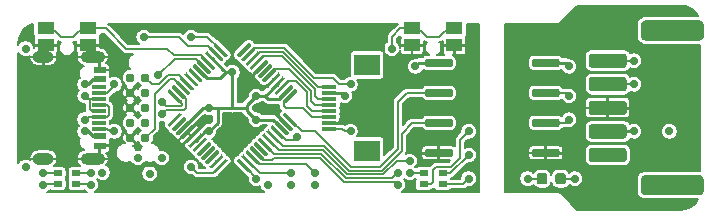
<source format=gbr>
G04 #@! TF.GenerationSoftware,KiCad,Pcbnew,(5.1.0)-1*
G04 #@! TF.CreationDate,2020-02-07T04:27:49-08:00*
G04 #@! TF.ProjectId,design,64657369-676e-42e6-9b69-6361645f7063,rev?*
G04 #@! TF.SameCoordinates,Original*
G04 #@! TF.FileFunction,Copper,L1,Top*
G04 #@! TF.FilePolarity,Positive*
%FSLAX46Y46*%
G04 Gerber Fmt 4.6, Leading zero omitted, Abs format (unit mm)*
G04 Created by KiCad (PCBNEW (5.1.0)-1) date 2020-02-07 04:27:49*
%MOMM*%
%LPD*%
G04 APERTURE LIST*
%ADD10O,1.800000X1.000000*%
%ADD11O,2.100000X1.000000*%
%ADD12R,1.100000X0.600000*%
%ADD13R,1.150000X0.300000*%
%ADD14R,2.200000X1.800000*%
%ADD15R,1.300000X0.300000*%
%ADD16C,0.100000*%
%ADD17C,0.875000*%
%ADD18C,0.300000*%
%ADD19C,0.650000*%
%ADD20R,0.800000X0.500000*%
%ADD21C,0.787400*%
%ADD22C,1.200000*%
%ADD23C,1.700000*%
%ADD24R,1.400000X1.050000*%
%ADD25C,0.700000*%
%ADD26C,0.250000*%
%ADD27C,0.160000*%
%ADD28C,0.200000*%
G04 APERTURE END LIST*
D10*
X148000000Y-51680000D03*
X148000000Y-60320000D03*
D11*
X152180000Y-51680000D03*
X152180000Y-60320000D03*
D12*
X152770000Y-52800000D03*
X152770000Y-53600000D03*
X152770000Y-59200000D03*
X152770000Y-58400000D03*
D13*
X152745000Y-54250000D03*
X152745000Y-57750000D03*
X152745000Y-56750000D03*
X152745000Y-55750000D03*
X152745000Y-54750000D03*
X152745000Y-57250000D03*
X152745000Y-56250000D03*
X152745000Y-55250000D03*
D14*
X175400000Y-52350000D03*
X175400000Y-59650000D03*
D15*
X172150000Y-57750000D03*
X172150000Y-57250000D03*
X172150000Y-56750000D03*
X172150000Y-56250000D03*
X172150000Y-55750000D03*
X172150000Y-55250000D03*
X172150000Y-54750000D03*
X172150000Y-54250000D03*
D16*
G36*
X190452691Y-61526053D02*
G01*
X190473926Y-61529203D01*
X190494750Y-61534419D01*
X190514962Y-61541651D01*
X190534368Y-61550830D01*
X190552781Y-61561866D01*
X190570024Y-61574654D01*
X190585930Y-61589070D01*
X190600346Y-61604976D01*
X190613134Y-61622219D01*
X190624170Y-61640632D01*
X190633349Y-61660038D01*
X190640581Y-61680250D01*
X190645797Y-61701074D01*
X190648947Y-61722309D01*
X190650000Y-61743750D01*
X190650000Y-62256250D01*
X190648947Y-62277691D01*
X190645797Y-62298926D01*
X190640581Y-62319750D01*
X190633349Y-62339962D01*
X190624170Y-62359368D01*
X190613134Y-62377781D01*
X190600346Y-62395024D01*
X190585930Y-62410930D01*
X190570024Y-62425346D01*
X190552781Y-62438134D01*
X190534368Y-62449170D01*
X190514962Y-62458349D01*
X190494750Y-62465581D01*
X190473926Y-62470797D01*
X190452691Y-62473947D01*
X190431250Y-62475000D01*
X189993750Y-62475000D01*
X189972309Y-62473947D01*
X189951074Y-62470797D01*
X189930250Y-62465581D01*
X189910038Y-62458349D01*
X189890632Y-62449170D01*
X189872219Y-62438134D01*
X189854976Y-62425346D01*
X189839070Y-62410930D01*
X189824654Y-62395024D01*
X189811866Y-62377781D01*
X189800830Y-62359368D01*
X189791651Y-62339962D01*
X189784419Y-62319750D01*
X189779203Y-62298926D01*
X189776053Y-62277691D01*
X189775000Y-62256250D01*
X189775000Y-61743750D01*
X189776053Y-61722309D01*
X189779203Y-61701074D01*
X189784419Y-61680250D01*
X189791651Y-61660038D01*
X189800830Y-61640632D01*
X189811866Y-61622219D01*
X189824654Y-61604976D01*
X189839070Y-61589070D01*
X189854976Y-61574654D01*
X189872219Y-61561866D01*
X189890632Y-61550830D01*
X189910038Y-61541651D01*
X189930250Y-61534419D01*
X189951074Y-61529203D01*
X189972309Y-61526053D01*
X189993750Y-61525000D01*
X190431250Y-61525000D01*
X190452691Y-61526053D01*
X190452691Y-61526053D01*
G37*
D17*
X190212500Y-62000000D03*
D16*
G36*
X192027691Y-61526053D02*
G01*
X192048926Y-61529203D01*
X192069750Y-61534419D01*
X192089962Y-61541651D01*
X192109368Y-61550830D01*
X192127781Y-61561866D01*
X192145024Y-61574654D01*
X192160930Y-61589070D01*
X192175346Y-61604976D01*
X192188134Y-61622219D01*
X192199170Y-61640632D01*
X192208349Y-61660038D01*
X192215581Y-61680250D01*
X192220797Y-61701074D01*
X192223947Y-61722309D01*
X192225000Y-61743750D01*
X192225000Y-62256250D01*
X192223947Y-62277691D01*
X192220797Y-62298926D01*
X192215581Y-62319750D01*
X192208349Y-62339962D01*
X192199170Y-62359368D01*
X192188134Y-62377781D01*
X192175346Y-62395024D01*
X192160930Y-62410930D01*
X192145024Y-62425346D01*
X192127781Y-62438134D01*
X192109368Y-62449170D01*
X192089962Y-62458349D01*
X192069750Y-62465581D01*
X192048926Y-62470797D01*
X192027691Y-62473947D01*
X192006250Y-62475000D01*
X191568750Y-62475000D01*
X191547309Y-62473947D01*
X191526074Y-62470797D01*
X191505250Y-62465581D01*
X191485038Y-62458349D01*
X191465632Y-62449170D01*
X191447219Y-62438134D01*
X191429976Y-62425346D01*
X191414070Y-62410930D01*
X191399654Y-62395024D01*
X191386866Y-62377781D01*
X191375830Y-62359368D01*
X191366651Y-62339962D01*
X191359419Y-62319750D01*
X191354203Y-62298926D01*
X191351053Y-62277691D01*
X191350000Y-62256250D01*
X191350000Y-61743750D01*
X191351053Y-61722309D01*
X191354203Y-61701074D01*
X191359419Y-61680250D01*
X191366651Y-61660038D01*
X191375830Y-61640632D01*
X191386866Y-61622219D01*
X191399654Y-61604976D01*
X191414070Y-61589070D01*
X191429976Y-61574654D01*
X191447219Y-61561866D01*
X191465632Y-61550830D01*
X191485038Y-61541651D01*
X191505250Y-61534419D01*
X191526074Y-61529203D01*
X191547309Y-61526053D01*
X191568750Y-61525000D01*
X192006250Y-61525000D01*
X192027691Y-61526053D01*
X192027691Y-61526053D01*
G37*
D17*
X191787500Y-62000000D03*
D16*
G36*
X164590714Y-60291746D02*
G01*
X164597995Y-60292826D01*
X164605134Y-60294614D01*
X164612064Y-60297094D01*
X164618718Y-60300241D01*
X164625031Y-60304025D01*
X164630942Y-60308409D01*
X164636396Y-60313352D01*
X165573312Y-61250268D01*
X165578255Y-61255722D01*
X165582639Y-61261633D01*
X165586423Y-61267946D01*
X165589570Y-61274600D01*
X165592050Y-61281530D01*
X165593838Y-61288669D01*
X165594918Y-61295950D01*
X165595279Y-61303301D01*
X165594918Y-61310652D01*
X165593838Y-61317933D01*
X165592050Y-61325072D01*
X165589570Y-61332002D01*
X165586423Y-61338656D01*
X165582639Y-61344969D01*
X165578255Y-61350880D01*
X165573312Y-61356334D01*
X165467246Y-61462400D01*
X165461792Y-61467343D01*
X165455881Y-61471727D01*
X165449568Y-61475511D01*
X165442914Y-61478658D01*
X165435984Y-61481138D01*
X165428845Y-61482926D01*
X165421564Y-61484006D01*
X165414213Y-61484367D01*
X165406862Y-61484006D01*
X165399581Y-61482926D01*
X165392442Y-61481138D01*
X165385512Y-61478658D01*
X165378858Y-61475511D01*
X165372545Y-61471727D01*
X165366634Y-61467343D01*
X165361180Y-61462400D01*
X164424264Y-60525484D01*
X164419321Y-60520030D01*
X164414937Y-60514119D01*
X164411153Y-60507806D01*
X164408006Y-60501152D01*
X164405526Y-60494222D01*
X164403738Y-60487083D01*
X164402658Y-60479802D01*
X164402297Y-60472451D01*
X164402658Y-60465100D01*
X164403738Y-60457819D01*
X164405526Y-60450680D01*
X164408006Y-60443750D01*
X164411153Y-60437096D01*
X164414937Y-60430783D01*
X164419321Y-60424872D01*
X164424264Y-60419418D01*
X164530330Y-60313352D01*
X164535784Y-60308409D01*
X164541695Y-60304025D01*
X164548008Y-60300241D01*
X164554662Y-60297094D01*
X164561592Y-60294614D01*
X164568731Y-60292826D01*
X164576012Y-60291746D01*
X164583363Y-60291385D01*
X164590714Y-60291746D01*
X164590714Y-60291746D01*
G37*
D18*
X164998788Y-60887876D03*
D16*
G36*
X164944268Y-59938192D02*
G01*
X164951549Y-59939272D01*
X164958688Y-59941060D01*
X164965618Y-59943540D01*
X164972272Y-59946687D01*
X164978585Y-59950471D01*
X164984496Y-59954855D01*
X164989950Y-59959798D01*
X165926866Y-60896714D01*
X165931809Y-60902168D01*
X165936193Y-60908079D01*
X165939977Y-60914392D01*
X165943124Y-60921046D01*
X165945604Y-60927976D01*
X165947392Y-60935115D01*
X165948472Y-60942396D01*
X165948833Y-60949747D01*
X165948472Y-60957098D01*
X165947392Y-60964379D01*
X165945604Y-60971518D01*
X165943124Y-60978448D01*
X165939977Y-60985102D01*
X165936193Y-60991415D01*
X165931809Y-60997326D01*
X165926866Y-61002780D01*
X165820800Y-61108846D01*
X165815346Y-61113789D01*
X165809435Y-61118173D01*
X165803122Y-61121957D01*
X165796468Y-61125104D01*
X165789538Y-61127584D01*
X165782399Y-61129372D01*
X165775118Y-61130452D01*
X165767767Y-61130813D01*
X165760416Y-61130452D01*
X165753135Y-61129372D01*
X165745996Y-61127584D01*
X165739066Y-61125104D01*
X165732412Y-61121957D01*
X165726099Y-61118173D01*
X165720188Y-61113789D01*
X165714734Y-61108846D01*
X164777818Y-60171930D01*
X164772875Y-60166476D01*
X164768491Y-60160565D01*
X164764707Y-60154252D01*
X164761560Y-60147598D01*
X164759080Y-60140668D01*
X164757292Y-60133529D01*
X164756212Y-60126248D01*
X164755851Y-60118897D01*
X164756212Y-60111546D01*
X164757292Y-60104265D01*
X164759080Y-60097126D01*
X164761560Y-60090196D01*
X164764707Y-60083542D01*
X164768491Y-60077229D01*
X164772875Y-60071318D01*
X164777818Y-60065864D01*
X164883884Y-59959798D01*
X164889338Y-59954855D01*
X164895249Y-59950471D01*
X164901562Y-59946687D01*
X164908216Y-59943540D01*
X164915146Y-59941060D01*
X164922285Y-59939272D01*
X164929566Y-59938192D01*
X164936917Y-59937831D01*
X164944268Y-59938192D01*
X164944268Y-59938192D01*
G37*
D18*
X165352342Y-60534322D03*
D16*
G36*
X165297821Y-59584639D02*
G01*
X165305102Y-59585719D01*
X165312241Y-59587507D01*
X165319171Y-59589987D01*
X165325825Y-59593134D01*
X165332138Y-59596918D01*
X165338049Y-59601302D01*
X165343503Y-59606245D01*
X166280419Y-60543161D01*
X166285362Y-60548615D01*
X166289746Y-60554526D01*
X166293530Y-60560839D01*
X166296677Y-60567493D01*
X166299157Y-60574423D01*
X166300945Y-60581562D01*
X166302025Y-60588843D01*
X166302386Y-60596194D01*
X166302025Y-60603545D01*
X166300945Y-60610826D01*
X166299157Y-60617965D01*
X166296677Y-60624895D01*
X166293530Y-60631549D01*
X166289746Y-60637862D01*
X166285362Y-60643773D01*
X166280419Y-60649227D01*
X166174353Y-60755293D01*
X166168899Y-60760236D01*
X166162988Y-60764620D01*
X166156675Y-60768404D01*
X166150021Y-60771551D01*
X166143091Y-60774031D01*
X166135952Y-60775819D01*
X166128671Y-60776899D01*
X166121320Y-60777260D01*
X166113969Y-60776899D01*
X166106688Y-60775819D01*
X166099549Y-60774031D01*
X166092619Y-60771551D01*
X166085965Y-60768404D01*
X166079652Y-60764620D01*
X166073741Y-60760236D01*
X166068287Y-60755293D01*
X165131371Y-59818377D01*
X165126428Y-59812923D01*
X165122044Y-59807012D01*
X165118260Y-59800699D01*
X165115113Y-59794045D01*
X165112633Y-59787115D01*
X165110845Y-59779976D01*
X165109765Y-59772695D01*
X165109404Y-59765344D01*
X165109765Y-59757993D01*
X165110845Y-59750712D01*
X165112633Y-59743573D01*
X165115113Y-59736643D01*
X165118260Y-59729989D01*
X165122044Y-59723676D01*
X165126428Y-59717765D01*
X165131371Y-59712311D01*
X165237437Y-59606245D01*
X165242891Y-59601302D01*
X165248802Y-59596918D01*
X165255115Y-59593134D01*
X165261769Y-59589987D01*
X165268699Y-59587507D01*
X165275838Y-59585719D01*
X165283119Y-59584639D01*
X165290470Y-59584278D01*
X165297821Y-59584639D01*
X165297821Y-59584639D01*
G37*
D18*
X165705895Y-60180769D03*
D16*
G36*
X165651375Y-59231085D02*
G01*
X165658656Y-59232165D01*
X165665795Y-59233953D01*
X165672725Y-59236433D01*
X165679379Y-59239580D01*
X165685692Y-59243364D01*
X165691603Y-59247748D01*
X165697057Y-59252691D01*
X166633973Y-60189607D01*
X166638916Y-60195061D01*
X166643300Y-60200972D01*
X166647084Y-60207285D01*
X166650231Y-60213939D01*
X166652711Y-60220869D01*
X166654499Y-60228008D01*
X166655579Y-60235289D01*
X166655940Y-60242640D01*
X166655579Y-60249991D01*
X166654499Y-60257272D01*
X166652711Y-60264411D01*
X166650231Y-60271341D01*
X166647084Y-60277995D01*
X166643300Y-60284308D01*
X166638916Y-60290219D01*
X166633973Y-60295673D01*
X166527907Y-60401739D01*
X166522453Y-60406682D01*
X166516542Y-60411066D01*
X166510229Y-60414850D01*
X166503575Y-60417997D01*
X166496645Y-60420477D01*
X166489506Y-60422265D01*
X166482225Y-60423345D01*
X166474874Y-60423706D01*
X166467523Y-60423345D01*
X166460242Y-60422265D01*
X166453103Y-60420477D01*
X166446173Y-60417997D01*
X166439519Y-60414850D01*
X166433206Y-60411066D01*
X166427295Y-60406682D01*
X166421841Y-60401739D01*
X165484925Y-59464823D01*
X165479982Y-59459369D01*
X165475598Y-59453458D01*
X165471814Y-59447145D01*
X165468667Y-59440491D01*
X165466187Y-59433561D01*
X165464399Y-59426422D01*
X165463319Y-59419141D01*
X165462958Y-59411790D01*
X165463319Y-59404439D01*
X165464399Y-59397158D01*
X165466187Y-59390019D01*
X165468667Y-59383089D01*
X165471814Y-59376435D01*
X165475598Y-59370122D01*
X165479982Y-59364211D01*
X165484925Y-59358757D01*
X165590991Y-59252691D01*
X165596445Y-59247748D01*
X165602356Y-59243364D01*
X165608669Y-59239580D01*
X165615323Y-59236433D01*
X165622253Y-59233953D01*
X165629392Y-59232165D01*
X165636673Y-59231085D01*
X165644024Y-59230724D01*
X165651375Y-59231085D01*
X165651375Y-59231085D01*
G37*
D18*
X166059449Y-59827215D03*
D16*
G36*
X166004928Y-58877532D02*
G01*
X166012209Y-58878612D01*
X166019348Y-58880400D01*
X166026278Y-58882880D01*
X166032932Y-58886027D01*
X166039245Y-58889811D01*
X166045156Y-58894195D01*
X166050610Y-58899138D01*
X166987526Y-59836054D01*
X166992469Y-59841508D01*
X166996853Y-59847419D01*
X167000637Y-59853732D01*
X167003784Y-59860386D01*
X167006264Y-59867316D01*
X167008052Y-59874455D01*
X167009132Y-59881736D01*
X167009493Y-59889087D01*
X167009132Y-59896438D01*
X167008052Y-59903719D01*
X167006264Y-59910858D01*
X167003784Y-59917788D01*
X167000637Y-59924442D01*
X166996853Y-59930755D01*
X166992469Y-59936666D01*
X166987526Y-59942120D01*
X166881460Y-60048186D01*
X166876006Y-60053129D01*
X166870095Y-60057513D01*
X166863782Y-60061297D01*
X166857128Y-60064444D01*
X166850198Y-60066924D01*
X166843059Y-60068712D01*
X166835778Y-60069792D01*
X166828427Y-60070153D01*
X166821076Y-60069792D01*
X166813795Y-60068712D01*
X166806656Y-60066924D01*
X166799726Y-60064444D01*
X166793072Y-60061297D01*
X166786759Y-60057513D01*
X166780848Y-60053129D01*
X166775394Y-60048186D01*
X165838478Y-59111270D01*
X165833535Y-59105816D01*
X165829151Y-59099905D01*
X165825367Y-59093592D01*
X165822220Y-59086938D01*
X165819740Y-59080008D01*
X165817952Y-59072869D01*
X165816872Y-59065588D01*
X165816511Y-59058237D01*
X165816872Y-59050886D01*
X165817952Y-59043605D01*
X165819740Y-59036466D01*
X165822220Y-59029536D01*
X165825367Y-59022882D01*
X165829151Y-59016569D01*
X165833535Y-59010658D01*
X165838478Y-59005204D01*
X165944544Y-58899138D01*
X165949998Y-58894195D01*
X165955909Y-58889811D01*
X165962222Y-58886027D01*
X165968876Y-58882880D01*
X165975806Y-58880400D01*
X165982945Y-58878612D01*
X165990226Y-58877532D01*
X165997577Y-58877171D01*
X166004928Y-58877532D01*
X166004928Y-58877532D01*
G37*
D18*
X166413002Y-59473662D03*
D16*
G36*
X166358481Y-58523979D02*
G01*
X166365762Y-58525059D01*
X166372901Y-58526847D01*
X166379831Y-58529327D01*
X166386485Y-58532474D01*
X166392798Y-58536258D01*
X166398709Y-58540642D01*
X166404163Y-58545585D01*
X167341079Y-59482501D01*
X167346022Y-59487955D01*
X167350406Y-59493866D01*
X167354190Y-59500179D01*
X167357337Y-59506833D01*
X167359817Y-59513763D01*
X167361605Y-59520902D01*
X167362685Y-59528183D01*
X167363046Y-59535534D01*
X167362685Y-59542885D01*
X167361605Y-59550166D01*
X167359817Y-59557305D01*
X167357337Y-59564235D01*
X167354190Y-59570889D01*
X167350406Y-59577202D01*
X167346022Y-59583113D01*
X167341079Y-59588567D01*
X167235013Y-59694633D01*
X167229559Y-59699576D01*
X167223648Y-59703960D01*
X167217335Y-59707744D01*
X167210681Y-59710891D01*
X167203751Y-59713371D01*
X167196612Y-59715159D01*
X167189331Y-59716239D01*
X167181980Y-59716600D01*
X167174629Y-59716239D01*
X167167348Y-59715159D01*
X167160209Y-59713371D01*
X167153279Y-59710891D01*
X167146625Y-59707744D01*
X167140312Y-59703960D01*
X167134401Y-59699576D01*
X167128947Y-59694633D01*
X166192031Y-58757717D01*
X166187088Y-58752263D01*
X166182704Y-58746352D01*
X166178920Y-58740039D01*
X166175773Y-58733385D01*
X166173293Y-58726455D01*
X166171505Y-58719316D01*
X166170425Y-58712035D01*
X166170064Y-58704684D01*
X166170425Y-58697333D01*
X166171505Y-58690052D01*
X166173293Y-58682913D01*
X166175773Y-58675983D01*
X166178920Y-58669329D01*
X166182704Y-58663016D01*
X166187088Y-58657105D01*
X166192031Y-58651651D01*
X166298097Y-58545585D01*
X166303551Y-58540642D01*
X166309462Y-58536258D01*
X166315775Y-58532474D01*
X166322429Y-58529327D01*
X166329359Y-58526847D01*
X166336498Y-58525059D01*
X166343779Y-58523979D01*
X166351130Y-58523618D01*
X166358481Y-58523979D01*
X166358481Y-58523979D01*
G37*
D18*
X166766555Y-59120109D03*
D16*
G36*
X166712035Y-58170425D02*
G01*
X166719316Y-58171505D01*
X166726455Y-58173293D01*
X166733385Y-58175773D01*
X166740039Y-58178920D01*
X166746352Y-58182704D01*
X166752263Y-58187088D01*
X166757717Y-58192031D01*
X167694633Y-59128947D01*
X167699576Y-59134401D01*
X167703960Y-59140312D01*
X167707744Y-59146625D01*
X167710891Y-59153279D01*
X167713371Y-59160209D01*
X167715159Y-59167348D01*
X167716239Y-59174629D01*
X167716600Y-59181980D01*
X167716239Y-59189331D01*
X167715159Y-59196612D01*
X167713371Y-59203751D01*
X167710891Y-59210681D01*
X167707744Y-59217335D01*
X167703960Y-59223648D01*
X167699576Y-59229559D01*
X167694633Y-59235013D01*
X167588567Y-59341079D01*
X167583113Y-59346022D01*
X167577202Y-59350406D01*
X167570889Y-59354190D01*
X167564235Y-59357337D01*
X167557305Y-59359817D01*
X167550166Y-59361605D01*
X167542885Y-59362685D01*
X167535534Y-59363046D01*
X167528183Y-59362685D01*
X167520902Y-59361605D01*
X167513763Y-59359817D01*
X167506833Y-59357337D01*
X167500179Y-59354190D01*
X167493866Y-59350406D01*
X167487955Y-59346022D01*
X167482501Y-59341079D01*
X166545585Y-58404163D01*
X166540642Y-58398709D01*
X166536258Y-58392798D01*
X166532474Y-58386485D01*
X166529327Y-58379831D01*
X166526847Y-58372901D01*
X166525059Y-58365762D01*
X166523979Y-58358481D01*
X166523618Y-58351130D01*
X166523979Y-58343779D01*
X166525059Y-58336498D01*
X166526847Y-58329359D01*
X166529327Y-58322429D01*
X166532474Y-58315775D01*
X166536258Y-58309462D01*
X166540642Y-58303551D01*
X166545585Y-58298097D01*
X166651651Y-58192031D01*
X166657105Y-58187088D01*
X166663016Y-58182704D01*
X166669329Y-58178920D01*
X166675983Y-58175773D01*
X166682913Y-58173293D01*
X166690052Y-58171505D01*
X166697333Y-58170425D01*
X166704684Y-58170064D01*
X166712035Y-58170425D01*
X166712035Y-58170425D01*
G37*
D18*
X167120109Y-58766555D03*
D16*
G36*
X167065588Y-57816872D02*
G01*
X167072869Y-57817952D01*
X167080008Y-57819740D01*
X167086938Y-57822220D01*
X167093592Y-57825367D01*
X167099905Y-57829151D01*
X167105816Y-57833535D01*
X167111270Y-57838478D01*
X168048186Y-58775394D01*
X168053129Y-58780848D01*
X168057513Y-58786759D01*
X168061297Y-58793072D01*
X168064444Y-58799726D01*
X168066924Y-58806656D01*
X168068712Y-58813795D01*
X168069792Y-58821076D01*
X168070153Y-58828427D01*
X168069792Y-58835778D01*
X168068712Y-58843059D01*
X168066924Y-58850198D01*
X168064444Y-58857128D01*
X168061297Y-58863782D01*
X168057513Y-58870095D01*
X168053129Y-58876006D01*
X168048186Y-58881460D01*
X167942120Y-58987526D01*
X167936666Y-58992469D01*
X167930755Y-58996853D01*
X167924442Y-59000637D01*
X167917788Y-59003784D01*
X167910858Y-59006264D01*
X167903719Y-59008052D01*
X167896438Y-59009132D01*
X167889087Y-59009493D01*
X167881736Y-59009132D01*
X167874455Y-59008052D01*
X167867316Y-59006264D01*
X167860386Y-59003784D01*
X167853732Y-59000637D01*
X167847419Y-58996853D01*
X167841508Y-58992469D01*
X167836054Y-58987526D01*
X166899138Y-58050610D01*
X166894195Y-58045156D01*
X166889811Y-58039245D01*
X166886027Y-58032932D01*
X166882880Y-58026278D01*
X166880400Y-58019348D01*
X166878612Y-58012209D01*
X166877532Y-58004928D01*
X166877171Y-57997577D01*
X166877532Y-57990226D01*
X166878612Y-57982945D01*
X166880400Y-57975806D01*
X166882880Y-57968876D01*
X166886027Y-57962222D01*
X166889811Y-57955909D01*
X166894195Y-57949998D01*
X166899138Y-57944544D01*
X167005204Y-57838478D01*
X167010658Y-57833535D01*
X167016569Y-57829151D01*
X167022882Y-57825367D01*
X167029536Y-57822220D01*
X167036466Y-57819740D01*
X167043605Y-57817952D01*
X167050886Y-57816872D01*
X167058237Y-57816511D01*
X167065588Y-57816872D01*
X167065588Y-57816872D01*
G37*
D18*
X167473662Y-58413002D03*
D16*
G36*
X167419141Y-57463319D02*
G01*
X167426422Y-57464399D01*
X167433561Y-57466187D01*
X167440491Y-57468667D01*
X167447145Y-57471814D01*
X167453458Y-57475598D01*
X167459369Y-57479982D01*
X167464823Y-57484925D01*
X168401739Y-58421841D01*
X168406682Y-58427295D01*
X168411066Y-58433206D01*
X168414850Y-58439519D01*
X168417997Y-58446173D01*
X168420477Y-58453103D01*
X168422265Y-58460242D01*
X168423345Y-58467523D01*
X168423706Y-58474874D01*
X168423345Y-58482225D01*
X168422265Y-58489506D01*
X168420477Y-58496645D01*
X168417997Y-58503575D01*
X168414850Y-58510229D01*
X168411066Y-58516542D01*
X168406682Y-58522453D01*
X168401739Y-58527907D01*
X168295673Y-58633973D01*
X168290219Y-58638916D01*
X168284308Y-58643300D01*
X168277995Y-58647084D01*
X168271341Y-58650231D01*
X168264411Y-58652711D01*
X168257272Y-58654499D01*
X168249991Y-58655579D01*
X168242640Y-58655940D01*
X168235289Y-58655579D01*
X168228008Y-58654499D01*
X168220869Y-58652711D01*
X168213939Y-58650231D01*
X168207285Y-58647084D01*
X168200972Y-58643300D01*
X168195061Y-58638916D01*
X168189607Y-58633973D01*
X167252691Y-57697057D01*
X167247748Y-57691603D01*
X167243364Y-57685692D01*
X167239580Y-57679379D01*
X167236433Y-57672725D01*
X167233953Y-57665795D01*
X167232165Y-57658656D01*
X167231085Y-57651375D01*
X167230724Y-57644024D01*
X167231085Y-57636673D01*
X167232165Y-57629392D01*
X167233953Y-57622253D01*
X167236433Y-57615323D01*
X167239580Y-57608669D01*
X167243364Y-57602356D01*
X167247748Y-57596445D01*
X167252691Y-57590991D01*
X167358757Y-57484925D01*
X167364211Y-57479982D01*
X167370122Y-57475598D01*
X167376435Y-57471814D01*
X167383089Y-57468667D01*
X167390019Y-57466187D01*
X167397158Y-57464399D01*
X167404439Y-57463319D01*
X167411790Y-57462958D01*
X167419141Y-57463319D01*
X167419141Y-57463319D01*
G37*
D18*
X167827215Y-58059449D03*
D16*
G36*
X167772695Y-57109765D02*
G01*
X167779976Y-57110845D01*
X167787115Y-57112633D01*
X167794045Y-57115113D01*
X167800699Y-57118260D01*
X167807012Y-57122044D01*
X167812923Y-57126428D01*
X167818377Y-57131371D01*
X168755293Y-58068287D01*
X168760236Y-58073741D01*
X168764620Y-58079652D01*
X168768404Y-58085965D01*
X168771551Y-58092619D01*
X168774031Y-58099549D01*
X168775819Y-58106688D01*
X168776899Y-58113969D01*
X168777260Y-58121320D01*
X168776899Y-58128671D01*
X168775819Y-58135952D01*
X168774031Y-58143091D01*
X168771551Y-58150021D01*
X168768404Y-58156675D01*
X168764620Y-58162988D01*
X168760236Y-58168899D01*
X168755293Y-58174353D01*
X168649227Y-58280419D01*
X168643773Y-58285362D01*
X168637862Y-58289746D01*
X168631549Y-58293530D01*
X168624895Y-58296677D01*
X168617965Y-58299157D01*
X168610826Y-58300945D01*
X168603545Y-58302025D01*
X168596194Y-58302386D01*
X168588843Y-58302025D01*
X168581562Y-58300945D01*
X168574423Y-58299157D01*
X168567493Y-58296677D01*
X168560839Y-58293530D01*
X168554526Y-58289746D01*
X168548615Y-58285362D01*
X168543161Y-58280419D01*
X167606245Y-57343503D01*
X167601302Y-57338049D01*
X167596918Y-57332138D01*
X167593134Y-57325825D01*
X167589987Y-57319171D01*
X167587507Y-57312241D01*
X167585719Y-57305102D01*
X167584639Y-57297821D01*
X167584278Y-57290470D01*
X167584639Y-57283119D01*
X167585719Y-57275838D01*
X167587507Y-57268699D01*
X167589987Y-57261769D01*
X167593134Y-57255115D01*
X167596918Y-57248802D01*
X167601302Y-57242891D01*
X167606245Y-57237437D01*
X167712311Y-57131371D01*
X167717765Y-57126428D01*
X167723676Y-57122044D01*
X167729989Y-57118260D01*
X167736643Y-57115113D01*
X167743573Y-57112633D01*
X167750712Y-57110845D01*
X167757993Y-57109765D01*
X167765344Y-57109404D01*
X167772695Y-57109765D01*
X167772695Y-57109765D01*
G37*
D18*
X168180769Y-57705895D03*
D16*
G36*
X168126248Y-56756212D02*
G01*
X168133529Y-56757292D01*
X168140668Y-56759080D01*
X168147598Y-56761560D01*
X168154252Y-56764707D01*
X168160565Y-56768491D01*
X168166476Y-56772875D01*
X168171930Y-56777818D01*
X169108846Y-57714734D01*
X169113789Y-57720188D01*
X169118173Y-57726099D01*
X169121957Y-57732412D01*
X169125104Y-57739066D01*
X169127584Y-57745996D01*
X169129372Y-57753135D01*
X169130452Y-57760416D01*
X169130813Y-57767767D01*
X169130452Y-57775118D01*
X169129372Y-57782399D01*
X169127584Y-57789538D01*
X169125104Y-57796468D01*
X169121957Y-57803122D01*
X169118173Y-57809435D01*
X169113789Y-57815346D01*
X169108846Y-57820800D01*
X169002780Y-57926866D01*
X168997326Y-57931809D01*
X168991415Y-57936193D01*
X168985102Y-57939977D01*
X168978448Y-57943124D01*
X168971518Y-57945604D01*
X168964379Y-57947392D01*
X168957098Y-57948472D01*
X168949747Y-57948833D01*
X168942396Y-57948472D01*
X168935115Y-57947392D01*
X168927976Y-57945604D01*
X168921046Y-57943124D01*
X168914392Y-57939977D01*
X168908079Y-57936193D01*
X168902168Y-57931809D01*
X168896714Y-57926866D01*
X167959798Y-56989950D01*
X167954855Y-56984496D01*
X167950471Y-56978585D01*
X167946687Y-56972272D01*
X167943540Y-56965618D01*
X167941060Y-56958688D01*
X167939272Y-56951549D01*
X167938192Y-56944268D01*
X167937831Y-56936917D01*
X167938192Y-56929566D01*
X167939272Y-56922285D01*
X167941060Y-56915146D01*
X167943540Y-56908216D01*
X167946687Y-56901562D01*
X167950471Y-56895249D01*
X167954855Y-56889338D01*
X167959798Y-56883884D01*
X168065864Y-56777818D01*
X168071318Y-56772875D01*
X168077229Y-56768491D01*
X168083542Y-56764707D01*
X168090196Y-56761560D01*
X168097126Y-56759080D01*
X168104265Y-56757292D01*
X168111546Y-56756212D01*
X168118897Y-56755851D01*
X168126248Y-56756212D01*
X168126248Y-56756212D01*
G37*
D18*
X168534322Y-57352342D03*
D16*
G36*
X168479802Y-56402658D02*
G01*
X168487083Y-56403738D01*
X168494222Y-56405526D01*
X168501152Y-56408006D01*
X168507806Y-56411153D01*
X168514119Y-56414937D01*
X168520030Y-56419321D01*
X168525484Y-56424264D01*
X169462400Y-57361180D01*
X169467343Y-57366634D01*
X169471727Y-57372545D01*
X169475511Y-57378858D01*
X169478658Y-57385512D01*
X169481138Y-57392442D01*
X169482926Y-57399581D01*
X169484006Y-57406862D01*
X169484367Y-57414213D01*
X169484006Y-57421564D01*
X169482926Y-57428845D01*
X169481138Y-57435984D01*
X169478658Y-57442914D01*
X169475511Y-57449568D01*
X169471727Y-57455881D01*
X169467343Y-57461792D01*
X169462400Y-57467246D01*
X169356334Y-57573312D01*
X169350880Y-57578255D01*
X169344969Y-57582639D01*
X169338656Y-57586423D01*
X169332002Y-57589570D01*
X169325072Y-57592050D01*
X169317933Y-57593838D01*
X169310652Y-57594918D01*
X169303301Y-57595279D01*
X169295950Y-57594918D01*
X169288669Y-57593838D01*
X169281530Y-57592050D01*
X169274600Y-57589570D01*
X169267946Y-57586423D01*
X169261633Y-57582639D01*
X169255722Y-57578255D01*
X169250268Y-57573312D01*
X168313352Y-56636396D01*
X168308409Y-56630942D01*
X168304025Y-56625031D01*
X168300241Y-56618718D01*
X168297094Y-56612064D01*
X168294614Y-56605134D01*
X168292826Y-56597995D01*
X168291746Y-56590714D01*
X168291385Y-56583363D01*
X168291746Y-56576012D01*
X168292826Y-56568731D01*
X168294614Y-56561592D01*
X168297094Y-56554662D01*
X168300241Y-56548008D01*
X168304025Y-56541695D01*
X168308409Y-56535784D01*
X168313352Y-56530330D01*
X168419418Y-56424264D01*
X168424872Y-56419321D01*
X168430783Y-56414937D01*
X168437096Y-56411153D01*
X168443750Y-56408006D01*
X168450680Y-56405526D01*
X168457819Y-56403738D01*
X168465100Y-56402658D01*
X168472451Y-56402297D01*
X168479802Y-56402658D01*
X168479802Y-56402658D01*
G37*
D18*
X168887876Y-56998788D03*
D16*
G36*
X169310652Y-54405082D02*
G01*
X169317933Y-54406162D01*
X169325072Y-54407950D01*
X169332002Y-54410430D01*
X169338656Y-54413577D01*
X169344969Y-54417361D01*
X169350880Y-54421745D01*
X169356334Y-54426688D01*
X169462400Y-54532754D01*
X169467343Y-54538208D01*
X169471727Y-54544119D01*
X169475511Y-54550432D01*
X169478658Y-54557086D01*
X169481138Y-54564016D01*
X169482926Y-54571155D01*
X169484006Y-54578436D01*
X169484367Y-54585787D01*
X169484006Y-54593138D01*
X169482926Y-54600419D01*
X169481138Y-54607558D01*
X169478658Y-54614488D01*
X169475511Y-54621142D01*
X169471727Y-54627455D01*
X169467343Y-54633366D01*
X169462400Y-54638820D01*
X168525484Y-55575736D01*
X168520030Y-55580679D01*
X168514119Y-55585063D01*
X168507806Y-55588847D01*
X168501152Y-55591994D01*
X168494222Y-55594474D01*
X168487083Y-55596262D01*
X168479802Y-55597342D01*
X168472451Y-55597703D01*
X168465100Y-55597342D01*
X168457819Y-55596262D01*
X168450680Y-55594474D01*
X168443750Y-55591994D01*
X168437096Y-55588847D01*
X168430783Y-55585063D01*
X168424872Y-55580679D01*
X168419418Y-55575736D01*
X168313352Y-55469670D01*
X168308409Y-55464216D01*
X168304025Y-55458305D01*
X168300241Y-55451992D01*
X168297094Y-55445338D01*
X168294614Y-55438408D01*
X168292826Y-55431269D01*
X168291746Y-55423988D01*
X168291385Y-55416637D01*
X168291746Y-55409286D01*
X168292826Y-55402005D01*
X168294614Y-55394866D01*
X168297094Y-55387936D01*
X168300241Y-55381282D01*
X168304025Y-55374969D01*
X168308409Y-55369058D01*
X168313352Y-55363604D01*
X169250268Y-54426688D01*
X169255722Y-54421745D01*
X169261633Y-54417361D01*
X169267946Y-54413577D01*
X169274600Y-54410430D01*
X169281530Y-54407950D01*
X169288669Y-54406162D01*
X169295950Y-54405082D01*
X169303301Y-54404721D01*
X169310652Y-54405082D01*
X169310652Y-54405082D01*
G37*
D18*
X168887876Y-55001212D03*
D16*
G36*
X168957098Y-54051528D02*
G01*
X168964379Y-54052608D01*
X168971518Y-54054396D01*
X168978448Y-54056876D01*
X168985102Y-54060023D01*
X168991415Y-54063807D01*
X168997326Y-54068191D01*
X169002780Y-54073134D01*
X169108846Y-54179200D01*
X169113789Y-54184654D01*
X169118173Y-54190565D01*
X169121957Y-54196878D01*
X169125104Y-54203532D01*
X169127584Y-54210462D01*
X169129372Y-54217601D01*
X169130452Y-54224882D01*
X169130813Y-54232233D01*
X169130452Y-54239584D01*
X169129372Y-54246865D01*
X169127584Y-54254004D01*
X169125104Y-54260934D01*
X169121957Y-54267588D01*
X169118173Y-54273901D01*
X169113789Y-54279812D01*
X169108846Y-54285266D01*
X168171930Y-55222182D01*
X168166476Y-55227125D01*
X168160565Y-55231509D01*
X168154252Y-55235293D01*
X168147598Y-55238440D01*
X168140668Y-55240920D01*
X168133529Y-55242708D01*
X168126248Y-55243788D01*
X168118897Y-55244149D01*
X168111546Y-55243788D01*
X168104265Y-55242708D01*
X168097126Y-55240920D01*
X168090196Y-55238440D01*
X168083542Y-55235293D01*
X168077229Y-55231509D01*
X168071318Y-55227125D01*
X168065864Y-55222182D01*
X167959798Y-55116116D01*
X167954855Y-55110662D01*
X167950471Y-55104751D01*
X167946687Y-55098438D01*
X167943540Y-55091784D01*
X167941060Y-55084854D01*
X167939272Y-55077715D01*
X167938192Y-55070434D01*
X167937831Y-55063083D01*
X167938192Y-55055732D01*
X167939272Y-55048451D01*
X167941060Y-55041312D01*
X167943540Y-55034382D01*
X167946687Y-55027728D01*
X167950471Y-55021415D01*
X167954855Y-55015504D01*
X167959798Y-55010050D01*
X168896714Y-54073134D01*
X168902168Y-54068191D01*
X168908079Y-54063807D01*
X168914392Y-54060023D01*
X168921046Y-54056876D01*
X168927976Y-54054396D01*
X168935115Y-54052608D01*
X168942396Y-54051528D01*
X168949747Y-54051167D01*
X168957098Y-54051528D01*
X168957098Y-54051528D01*
G37*
D18*
X168534322Y-54647658D03*
D16*
G36*
X168603545Y-53697975D02*
G01*
X168610826Y-53699055D01*
X168617965Y-53700843D01*
X168624895Y-53703323D01*
X168631549Y-53706470D01*
X168637862Y-53710254D01*
X168643773Y-53714638D01*
X168649227Y-53719581D01*
X168755293Y-53825647D01*
X168760236Y-53831101D01*
X168764620Y-53837012D01*
X168768404Y-53843325D01*
X168771551Y-53849979D01*
X168774031Y-53856909D01*
X168775819Y-53864048D01*
X168776899Y-53871329D01*
X168777260Y-53878680D01*
X168776899Y-53886031D01*
X168775819Y-53893312D01*
X168774031Y-53900451D01*
X168771551Y-53907381D01*
X168768404Y-53914035D01*
X168764620Y-53920348D01*
X168760236Y-53926259D01*
X168755293Y-53931713D01*
X167818377Y-54868629D01*
X167812923Y-54873572D01*
X167807012Y-54877956D01*
X167800699Y-54881740D01*
X167794045Y-54884887D01*
X167787115Y-54887367D01*
X167779976Y-54889155D01*
X167772695Y-54890235D01*
X167765344Y-54890596D01*
X167757993Y-54890235D01*
X167750712Y-54889155D01*
X167743573Y-54887367D01*
X167736643Y-54884887D01*
X167729989Y-54881740D01*
X167723676Y-54877956D01*
X167717765Y-54873572D01*
X167712311Y-54868629D01*
X167606245Y-54762563D01*
X167601302Y-54757109D01*
X167596918Y-54751198D01*
X167593134Y-54744885D01*
X167589987Y-54738231D01*
X167587507Y-54731301D01*
X167585719Y-54724162D01*
X167584639Y-54716881D01*
X167584278Y-54709530D01*
X167584639Y-54702179D01*
X167585719Y-54694898D01*
X167587507Y-54687759D01*
X167589987Y-54680829D01*
X167593134Y-54674175D01*
X167596918Y-54667862D01*
X167601302Y-54661951D01*
X167606245Y-54656497D01*
X168543161Y-53719581D01*
X168548615Y-53714638D01*
X168554526Y-53710254D01*
X168560839Y-53706470D01*
X168567493Y-53703323D01*
X168574423Y-53700843D01*
X168581562Y-53699055D01*
X168588843Y-53697975D01*
X168596194Y-53697614D01*
X168603545Y-53697975D01*
X168603545Y-53697975D01*
G37*
D18*
X168180769Y-54294105D03*
D16*
G36*
X168249991Y-53344421D02*
G01*
X168257272Y-53345501D01*
X168264411Y-53347289D01*
X168271341Y-53349769D01*
X168277995Y-53352916D01*
X168284308Y-53356700D01*
X168290219Y-53361084D01*
X168295673Y-53366027D01*
X168401739Y-53472093D01*
X168406682Y-53477547D01*
X168411066Y-53483458D01*
X168414850Y-53489771D01*
X168417997Y-53496425D01*
X168420477Y-53503355D01*
X168422265Y-53510494D01*
X168423345Y-53517775D01*
X168423706Y-53525126D01*
X168423345Y-53532477D01*
X168422265Y-53539758D01*
X168420477Y-53546897D01*
X168417997Y-53553827D01*
X168414850Y-53560481D01*
X168411066Y-53566794D01*
X168406682Y-53572705D01*
X168401739Y-53578159D01*
X167464823Y-54515075D01*
X167459369Y-54520018D01*
X167453458Y-54524402D01*
X167447145Y-54528186D01*
X167440491Y-54531333D01*
X167433561Y-54533813D01*
X167426422Y-54535601D01*
X167419141Y-54536681D01*
X167411790Y-54537042D01*
X167404439Y-54536681D01*
X167397158Y-54535601D01*
X167390019Y-54533813D01*
X167383089Y-54531333D01*
X167376435Y-54528186D01*
X167370122Y-54524402D01*
X167364211Y-54520018D01*
X167358757Y-54515075D01*
X167252691Y-54409009D01*
X167247748Y-54403555D01*
X167243364Y-54397644D01*
X167239580Y-54391331D01*
X167236433Y-54384677D01*
X167233953Y-54377747D01*
X167232165Y-54370608D01*
X167231085Y-54363327D01*
X167230724Y-54355976D01*
X167231085Y-54348625D01*
X167232165Y-54341344D01*
X167233953Y-54334205D01*
X167236433Y-54327275D01*
X167239580Y-54320621D01*
X167243364Y-54314308D01*
X167247748Y-54308397D01*
X167252691Y-54302943D01*
X168189607Y-53366027D01*
X168195061Y-53361084D01*
X168200972Y-53356700D01*
X168207285Y-53352916D01*
X168213939Y-53349769D01*
X168220869Y-53347289D01*
X168228008Y-53345501D01*
X168235289Y-53344421D01*
X168242640Y-53344060D01*
X168249991Y-53344421D01*
X168249991Y-53344421D01*
G37*
D18*
X167827215Y-53940551D03*
D16*
G36*
X167896438Y-52990868D02*
G01*
X167903719Y-52991948D01*
X167910858Y-52993736D01*
X167917788Y-52996216D01*
X167924442Y-52999363D01*
X167930755Y-53003147D01*
X167936666Y-53007531D01*
X167942120Y-53012474D01*
X168048186Y-53118540D01*
X168053129Y-53123994D01*
X168057513Y-53129905D01*
X168061297Y-53136218D01*
X168064444Y-53142872D01*
X168066924Y-53149802D01*
X168068712Y-53156941D01*
X168069792Y-53164222D01*
X168070153Y-53171573D01*
X168069792Y-53178924D01*
X168068712Y-53186205D01*
X168066924Y-53193344D01*
X168064444Y-53200274D01*
X168061297Y-53206928D01*
X168057513Y-53213241D01*
X168053129Y-53219152D01*
X168048186Y-53224606D01*
X167111270Y-54161522D01*
X167105816Y-54166465D01*
X167099905Y-54170849D01*
X167093592Y-54174633D01*
X167086938Y-54177780D01*
X167080008Y-54180260D01*
X167072869Y-54182048D01*
X167065588Y-54183128D01*
X167058237Y-54183489D01*
X167050886Y-54183128D01*
X167043605Y-54182048D01*
X167036466Y-54180260D01*
X167029536Y-54177780D01*
X167022882Y-54174633D01*
X167016569Y-54170849D01*
X167010658Y-54166465D01*
X167005204Y-54161522D01*
X166899138Y-54055456D01*
X166894195Y-54050002D01*
X166889811Y-54044091D01*
X166886027Y-54037778D01*
X166882880Y-54031124D01*
X166880400Y-54024194D01*
X166878612Y-54017055D01*
X166877532Y-54009774D01*
X166877171Y-54002423D01*
X166877532Y-53995072D01*
X166878612Y-53987791D01*
X166880400Y-53980652D01*
X166882880Y-53973722D01*
X166886027Y-53967068D01*
X166889811Y-53960755D01*
X166894195Y-53954844D01*
X166899138Y-53949390D01*
X167836054Y-53012474D01*
X167841508Y-53007531D01*
X167847419Y-53003147D01*
X167853732Y-52999363D01*
X167860386Y-52996216D01*
X167867316Y-52993736D01*
X167874455Y-52991948D01*
X167881736Y-52990868D01*
X167889087Y-52990507D01*
X167896438Y-52990868D01*
X167896438Y-52990868D01*
G37*
D18*
X167473662Y-53586998D03*
D16*
G36*
X167542885Y-52637315D02*
G01*
X167550166Y-52638395D01*
X167557305Y-52640183D01*
X167564235Y-52642663D01*
X167570889Y-52645810D01*
X167577202Y-52649594D01*
X167583113Y-52653978D01*
X167588567Y-52658921D01*
X167694633Y-52764987D01*
X167699576Y-52770441D01*
X167703960Y-52776352D01*
X167707744Y-52782665D01*
X167710891Y-52789319D01*
X167713371Y-52796249D01*
X167715159Y-52803388D01*
X167716239Y-52810669D01*
X167716600Y-52818020D01*
X167716239Y-52825371D01*
X167715159Y-52832652D01*
X167713371Y-52839791D01*
X167710891Y-52846721D01*
X167707744Y-52853375D01*
X167703960Y-52859688D01*
X167699576Y-52865599D01*
X167694633Y-52871053D01*
X166757717Y-53807969D01*
X166752263Y-53812912D01*
X166746352Y-53817296D01*
X166740039Y-53821080D01*
X166733385Y-53824227D01*
X166726455Y-53826707D01*
X166719316Y-53828495D01*
X166712035Y-53829575D01*
X166704684Y-53829936D01*
X166697333Y-53829575D01*
X166690052Y-53828495D01*
X166682913Y-53826707D01*
X166675983Y-53824227D01*
X166669329Y-53821080D01*
X166663016Y-53817296D01*
X166657105Y-53812912D01*
X166651651Y-53807969D01*
X166545585Y-53701903D01*
X166540642Y-53696449D01*
X166536258Y-53690538D01*
X166532474Y-53684225D01*
X166529327Y-53677571D01*
X166526847Y-53670641D01*
X166525059Y-53663502D01*
X166523979Y-53656221D01*
X166523618Y-53648870D01*
X166523979Y-53641519D01*
X166525059Y-53634238D01*
X166526847Y-53627099D01*
X166529327Y-53620169D01*
X166532474Y-53613515D01*
X166536258Y-53607202D01*
X166540642Y-53601291D01*
X166545585Y-53595837D01*
X167482501Y-52658921D01*
X167487955Y-52653978D01*
X167493866Y-52649594D01*
X167500179Y-52645810D01*
X167506833Y-52642663D01*
X167513763Y-52640183D01*
X167520902Y-52638395D01*
X167528183Y-52637315D01*
X167535534Y-52636954D01*
X167542885Y-52637315D01*
X167542885Y-52637315D01*
G37*
D18*
X167120109Y-53233445D03*
D16*
G36*
X167189331Y-52283761D02*
G01*
X167196612Y-52284841D01*
X167203751Y-52286629D01*
X167210681Y-52289109D01*
X167217335Y-52292256D01*
X167223648Y-52296040D01*
X167229559Y-52300424D01*
X167235013Y-52305367D01*
X167341079Y-52411433D01*
X167346022Y-52416887D01*
X167350406Y-52422798D01*
X167354190Y-52429111D01*
X167357337Y-52435765D01*
X167359817Y-52442695D01*
X167361605Y-52449834D01*
X167362685Y-52457115D01*
X167363046Y-52464466D01*
X167362685Y-52471817D01*
X167361605Y-52479098D01*
X167359817Y-52486237D01*
X167357337Y-52493167D01*
X167354190Y-52499821D01*
X167350406Y-52506134D01*
X167346022Y-52512045D01*
X167341079Y-52517499D01*
X166404163Y-53454415D01*
X166398709Y-53459358D01*
X166392798Y-53463742D01*
X166386485Y-53467526D01*
X166379831Y-53470673D01*
X166372901Y-53473153D01*
X166365762Y-53474941D01*
X166358481Y-53476021D01*
X166351130Y-53476382D01*
X166343779Y-53476021D01*
X166336498Y-53474941D01*
X166329359Y-53473153D01*
X166322429Y-53470673D01*
X166315775Y-53467526D01*
X166309462Y-53463742D01*
X166303551Y-53459358D01*
X166298097Y-53454415D01*
X166192031Y-53348349D01*
X166187088Y-53342895D01*
X166182704Y-53336984D01*
X166178920Y-53330671D01*
X166175773Y-53324017D01*
X166173293Y-53317087D01*
X166171505Y-53309948D01*
X166170425Y-53302667D01*
X166170064Y-53295316D01*
X166170425Y-53287965D01*
X166171505Y-53280684D01*
X166173293Y-53273545D01*
X166175773Y-53266615D01*
X166178920Y-53259961D01*
X166182704Y-53253648D01*
X166187088Y-53247737D01*
X166192031Y-53242283D01*
X167128947Y-52305367D01*
X167134401Y-52300424D01*
X167140312Y-52296040D01*
X167146625Y-52292256D01*
X167153279Y-52289109D01*
X167160209Y-52286629D01*
X167167348Y-52284841D01*
X167174629Y-52283761D01*
X167181980Y-52283400D01*
X167189331Y-52283761D01*
X167189331Y-52283761D01*
G37*
D18*
X166766555Y-52879891D03*
D16*
G36*
X166835778Y-51930208D02*
G01*
X166843059Y-51931288D01*
X166850198Y-51933076D01*
X166857128Y-51935556D01*
X166863782Y-51938703D01*
X166870095Y-51942487D01*
X166876006Y-51946871D01*
X166881460Y-51951814D01*
X166987526Y-52057880D01*
X166992469Y-52063334D01*
X166996853Y-52069245D01*
X167000637Y-52075558D01*
X167003784Y-52082212D01*
X167006264Y-52089142D01*
X167008052Y-52096281D01*
X167009132Y-52103562D01*
X167009493Y-52110913D01*
X167009132Y-52118264D01*
X167008052Y-52125545D01*
X167006264Y-52132684D01*
X167003784Y-52139614D01*
X167000637Y-52146268D01*
X166996853Y-52152581D01*
X166992469Y-52158492D01*
X166987526Y-52163946D01*
X166050610Y-53100862D01*
X166045156Y-53105805D01*
X166039245Y-53110189D01*
X166032932Y-53113973D01*
X166026278Y-53117120D01*
X166019348Y-53119600D01*
X166012209Y-53121388D01*
X166004928Y-53122468D01*
X165997577Y-53122829D01*
X165990226Y-53122468D01*
X165982945Y-53121388D01*
X165975806Y-53119600D01*
X165968876Y-53117120D01*
X165962222Y-53113973D01*
X165955909Y-53110189D01*
X165949998Y-53105805D01*
X165944544Y-53100862D01*
X165838478Y-52994796D01*
X165833535Y-52989342D01*
X165829151Y-52983431D01*
X165825367Y-52977118D01*
X165822220Y-52970464D01*
X165819740Y-52963534D01*
X165817952Y-52956395D01*
X165816872Y-52949114D01*
X165816511Y-52941763D01*
X165816872Y-52934412D01*
X165817952Y-52927131D01*
X165819740Y-52919992D01*
X165822220Y-52913062D01*
X165825367Y-52906408D01*
X165829151Y-52900095D01*
X165833535Y-52894184D01*
X165838478Y-52888730D01*
X166775394Y-51951814D01*
X166780848Y-51946871D01*
X166786759Y-51942487D01*
X166793072Y-51938703D01*
X166799726Y-51935556D01*
X166806656Y-51933076D01*
X166813795Y-51931288D01*
X166821076Y-51930208D01*
X166828427Y-51929847D01*
X166835778Y-51930208D01*
X166835778Y-51930208D01*
G37*
D18*
X166413002Y-52526338D03*
D16*
G36*
X166482225Y-51576655D02*
G01*
X166489506Y-51577735D01*
X166496645Y-51579523D01*
X166503575Y-51582003D01*
X166510229Y-51585150D01*
X166516542Y-51588934D01*
X166522453Y-51593318D01*
X166527907Y-51598261D01*
X166633973Y-51704327D01*
X166638916Y-51709781D01*
X166643300Y-51715692D01*
X166647084Y-51722005D01*
X166650231Y-51728659D01*
X166652711Y-51735589D01*
X166654499Y-51742728D01*
X166655579Y-51750009D01*
X166655940Y-51757360D01*
X166655579Y-51764711D01*
X166654499Y-51771992D01*
X166652711Y-51779131D01*
X166650231Y-51786061D01*
X166647084Y-51792715D01*
X166643300Y-51799028D01*
X166638916Y-51804939D01*
X166633973Y-51810393D01*
X165697057Y-52747309D01*
X165691603Y-52752252D01*
X165685692Y-52756636D01*
X165679379Y-52760420D01*
X165672725Y-52763567D01*
X165665795Y-52766047D01*
X165658656Y-52767835D01*
X165651375Y-52768915D01*
X165644024Y-52769276D01*
X165636673Y-52768915D01*
X165629392Y-52767835D01*
X165622253Y-52766047D01*
X165615323Y-52763567D01*
X165608669Y-52760420D01*
X165602356Y-52756636D01*
X165596445Y-52752252D01*
X165590991Y-52747309D01*
X165484925Y-52641243D01*
X165479982Y-52635789D01*
X165475598Y-52629878D01*
X165471814Y-52623565D01*
X165468667Y-52616911D01*
X165466187Y-52609981D01*
X165464399Y-52602842D01*
X165463319Y-52595561D01*
X165462958Y-52588210D01*
X165463319Y-52580859D01*
X165464399Y-52573578D01*
X165466187Y-52566439D01*
X165468667Y-52559509D01*
X165471814Y-52552855D01*
X165475598Y-52546542D01*
X165479982Y-52540631D01*
X165484925Y-52535177D01*
X166421841Y-51598261D01*
X166427295Y-51593318D01*
X166433206Y-51588934D01*
X166439519Y-51585150D01*
X166446173Y-51582003D01*
X166453103Y-51579523D01*
X166460242Y-51577735D01*
X166467523Y-51576655D01*
X166474874Y-51576294D01*
X166482225Y-51576655D01*
X166482225Y-51576655D01*
G37*
D18*
X166059449Y-52172785D03*
D16*
G36*
X166128671Y-51223101D02*
G01*
X166135952Y-51224181D01*
X166143091Y-51225969D01*
X166150021Y-51228449D01*
X166156675Y-51231596D01*
X166162988Y-51235380D01*
X166168899Y-51239764D01*
X166174353Y-51244707D01*
X166280419Y-51350773D01*
X166285362Y-51356227D01*
X166289746Y-51362138D01*
X166293530Y-51368451D01*
X166296677Y-51375105D01*
X166299157Y-51382035D01*
X166300945Y-51389174D01*
X166302025Y-51396455D01*
X166302386Y-51403806D01*
X166302025Y-51411157D01*
X166300945Y-51418438D01*
X166299157Y-51425577D01*
X166296677Y-51432507D01*
X166293530Y-51439161D01*
X166289746Y-51445474D01*
X166285362Y-51451385D01*
X166280419Y-51456839D01*
X165343503Y-52393755D01*
X165338049Y-52398698D01*
X165332138Y-52403082D01*
X165325825Y-52406866D01*
X165319171Y-52410013D01*
X165312241Y-52412493D01*
X165305102Y-52414281D01*
X165297821Y-52415361D01*
X165290470Y-52415722D01*
X165283119Y-52415361D01*
X165275838Y-52414281D01*
X165268699Y-52412493D01*
X165261769Y-52410013D01*
X165255115Y-52406866D01*
X165248802Y-52403082D01*
X165242891Y-52398698D01*
X165237437Y-52393755D01*
X165131371Y-52287689D01*
X165126428Y-52282235D01*
X165122044Y-52276324D01*
X165118260Y-52270011D01*
X165115113Y-52263357D01*
X165112633Y-52256427D01*
X165110845Y-52249288D01*
X165109765Y-52242007D01*
X165109404Y-52234656D01*
X165109765Y-52227305D01*
X165110845Y-52220024D01*
X165112633Y-52212885D01*
X165115113Y-52205955D01*
X165118260Y-52199301D01*
X165122044Y-52192988D01*
X165126428Y-52187077D01*
X165131371Y-52181623D01*
X166068287Y-51244707D01*
X166073741Y-51239764D01*
X166079652Y-51235380D01*
X166085965Y-51231596D01*
X166092619Y-51228449D01*
X166099549Y-51225969D01*
X166106688Y-51224181D01*
X166113969Y-51223101D01*
X166121320Y-51222740D01*
X166128671Y-51223101D01*
X166128671Y-51223101D01*
G37*
D18*
X165705895Y-51819231D03*
D16*
G36*
X165775118Y-50869548D02*
G01*
X165782399Y-50870628D01*
X165789538Y-50872416D01*
X165796468Y-50874896D01*
X165803122Y-50878043D01*
X165809435Y-50881827D01*
X165815346Y-50886211D01*
X165820800Y-50891154D01*
X165926866Y-50997220D01*
X165931809Y-51002674D01*
X165936193Y-51008585D01*
X165939977Y-51014898D01*
X165943124Y-51021552D01*
X165945604Y-51028482D01*
X165947392Y-51035621D01*
X165948472Y-51042902D01*
X165948833Y-51050253D01*
X165948472Y-51057604D01*
X165947392Y-51064885D01*
X165945604Y-51072024D01*
X165943124Y-51078954D01*
X165939977Y-51085608D01*
X165936193Y-51091921D01*
X165931809Y-51097832D01*
X165926866Y-51103286D01*
X164989950Y-52040202D01*
X164984496Y-52045145D01*
X164978585Y-52049529D01*
X164972272Y-52053313D01*
X164965618Y-52056460D01*
X164958688Y-52058940D01*
X164951549Y-52060728D01*
X164944268Y-52061808D01*
X164936917Y-52062169D01*
X164929566Y-52061808D01*
X164922285Y-52060728D01*
X164915146Y-52058940D01*
X164908216Y-52056460D01*
X164901562Y-52053313D01*
X164895249Y-52049529D01*
X164889338Y-52045145D01*
X164883884Y-52040202D01*
X164777818Y-51934136D01*
X164772875Y-51928682D01*
X164768491Y-51922771D01*
X164764707Y-51916458D01*
X164761560Y-51909804D01*
X164759080Y-51902874D01*
X164757292Y-51895735D01*
X164756212Y-51888454D01*
X164755851Y-51881103D01*
X164756212Y-51873752D01*
X164757292Y-51866471D01*
X164759080Y-51859332D01*
X164761560Y-51852402D01*
X164764707Y-51845748D01*
X164768491Y-51839435D01*
X164772875Y-51833524D01*
X164777818Y-51828070D01*
X165714734Y-50891154D01*
X165720188Y-50886211D01*
X165726099Y-50881827D01*
X165732412Y-50878043D01*
X165739066Y-50874896D01*
X165745996Y-50872416D01*
X165753135Y-50870628D01*
X165760416Y-50869548D01*
X165767767Y-50869187D01*
X165775118Y-50869548D01*
X165775118Y-50869548D01*
G37*
D18*
X165352342Y-51465678D03*
D16*
G36*
X165421564Y-50515994D02*
G01*
X165428845Y-50517074D01*
X165435984Y-50518862D01*
X165442914Y-50521342D01*
X165449568Y-50524489D01*
X165455881Y-50528273D01*
X165461792Y-50532657D01*
X165467246Y-50537600D01*
X165573312Y-50643666D01*
X165578255Y-50649120D01*
X165582639Y-50655031D01*
X165586423Y-50661344D01*
X165589570Y-50667998D01*
X165592050Y-50674928D01*
X165593838Y-50682067D01*
X165594918Y-50689348D01*
X165595279Y-50696699D01*
X165594918Y-50704050D01*
X165593838Y-50711331D01*
X165592050Y-50718470D01*
X165589570Y-50725400D01*
X165586423Y-50732054D01*
X165582639Y-50738367D01*
X165578255Y-50744278D01*
X165573312Y-50749732D01*
X164636396Y-51686648D01*
X164630942Y-51691591D01*
X164625031Y-51695975D01*
X164618718Y-51699759D01*
X164612064Y-51702906D01*
X164605134Y-51705386D01*
X164597995Y-51707174D01*
X164590714Y-51708254D01*
X164583363Y-51708615D01*
X164576012Y-51708254D01*
X164568731Y-51707174D01*
X164561592Y-51705386D01*
X164554662Y-51702906D01*
X164548008Y-51699759D01*
X164541695Y-51695975D01*
X164535784Y-51691591D01*
X164530330Y-51686648D01*
X164424264Y-51580582D01*
X164419321Y-51575128D01*
X164414937Y-51569217D01*
X164411153Y-51562904D01*
X164408006Y-51556250D01*
X164405526Y-51549320D01*
X164403738Y-51542181D01*
X164402658Y-51534900D01*
X164402297Y-51527549D01*
X164402658Y-51520198D01*
X164403738Y-51512917D01*
X164405526Y-51505778D01*
X164408006Y-51498848D01*
X164411153Y-51492194D01*
X164414937Y-51485881D01*
X164419321Y-51479970D01*
X164424264Y-51474516D01*
X165361180Y-50537600D01*
X165366634Y-50532657D01*
X165372545Y-50528273D01*
X165378858Y-50524489D01*
X165385512Y-50521342D01*
X165392442Y-50518862D01*
X165399581Y-50517074D01*
X165406862Y-50515994D01*
X165414213Y-50515633D01*
X165421564Y-50515994D01*
X165421564Y-50515994D01*
G37*
D18*
X164998788Y-51112124D03*
D16*
G36*
X162593138Y-50515994D02*
G01*
X162600419Y-50517074D01*
X162607558Y-50518862D01*
X162614488Y-50521342D01*
X162621142Y-50524489D01*
X162627455Y-50528273D01*
X162633366Y-50532657D01*
X162638820Y-50537600D01*
X163575736Y-51474516D01*
X163580679Y-51479970D01*
X163585063Y-51485881D01*
X163588847Y-51492194D01*
X163591994Y-51498848D01*
X163594474Y-51505778D01*
X163596262Y-51512917D01*
X163597342Y-51520198D01*
X163597703Y-51527549D01*
X163597342Y-51534900D01*
X163596262Y-51542181D01*
X163594474Y-51549320D01*
X163591994Y-51556250D01*
X163588847Y-51562904D01*
X163585063Y-51569217D01*
X163580679Y-51575128D01*
X163575736Y-51580582D01*
X163469670Y-51686648D01*
X163464216Y-51691591D01*
X163458305Y-51695975D01*
X163451992Y-51699759D01*
X163445338Y-51702906D01*
X163438408Y-51705386D01*
X163431269Y-51707174D01*
X163423988Y-51708254D01*
X163416637Y-51708615D01*
X163409286Y-51708254D01*
X163402005Y-51707174D01*
X163394866Y-51705386D01*
X163387936Y-51702906D01*
X163381282Y-51699759D01*
X163374969Y-51695975D01*
X163369058Y-51691591D01*
X163363604Y-51686648D01*
X162426688Y-50749732D01*
X162421745Y-50744278D01*
X162417361Y-50738367D01*
X162413577Y-50732054D01*
X162410430Y-50725400D01*
X162407950Y-50718470D01*
X162406162Y-50711331D01*
X162405082Y-50704050D01*
X162404721Y-50696699D01*
X162405082Y-50689348D01*
X162406162Y-50682067D01*
X162407950Y-50674928D01*
X162410430Y-50667998D01*
X162413577Y-50661344D01*
X162417361Y-50655031D01*
X162421745Y-50649120D01*
X162426688Y-50643666D01*
X162532754Y-50537600D01*
X162538208Y-50532657D01*
X162544119Y-50528273D01*
X162550432Y-50524489D01*
X162557086Y-50521342D01*
X162564016Y-50518862D01*
X162571155Y-50517074D01*
X162578436Y-50515994D01*
X162585787Y-50515633D01*
X162593138Y-50515994D01*
X162593138Y-50515994D01*
G37*
D18*
X163001212Y-51112124D03*
D16*
G36*
X162239584Y-50869548D02*
G01*
X162246865Y-50870628D01*
X162254004Y-50872416D01*
X162260934Y-50874896D01*
X162267588Y-50878043D01*
X162273901Y-50881827D01*
X162279812Y-50886211D01*
X162285266Y-50891154D01*
X163222182Y-51828070D01*
X163227125Y-51833524D01*
X163231509Y-51839435D01*
X163235293Y-51845748D01*
X163238440Y-51852402D01*
X163240920Y-51859332D01*
X163242708Y-51866471D01*
X163243788Y-51873752D01*
X163244149Y-51881103D01*
X163243788Y-51888454D01*
X163242708Y-51895735D01*
X163240920Y-51902874D01*
X163238440Y-51909804D01*
X163235293Y-51916458D01*
X163231509Y-51922771D01*
X163227125Y-51928682D01*
X163222182Y-51934136D01*
X163116116Y-52040202D01*
X163110662Y-52045145D01*
X163104751Y-52049529D01*
X163098438Y-52053313D01*
X163091784Y-52056460D01*
X163084854Y-52058940D01*
X163077715Y-52060728D01*
X163070434Y-52061808D01*
X163063083Y-52062169D01*
X163055732Y-52061808D01*
X163048451Y-52060728D01*
X163041312Y-52058940D01*
X163034382Y-52056460D01*
X163027728Y-52053313D01*
X163021415Y-52049529D01*
X163015504Y-52045145D01*
X163010050Y-52040202D01*
X162073134Y-51103286D01*
X162068191Y-51097832D01*
X162063807Y-51091921D01*
X162060023Y-51085608D01*
X162056876Y-51078954D01*
X162054396Y-51072024D01*
X162052608Y-51064885D01*
X162051528Y-51057604D01*
X162051167Y-51050253D01*
X162051528Y-51042902D01*
X162052608Y-51035621D01*
X162054396Y-51028482D01*
X162056876Y-51021552D01*
X162060023Y-51014898D01*
X162063807Y-51008585D01*
X162068191Y-51002674D01*
X162073134Y-50997220D01*
X162179200Y-50891154D01*
X162184654Y-50886211D01*
X162190565Y-50881827D01*
X162196878Y-50878043D01*
X162203532Y-50874896D01*
X162210462Y-50872416D01*
X162217601Y-50870628D01*
X162224882Y-50869548D01*
X162232233Y-50869187D01*
X162239584Y-50869548D01*
X162239584Y-50869548D01*
G37*
D18*
X162647658Y-51465678D03*
D16*
G36*
X161886031Y-51223101D02*
G01*
X161893312Y-51224181D01*
X161900451Y-51225969D01*
X161907381Y-51228449D01*
X161914035Y-51231596D01*
X161920348Y-51235380D01*
X161926259Y-51239764D01*
X161931713Y-51244707D01*
X162868629Y-52181623D01*
X162873572Y-52187077D01*
X162877956Y-52192988D01*
X162881740Y-52199301D01*
X162884887Y-52205955D01*
X162887367Y-52212885D01*
X162889155Y-52220024D01*
X162890235Y-52227305D01*
X162890596Y-52234656D01*
X162890235Y-52242007D01*
X162889155Y-52249288D01*
X162887367Y-52256427D01*
X162884887Y-52263357D01*
X162881740Y-52270011D01*
X162877956Y-52276324D01*
X162873572Y-52282235D01*
X162868629Y-52287689D01*
X162762563Y-52393755D01*
X162757109Y-52398698D01*
X162751198Y-52403082D01*
X162744885Y-52406866D01*
X162738231Y-52410013D01*
X162731301Y-52412493D01*
X162724162Y-52414281D01*
X162716881Y-52415361D01*
X162709530Y-52415722D01*
X162702179Y-52415361D01*
X162694898Y-52414281D01*
X162687759Y-52412493D01*
X162680829Y-52410013D01*
X162674175Y-52406866D01*
X162667862Y-52403082D01*
X162661951Y-52398698D01*
X162656497Y-52393755D01*
X161719581Y-51456839D01*
X161714638Y-51451385D01*
X161710254Y-51445474D01*
X161706470Y-51439161D01*
X161703323Y-51432507D01*
X161700843Y-51425577D01*
X161699055Y-51418438D01*
X161697975Y-51411157D01*
X161697614Y-51403806D01*
X161697975Y-51396455D01*
X161699055Y-51389174D01*
X161700843Y-51382035D01*
X161703323Y-51375105D01*
X161706470Y-51368451D01*
X161710254Y-51362138D01*
X161714638Y-51356227D01*
X161719581Y-51350773D01*
X161825647Y-51244707D01*
X161831101Y-51239764D01*
X161837012Y-51235380D01*
X161843325Y-51231596D01*
X161849979Y-51228449D01*
X161856909Y-51225969D01*
X161864048Y-51224181D01*
X161871329Y-51223101D01*
X161878680Y-51222740D01*
X161886031Y-51223101D01*
X161886031Y-51223101D01*
G37*
D18*
X162294105Y-51819231D03*
D16*
G36*
X161532477Y-51576655D02*
G01*
X161539758Y-51577735D01*
X161546897Y-51579523D01*
X161553827Y-51582003D01*
X161560481Y-51585150D01*
X161566794Y-51588934D01*
X161572705Y-51593318D01*
X161578159Y-51598261D01*
X162515075Y-52535177D01*
X162520018Y-52540631D01*
X162524402Y-52546542D01*
X162528186Y-52552855D01*
X162531333Y-52559509D01*
X162533813Y-52566439D01*
X162535601Y-52573578D01*
X162536681Y-52580859D01*
X162537042Y-52588210D01*
X162536681Y-52595561D01*
X162535601Y-52602842D01*
X162533813Y-52609981D01*
X162531333Y-52616911D01*
X162528186Y-52623565D01*
X162524402Y-52629878D01*
X162520018Y-52635789D01*
X162515075Y-52641243D01*
X162409009Y-52747309D01*
X162403555Y-52752252D01*
X162397644Y-52756636D01*
X162391331Y-52760420D01*
X162384677Y-52763567D01*
X162377747Y-52766047D01*
X162370608Y-52767835D01*
X162363327Y-52768915D01*
X162355976Y-52769276D01*
X162348625Y-52768915D01*
X162341344Y-52767835D01*
X162334205Y-52766047D01*
X162327275Y-52763567D01*
X162320621Y-52760420D01*
X162314308Y-52756636D01*
X162308397Y-52752252D01*
X162302943Y-52747309D01*
X161366027Y-51810393D01*
X161361084Y-51804939D01*
X161356700Y-51799028D01*
X161352916Y-51792715D01*
X161349769Y-51786061D01*
X161347289Y-51779131D01*
X161345501Y-51771992D01*
X161344421Y-51764711D01*
X161344060Y-51757360D01*
X161344421Y-51750009D01*
X161345501Y-51742728D01*
X161347289Y-51735589D01*
X161349769Y-51728659D01*
X161352916Y-51722005D01*
X161356700Y-51715692D01*
X161361084Y-51709781D01*
X161366027Y-51704327D01*
X161472093Y-51598261D01*
X161477547Y-51593318D01*
X161483458Y-51588934D01*
X161489771Y-51585150D01*
X161496425Y-51582003D01*
X161503355Y-51579523D01*
X161510494Y-51577735D01*
X161517775Y-51576655D01*
X161525126Y-51576294D01*
X161532477Y-51576655D01*
X161532477Y-51576655D01*
G37*
D18*
X161940551Y-52172785D03*
D16*
G36*
X161178924Y-51930208D02*
G01*
X161186205Y-51931288D01*
X161193344Y-51933076D01*
X161200274Y-51935556D01*
X161206928Y-51938703D01*
X161213241Y-51942487D01*
X161219152Y-51946871D01*
X161224606Y-51951814D01*
X162161522Y-52888730D01*
X162166465Y-52894184D01*
X162170849Y-52900095D01*
X162174633Y-52906408D01*
X162177780Y-52913062D01*
X162180260Y-52919992D01*
X162182048Y-52927131D01*
X162183128Y-52934412D01*
X162183489Y-52941763D01*
X162183128Y-52949114D01*
X162182048Y-52956395D01*
X162180260Y-52963534D01*
X162177780Y-52970464D01*
X162174633Y-52977118D01*
X162170849Y-52983431D01*
X162166465Y-52989342D01*
X162161522Y-52994796D01*
X162055456Y-53100862D01*
X162050002Y-53105805D01*
X162044091Y-53110189D01*
X162037778Y-53113973D01*
X162031124Y-53117120D01*
X162024194Y-53119600D01*
X162017055Y-53121388D01*
X162009774Y-53122468D01*
X162002423Y-53122829D01*
X161995072Y-53122468D01*
X161987791Y-53121388D01*
X161980652Y-53119600D01*
X161973722Y-53117120D01*
X161967068Y-53113973D01*
X161960755Y-53110189D01*
X161954844Y-53105805D01*
X161949390Y-53100862D01*
X161012474Y-52163946D01*
X161007531Y-52158492D01*
X161003147Y-52152581D01*
X160999363Y-52146268D01*
X160996216Y-52139614D01*
X160993736Y-52132684D01*
X160991948Y-52125545D01*
X160990868Y-52118264D01*
X160990507Y-52110913D01*
X160990868Y-52103562D01*
X160991948Y-52096281D01*
X160993736Y-52089142D01*
X160996216Y-52082212D01*
X160999363Y-52075558D01*
X161003147Y-52069245D01*
X161007531Y-52063334D01*
X161012474Y-52057880D01*
X161118540Y-51951814D01*
X161123994Y-51946871D01*
X161129905Y-51942487D01*
X161136218Y-51938703D01*
X161142872Y-51935556D01*
X161149802Y-51933076D01*
X161156941Y-51931288D01*
X161164222Y-51930208D01*
X161171573Y-51929847D01*
X161178924Y-51930208D01*
X161178924Y-51930208D01*
G37*
D18*
X161586998Y-52526338D03*
D16*
G36*
X160825371Y-52283761D02*
G01*
X160832652Y-52284841D01*
X160839791Y-52286629D01*
X160846721Y-52289109D01*
X160853375Y-52292256D01*
X160859688Y-52296040D01*
X160865599Y-52300424D01*
X160871053Y-52305367D01*
X161807969Y-53242283D01*
X161812912Y-53247737D01*
X161817296Y-53253648D01*
X161821080Y-53259961D01*
X161824227Y-53266615D01*
X161826707Y-53273545D01*
X161828495Y-53280684D01*
X161829575Y-53287965D01*
X161829936Y-53295316D01*
X161829575Y-53302667D01*
X161828495Y-53309948D01*
X161826707Y-53317087D01*
X161824227Y-53324017D01*
X161821080Y-53330671D01*
X161817296Y-53336984D01*
X161812912Y-53342895D01*
X161807969Y-53348349D01*
X161701903Y-53454415D01*
X161696449Y-53459358D01*
X161690538Y-53463742D01*
X161684225Y-53467526D01*
X161677571Y-53470673D01*
X161670641Y-53473153D01*
X161663502Y-53474941D01*
X161656221Y-53476021D01*
X161648870Y-53476382D01*
X161641519Y-53476021D01*
X161634238Y-53474941D01*
X161627099Y-53473153D01*
X161620169Y-53470673D01*
X161613515Y-53467526D01*
X161607202Y-53463742D01*
X161601291Y-53459358D01*
X161595837Y-53454415D01*
X160658921Y-52517499D01*
X160653978Y-52512045D01*
X160649594Y-52506134D01*
X160645810Y-52499821D01*
X160642663Y-52493167D01*
X160640183Y-52486237D01*
X160638395Y-52479098D01*
X160637315Y-52471817D01*
X160636954Y-52464466D01*
X160637315Y-52457115D01*
X160638395Y-52449834D01*
X160640183Y-52442695D01*
X160642663Y-52435765D01*
X160645810Y-52429111D01*
X160649594Y-52422798D01*
X160653978Y-52416887D01*
X160658921Y-52411433D01*
X160764987Y-52305367D01*
X160770441Y-52300424D01*
X160776352Y-52296040D01*
X160782665Y-52292256D01*
X160789319Y-52289109D01*
X160796249Y-52286629D01*
X160803388Y-52284841D01*
X160810669Y-52283761D01*
X160818020Y-52283400D01*
X160825371Y-52283761D01*
X160825371Y-52283761D01*
G37*
D18*
X161233445Y-52879891D03*
D16*
G36*
X160471817Y-52637315D02*
G01*
X160479098Y-52638395D01*
X160486237Y-52640183D01*
X160493167Y-52642663D01*
X160499821Y-52645810D01*
X160506134Y-52649594D01*
X160512045Y-52653978D01*
X160517499Y-52658921D01*
X161454415Y-53595837D01*
X161459358Y-53601291D01*
X161463742Y-53607202D01*
X161467526Y-53613515D01*
X161470673Y-53620169D01*
X161473153Y-53627099D01*
X161474941Y-53634238D01*
X161476021Y-53641519D01*
X161476382Y-53648870D01*
X161476021Y-53656221D01*
X161474941Y-53663502D01*
X161473153Y-53670641D01*
X161470673Y-53677571D01*
X161467526Y-53684225D01*
X161463742Y-53690538D01*
X161459358Y-53696449D01*
X161454415Y-53701903D01*
X161348349Y-53807969D01*
X161342895Y-53812912D01*
X161336984Y-53817296D01*
X161330671Y-53821080D01*
X161324017Y-53824227D01*
X161317087Y-53826707D01*
X161309948Y-53828495D01*
X161302667Y-53829575D01*
X161295316Y-53829936D01*
X161287965Y-53829575D01*
X161280684Y-53828495D01*
X161273545Y-53826707D01*
X161266615Y-53824227D01*
X161259961Y-53821080D01*
X161253648Y-53817296D01*
X161247737Y-53812912D01*
X161242283Y-53807969D01*
X160305367Y-52871053D01*
X160300424Y-52865599D01*
X160296040Y-52859688D01*
X160292256Y-52853375D01*
X160289109Y-52846721D01*
X160286629Y-52839791D01*
X160284841Y-52832652D01*
X160283761Y-52825371D01*
X160283400Y-52818020D01*
X160283761Y-52810669D01*
X160284841Y-52803388D01*
X160286629Y-52796249D01*
X160289109Y-52789319D01*
X160292256Y-52782665D01*
X160296040Y-52776352D01*
X160300424Y-52770441D01*
X160305367Y-52764987D01*
X160411433Y-52658921D01*
X160416887Y-52653978D01*
X160422798Y-52649594D01*
X160429111Y-52645810D01*
X160435765Y-52642663D01*
X160442695Y-52640183D01*
X160449834Y-52638395D01*
X160457115Y-52637315D01*
X160464466Y-52636954D01*
X160471817Y-52637315D01*
X160471817Y-52637315D01*
G37*
D18*
X160879891Y-53233445D03*
D16*
G36*
X160118264Y-52990868D02*
G01*
X160125545Y-52991948D01*
X160132684Y-52993736D01*
X160139614Y-52996216D01*
X160146268Y-52999363D01*
X160152581Y-53003147D01*
X160158492Y-53007531D01*
X160163946Y-53012474D01*
X161100862Y-53949390D01*
X161105805Y-53954844D01*
X161110189Y-53960755D01*
X161113973Y-53967068D01*
X161117120Y-53973722D01*
X161119600Y-53980652D01*
X161121388Y-53987791D01*
X161122468Y-53995072D01*
X161122829Y-54002423D01*
X161122468Y-54009774D01*
X161121388Y-54017055D01*
X161119600Y-54024194D01*
X161117120Y-54031124D01*
X161113973Y-54037778D01*
X161110189Y-54044091D01*
X161105805Y-54050002D01*
X161100862Y-54055456D01*
X160994796Y-54161522D01*
X160989342Y-54166465D01*
X160983431Y-54170849D01*
X160977118Y-54174633D01*
X160970464Y-54177780D01*
X160963534Y-54180260D01*
X160956395Y-54182048D01*
X160949114Y-54183128D01*
X160941763Y-54183489D01*
X160934412Y-54183128D01*
X160927131Y-54182048D01*
X160919992Y-54180260D01*
X160913062Y-54177780D01*
X160906408Y-54174633D01*
X160900095Y-54170849D01*
X160894184Y-54166465D01*
X160888730Y-54161522D01*
X159951814Y-53224606D01*
X159946871Y-53219152D01*
X159942487Y-53213241D01*
X159938703Y-53206928D01*
X159935556Y-53200274D01*
X159933076Y-53193344D01*
X159931288Y-53186205D01*
X159930208Y-53178924D01*
X159929847Y-53171573D01*
X159930208Y-53164222D01*
X159931288Y-53156941D01*
X159933076Y-53149802D01*
X159935556Y-53142872D01*
X159938703Y-53136218D01*
X159942487Y-53129905D01*
X159946871Y-53123994D01*
X159951814Y-53118540D01*
X160057880Y-53012474D01*
X160063334Y-53007531D01*
X160069245Y-53003147D01*
X160075558Y-52999363D01*
X160082212Y-52996216D01*
X160089142Y-52993736D01*
X160096281Y-52991948D01*
X160103562Y-52990868D01*
X160110913Y-52990507D01*
X160118264Y-52990868D01*
X160118264Y-52990868D01*
G37*
D18*
X160526338Y-53586998D03*
D16*
G36*
X159764711Y-53344421D02*
G01*
X159771992Y-53345501D01*
X159779131Y-53347289D01*
X159786061Y-53349769D01*
X159792715Y-53352916D01*
X159799028Y-53356700D01*
X159804939Y-53361084D01*
X159810393Y-53366027D01*
X160747309Y-54302943D01*
X160752252Y-54308397D01*
X160756636Y-54314308D01*
X160760420Y-54320621D01*
X160763567Y-54327275D01*
X160766047Y-54334205D01*
X160767835Y-54341344D01*
X160768915Y-54348625D01*
X160769276Y-54355976D01*
X160768915Y-54363327D01*
X160767835Y-54370608D01*
X160766047Y-54377747D01*
X160763567Y-54384677D01*
X160760420Y-54391331D01*
X160756636Y-54397644D01*
X160752252Y-54403555D01*
X160747309Y-54409009D01*
X160641243Y-54515075D01*
X160635789Y-54520018D01*
X160629878Y-54524402D01*
X160623565Y-54528186D01*
X160616911Y-54531333D01*
X160609981Y-54533813D01*
X160602842Y-54535601D01*
X160595561Y-54536681D01*
X160588210Y-54537042D01*
X160580859Y-54536681D01*
X160573578Y-54535601D01*
X160566439Y-54533813D01*
X160559509Y-54531333D01*
X160552855Y-54528186D01*
X160546542Y-54524402D01*
X160540631Y-54520018D01*
X160535177Y-54515075D01*
X159598261Y-53578159D01*
X159593318Y-53572705D01*
X159588934Y-53566794D01*
X159585150Y-53560481D01*
X159582003Y-53553827D01*
X159579523Y-53546897D01*
X159577735Y-53539758D01*
X159576655Y-53532477D01*
X159576294Y-53525126D01*
X159576655Y-53517775D01*
X159577735Y-53510494D01*
X159579523Y-53503355D01*
X159582003Y-53496425D01*
X159585150Y-53489771D01*
X159588934Y-53483458D01*
X159593318Y-53477547D01*
X159598261Y-53472093D01*
X159704327Y-53366027D01*
X159709781Y-53361084D01*
X159715692Y-53356700D01*
X159722005Y-53352916D01*
X159728659Y-53349769D01*
X159735589Y-53347289D01*
X159742728Y-53345501D01*
X159750009Y-53344421D01*
X159757360Y-53344060D01*
X159764711Y-53344421D01*
X159764711Y-53344421D01*
G37*
D18*
X160172785Y-53940551D03*
D16*
G36*
X159411157Y-53697975D02*
G01*
X159418438Y-53699055D01*
X159425577Y-53700843D01*
X159432507Y-53703323D01*
X159439161Y-53706470D01*
X159445474Y-53710254D01*
X159451385Y-53714638D01*
X159456839Y-53719581D01*
X160393755Y-54656497D01*
X160398698Y-54661951D01*
X160403082Y-54667862D01*
X160406866Y-54674175D01*
X160410013Y-54680829D01*
X160412493Y-54687759D01*
X160414281Y-54694898D01*
X160415361Y-54702179D01*
X160415722Y-54709530D01*
X160415361Y-54716881D01*
X160414281Y-54724162D01*
X160412493Y-54731301D01*
X160410013Y-54738231D01*
X160406866Y-54744885D01*
X160403082Y-54751198D01*
X160398698Y-54757109D01*
X160393755Y-54762563D01*
X160287689Y-54868629D01*
X160282235Y-54873572D01*
X160276324Y-54877956D01*
X160270011Y-54881740D01*
X160263357Y-54884887D01*
X160256427Y-54887367D01*
X160249288Y-54889155D01*
X160242007Y-54890235D01*
X160234656Y-54890596D01*
X160227305Y-54890235D01*
X160220024Y-54889155D01*
X160212885Y-54887367D01*
X160205955Y-54884887D01*
X160199301Y-54881740D01*
X160192988Y-54877956D01*
X160187077Y-54873572D01*
X160181623Y-54868629D01*
X159244707Y-53931713D01*
X159239764Y-53926259D01*
X159235380Y-53920348D01*
X159231596Y-53914035D01*
X159228449Y-53907381D01*
X159225969Y-53900451D01*
X159224181Y-53893312D01*
X159223101Y-53886031D01*
X159222740Y-53878680D01*
X159223101Y-53871329D01*
X159224181Y-53864048D01*
X159225969Y-53856909D01*
X159228449Y-53849979D01*
X159231596Y-53843325D01*
X159235380Y-53837012D01*
X159239764Y-53831101D01*
X159244707Y-53825647D01*
X159350773Y-53719581D01*
X159356227Y-53714638D01*
X159362138Y-53710254D01*
X159368451Y-53706470D01*
X159375105Y-53703323D01*
X159382035Y-53700843D01*
X159389174Y-53699055D01*
X159396455Y-53697975D01*
X159403806Y-53697614D01*
X159411157Y-53697975D01*
X159411157Y-53697975D01*
G37*
D18*
X159819231Y-54294105D03*
D16*
G36*
X159057604Y-54051528D02*
G01*
X159064885Y-54052608D01*
X159072024Y-54054396D01*
X159078954Y-54056876D01*
X159085608Y-54060023D01*
X159091921Y-54063807D01*
X159097832Y-54068191D01*
X159103286Y-54073134D01*
X160040202Y-55010050D01*
X160045145Y-55015504D01*
X160049529Y-55021415D01*
X160053313Y-55027728D01*
X160056460Y-55034382D01*
X160058940Y-55041312D01*
X160060728Y-55048451D01*
X160061808Y-55055732D01*
X160062169Y-55063083D01*
X160061808Y-55070434D01*
X160060728Y-55077715D01*
X160058940Y-55084854D01*
X160056460Y-55091784D01*
X160053313Y-55098438D01*
X160049529Y-55104751D01*
X160045145Y-55110662D01*
X160040202Y-55116116D01*
X159934136Y-55222182D01*
X159928682Y-55227125D01*
X159922771Y-55231509D01*
X159916458Y-55235293D01*
X159909804Y-55238440D01*
X159902874Y-55240920D01*
X159895735Y-55242708D01*
X159888454Y-55243788D01*
X159881103Y-55244149D01*
X159873752Y-55243788D01*
X159866471Y-55242708D01*
X159859332Y-55240920D01*
X159852402Y-55238440D01*
X159845748Y-55235293D01*
X159839435Y-55231509D01*
X159833524Y-55227125D01*
X159828070Y-55222182D01*
X158891154Y-54285266D01*
X158886211Y-54279812D01*
X158881827Y-54273901D01*
X158878043Y-54267588D01*
X158874896Y-54260934D01*
X158872416Y-54254004D01*
X158870628Y-54246865D01*
X158869548Y-54239584D01*
X158869187Y-54232233D01*
X158869548Y-54224882D01*
X158870628Y-54217601D01*
X158872416Y-54210462D01*
X158874896Y-54203532D01*
X158878043Y-54196878D01*
X158881827Y-54190565D01*
X158886211Y-54184654D01*
X158891154Y-54179200D01*
X158997220Y-54073134D01*
X159002674Y-54068191D01*
X159008585Y-54063807D01*
X159014898Y-54060023D01*
X159021552Y-54056876D01*
X159028482Y-54054396D01*
X159035621Y-54052608D01*
X159042902Y-54051528D01*
X159050253Y-54051167D01*
X159057604Y-54051528D01*
X159057604Y-54051528D01*
G37*
D18*
X159465678Y-54647658D03*
D16*
G36*
X158704050Y-54405082D02*
G01*
X158711331Y-54406162D01*
X158718470Y-54407950D01*
X158725400Y-54410430D01*
X158732054Y-54413577D01*
X158738367Y-54417361D01*
X158744278Y-54421745D01*
X158749732Y-54426688D01*
X159686648Y-55363604D01*
X159691591Y-55369058D01*
X159695975Y-55374969D01*
X159699759Y-55381282D01*
X159702906Y-55387936D01*
X159705386Y-55394866D01*
X159707174Y-55402005D01*
X159708254Y-55409286D01*
X159708615Y-55416637D01*
X159708254Y-55423988D01*
X159707174Y-55431269D01*
X159705386Y-55438408D01*
X159702906Y-55445338D01*
X159699759Y-55451992D01*
X159695975Y-55458305D01*
X159691591Y-55464216D01*
X159686648Y-55469670D01*
X159580582Y-55575736D01*
X159575128Y-55580679D01*
X159569217Y-55585063D01*
X159562904Y-55588847D01*
X159556250Y-55591994D01*
X159549320Y-55594474D01*
X159542181Y-55596262D01*
X159534900Y-55597342D01*
X159527549Y-55597703D01*
X159520198Y-55597342D01*
X159512917Y-55596262D01*
X159505778Y-55594474D01*
X159498848Y-55591994D01*
X159492194Y-55588847D01*
X159485881Y-55585063D01*
X159479970Y-55580679D01*
X159474516Y-55575736D01*
X158537600Y-54638820D01*
X158532657Y-54633366D01*
X158528273Y-54627455D01*
X158524489Y-54621142D01*
X158521342Y-54614488D01*
X158518862Y-54607558D01*
X158517074Y-54600419D01*
X158515994Y-54593138D01*
X158515633Y-54585787D01*
X158515994Y-54578436D01*
X158517074Y-54571155D01*
X158518862Y-54564016D01*
X158521342Y-54557086D01*
X158524489Y-54550432D01*
X158528273Y-54544119D01*
X158532657Y-54538208D01*
X158537600Y-54532754D01*
X158643666Y-54426688D01*
X158649120Y-54421745D01*
X158655031Y-54417361D01*
X158661344Y-54413577D01*
X158667998Y-54410430D01*
X158674928Y-54407950D01*
X158682067Y-54406162D01*
X158689348Y-54405082D01*
X158696699Y-54404721D01*
X158704050Y-54405082D01*
X158704050Y-54405082D01*
G37*
D18*
X159112124Y-55001212D03*
D16*
G36*
X159534900Y-56402658D02*
G01*
X159542181Y-56403738D01*
X159549320Y-56405526D01*
X159556250Y-56408006D01*
X159562904Y-56411153D01*
X159569217Y-56414937D01*
X159575128Y-56419321D01*
X159580582Y-56424264D01*
X159686648Y-56530330D01*
X159691591Y-56535784D01*
X159695975Y-56541695D01*
X159699759Y-56548008D01*
X159702906Y-56554662D01*
X159705386Y-56561592D01*
X159707174Y-56568731D01*
X159708254Y-56576012D01*
X159708615Y-56583363D01*
X159708254Y-56590714D01*
X159707174Y-56597995D01*
X159705386Y-56605134D01*
X159702906Y-56612064D01*
X159699759Y-56618718D01*
X159695975Y-56625031D01*
X159691591Y-56630942D01*
X159686648Y-56636396D01*
X158749732Y-57573312D01*
X158744278Y-57578255D01*
X158738367Y-57582639D01*
X158732054Y-57586423D01*
X158725400Y-57589570D01*
X158718470Y-57592050D01*
X158711331Y-57593838D01*
X158704050Y-57594918D01*
X158696699Y-57595279D01*
X158689348Y-57594918D01*
X158682067Y-57593838D01*
X158674928Y-57592050D01*
X158667998Y-57589570D01*
X158661344Y-57586423D01*
X158655031Y-57582639D01*
X158649120Y-57578255D01*
X158643666Y-57573312D01*
X158537600Y-57467246D01*
X158532657Y-57461792D01*
X158528273Y-57455881D01*
X158524489Y-57449568D01*
X158521342Y-57442914D01*
X158518862Y-57435984D01*
X158517074Y-57428845D01*
X158515994Y-57421564D01*
X158515633Y-57414213D01*
X158515994Y-57406862D01*
X158517074Y-57399581D01*
X158518862Y-57392442D01*
X158521342Y-57385512D01*
X158524489Y-57378858D01*
X158528273Y-57372545D01*
X158532657Y-57366634D01*
X158537600Y-57361180D01*
X159474516Y-56424264D01*
X159479970Y-56419321D01*
X159485881Y-56414937D01*
X159492194Y-56411153D01*
X159498848Y-56408006D01*
X159505778Y-56405526D01*
X159512917Y-56403738D01*
X159520198Y-56402658D01*
X159527549Y-56402297D01*
X159534900Y-56402658D01*
X159534900Y-56402658D01*
G37*
D18*
X159112124Y-56998788D03*
D16*
G36*
X159888454Y-56756212D02*
G01*
X159895735Y-56757292D01*
X159902874Y-56759080D01*
X159909804Y-56761560D01*
X159916458Y-56764707D01*
X159922771Y-56768491D01*
X159928682Y-56772875D01*
X159934136Y-56777818D01*
X160040202Y-56883884D01*
X160045145Y-56889338D01*
X160049529Y-56895249D01*
X160053313Y-56901562D01*
X160056460Y-56908216D01*
X160058940Y-56915146D01*
X160060728Y-56922285D01*
X160061808Y-56929566D01*
X160062169Y-56936917D01*
X160061808Y-56944268D01*
X160060728Y-56951549D01*
X160058940Y-56958688D01*
X160056460Y-56965618D01*
X160053313Y-56972272D01*
X160049529Y-56978585D01*
X160045145Y-56984496D01*
X160040202Y-56989950D01*
X159103286Y-57926866D01*
X159097832Y-57931809D01*
X159091921Y-57936193D01*
X159085608Y-57939977D01*
X159078954Y-57943124D01*
X159072024Y-57945604D01*
X159064885Y-57947392D01*
X159057604Y-57948472D01*
X159050253Y-57948833D01*
X159042902Y-57948472D01*
X159035621Y-57947392D01*
X159028482Y-57945604D01*
X159021552Y-57943124D01*
X159014898Y-57939977D01*
X159008585Y-57936193D01*
X159002674Y-57931809D01*
X158997220Y-57926866D01*
X158891154Y-57820800D01*
X158886211Y-57815346D01*
X158881827Y-57809435D01*
X158878043Y-57803122D01*
X158874896Y-57796468D01*
X158872416Y-57789538D01*
X158870628Y-57782399D01*
X158869548Y-57775118D01*
X158869187Y-57767767D01*
X158869548Y-57760416D01*
X158870628Y-57753135D01*
X158872416Y-57745996D01*
X158874896Y-57739066D01*
X158878043Y-57732412D01*
X158881827Y-57726099D01*
X158886211Y-57720188D01*
X158891154Y-57714734D01*
X159828070Y-56777818D01*
X159833524Y-56772875D01*
X159839435Y-56768491D01*
X159845748Y-56764707D01*
X159852402Y-56761560D01*
X159859332Y-56759080D01*
X159866471Y-56757292D01*
X159873752Y-56756212D01*
X159881103Y-56755851D01*
X159888454Y-56756212D01*
X159888454Y-56756212D01*
G37*
D18*
X159465678Y-57352342D03*
D16*
G36*
X160242007Y-57109765D02*
G01*
X160249288Y-57110845D01*
X160256427Y-57112633D01*
X160263357Y-57115113D01*
X160270011Y-57118260D01*
X160276324Y-57122044D01*
X160282235Y-57126428D01*
X160287689Y-57131371D01*
X160393755Y-57237437D01*
X160398698Y-57242891D01*
X160403082Y-57248802D01*
X160406866Y-57255115D01*
X160410013Y-57261769D01*
X160412493Y-57268699D01*
X160414281Y-57275838D01*
X160415361Y-57283119D01*
X160415722Y-57290470D01*
X160415361Y-57297821D01*
X160414281Y-57305102D01*
X160412493Y-57312241D01*
X160410013Y-57319171D01*
X160406866Y-57325825D01*
X160403082Y-57332138D01*
X160398698Y-57338049D01*
X160393755Y-57343503D01*
X159456839Y-58280419D01*
X159451385Y-58285362D01*
X159445474Y-58289746D01*
X159439161Y-58293530D01*
X159432507Y-58296677D01*
X159425577Y-58299157D01*
X159418438Y-58300945D01*
X159411157Y-58302025D01*
X159403806Y-58302386D01*
X159396455Y-58302025D01*
X159389174Y-58300945D01*
X159382035Y-58299157D01*
X159375105Y-58296677D01*
X159368451Y-58293530D01*
X159362138Y-58289746D01*
X159356227Y-58285362D01*
X159350773Y-58280419D01*
X159244707Y-58174353D01*
X159239764Y-58168899D01*
X159235380Y-58162988D01*
X159231596Y-58156675D01*
X159228449Y-58150021D01*
X159225969Y-58143091D01*
X159224181Y-58135952D01*
X159223101Y-58128671D01*
X159222740Y-58121320D01*
X159223101Y-58113969D01*
X159224181Y-58106688D01*
X159225969Y-58099549D01*
X159228449Y-58092619D01*
X159231596Y-58085965D01*
X159235380Y-58079652D01*
X159239764Y-58073741D01*
X159244707Y-58068287D01*
X160181623Y-57131371D01*
X160187077Y-57126428D01*
X160192988Y-57122044D01*
X160199301Y-57118260D01*
X160205955Y-57115113D01*
X160212885Y-57112633D01*
X160220024Y-57110845D01*
X160227305Y-57109765D01*
X160234656Y-57109404D01*
X160242007Y-57109765D01*
X160242007Y-57109765D01*
G37*
D18*
X159819231Y-57705895D03*
D16*
G36*
X160595561Y-57463319D02*
G01*
X160602842Y-57464399D01*
X160609981Y-57466187D01*
X160616911Y-57468667D01*
X160623565Y-57471814D01*
X160629878Y-57475598D01*
X160635789Y-57479982D01*
X160641243Y-57484925D01*
X160747309Y-57590991D01*
X160752252Y-57596445D01*
X160756636Y-57602356D01*
X160760420Y-57608669D01*
X160763567Y-57615323D01*
X160766047Y-57622253D01*
X160767835Y-57629392D01*
X160768915Y-57636673D01*
X160769276Y-57644024D01*
X160768915Y-57651375D01*
X160767835Y-57658656D01*
X160766047Y-57665795D01*
X160763567Y-57672725D01*
X160760420Y-57679379D01*
X160756636Y-57685692D01*
X160752252Y-57691603D01*
X160747309Y-57697057D01*
X159810393Y-58633973D01*
X159804939Y-58638916D01*
X159799028Y-58643300D01*
X159792715Y-58647084D01*
X159786061Y-58650231D01*
X159779131Y-58652711D01*
X159771992Y-58654499D01*
X159764711Y-58655579D01*
X159757360Y-58655940D01*
X159750009Y-58655579D01*
X159742728Y-58654499D01*
X159735589Y-58652711D01*
X159728659Y-58650231D01*
X159722005Y-58647084D01*
X159715692Y-58643300D01*
X159709781Y-58638916D01*
X159704327Y-58633973D01*
X159598261Y-58527907D01*
X159593318Y-58522453D01*
X159588934Y-58516542D01*
X159585150Y-58510229D01*
X159582003Y-58503575D01*
X159579523Y-58496645D01*
X159577735Y-58489506D01*
X159576655Y-58482225D01*
X159576294Y-58474874D01*
X159576655Y-58467523D01*
X159577735Y-58460242D01*
X159579523Y-58453103D01*
X159582003Y-58446173D01*
X159585150Y-58439519D01*
X159588934Y-58433206D01*
X159593318Y-58427295D01*
X159598261Y-58421841D01*
X160535177Y-57484925D01*
X160540631Y-57479982D01*
X160546542Y-57475598D01*
X160552855Y-57471814D01*
X160559509Y-57468667D01*
X160566439Y-57466187D01*
X160573578Y-57464399D01*
X160580859Y-57463319D01*
X160588210Y-57462958D01*
X160595561Y-57463319D01*
X160595561Y-57463319D01*
G37*
D18*
X160172785Y-58059449D03*
D16*
G36*
X160949114Y-57816872D02*
G01*
X160956395Y-57817952D01*
X160963534Y-57819740D01*
X160970464Y-57822220D01*
X160977118Y-57825367D01*
X160983431Y-57829151D01*
X160989342Y-57833535D01*
X160994796Y-57838478D01*
X161100862Y-57944544D01*
X161105805Y-57949998D01*
X161110189Y-57955909D01*
X161113973Y-57962222D01*
X161117120Y-57968876D01*
X161119600Y-57975806D01*
X161121388Y-57982945D01*
X161122468Y-57990226D01*
X161122829Y-57997577D01*
X161122468Y-58004928D01*
X161121388Y-58012209D01*
X161119600Y-58019348D01*
X161117120Y-58026278D01*
X161113973Y-58032932D01*
X161110189Y-58039245D01*
X161105805Y-58045156D01*
X161100862Y-58050610D01*
X160163946Y-58987526D01*
X160158492Y-58992469D01*
X160152581Y-58996853D01*
X160146268Y-59000637D01*
X160139614Y-59003784D01*
X160132684Y-59006264D01*
X160125545Y-59008052D01*
X160118264Y-59009132D01*
X160110913Y-59009493D01*
X160103562Y-59009132D01*
X160096281Y-59008052D01*
X160089142Y-59006264D01*
X160082212Y-59003784D01*
X160075558Y-59000637D01*
X160069245Y-58996853D01*
X160063334Y-58992469D01*
X160057880Y-58987526D01*
X159951814Y-58881460D01*
X159946871Y-58876006D01*
X159942487Y-58870095D01*
X159938703Y-58863782D01*
X159935556Y-58857128D01*
X159933076Y-58850198D01*
X159931288Y-58843059D01*
X159930208Y-58835778D01*
X159929847Y-58828427D01*
X159930208Y-58821076D01*
X159931288Y-58813795D01*
X159933076Y-58806656D01*
X159935556Y-58799726D01*
X159938703Y-58793072D01*
X159942487Y-58786759D01*
X159946871Y-58780848D01*
X159951814Y-58775394D01*
X160888730Y-57838478D01*
X160894184Y-57833535D01*
X160900095Y-57829151D01*
X160906408Y-57825367D01*
X160913062Y-57822220D01*
X160919992Y-57819740D01*
X160927131Y-57817952D01*
X160934412Y-57816872D01*
X160941763Y-57816511D01*
X160949114Y-57816872D01*
X160949114Y-57816872D01*
G37*
D18*
X160526338Y-58413002D03*
D16*
G36*
X161302667Y-58170425D02*
G01*
X161309948Y-58171505D01*
X161317087Y-58173293D01*
X161324017Y-58175773D01*
X161330671Y-58178920D01*
X161336984Y-58182704D01*
X161342895Y-58187088D01*
X161348349Y-58192031D01*
X161454415Y-58298097D01*
X161459358Y-58303551D01*
X161463742Y-58309462D01*
X161467526Y-58315775D01*
X161470673Y-58322429D01*
X161473153Y-58329359D01*
X161474941Y-58336498D01*
X161476021Y-58343779D01*
X161476382Y-58351130D01*
X161476021Y-58358481D01*
X161474941Y-58365762D01*
X161473153Y-58372901D01*
X161470673Y-58379831D01*
X161467526Y-58386485D01*
X161463742Y-58392798D01*
X161459358Y-58398709D01*
X161454415Y-58404163D01*
X160517499Y-59341079D01*
X160512045Y-59346022D01*
X160506134Y-59350406D01*
X160499821Y-59354190D01*
X160493167Y-59357337D01*
X160486237Y-59359817D01*
X160479098Y-59361605D01*
X160471817Y-59362685D01*
X160464466Y-59363046D01*
X160457115Y-59362685D01*
X160449834Y-59361605D01*
X160442695Y-59359817D01*
X160435765Y-59357337D01*
X160429111Y-59354190D01*
X160422798Y-59350406D01*
X160416887Y-59346022D01*
X160411433Y-59341079D01*
X160305367Y-59235013D01*
X160300424Y-59229559D01*
X160296040Y-59223648D01*
X160292256Y-59217335D01*
X160289109Y-59210681D01*
X160286629Y-59203751D01*
X160284841Y-59196612D01*
X160283761Y-59189331D01*
X160283400Y-59181980D01*
X160283761Y-59174629D01*
X160284841Y-59167348D01*
X160286629Y-59160209D01*
X160289109Y-59153279D01*
X160292256Y-59146625D01*
X160296040Y-59140312D01*
X160300424Y-59134401D01*
X160305367Y-59128947D01*
X161242283Y-58192031D01*
X161247737Y-58187088D01*
X161253648Y-58182704D01*
X161259961Y-58178920D01*
X161266615Y-58175773D01*
X161273545Y-58173293D01*
X161280684Y-58171505D01*
X161287965Y-58170425D01*
X161295316Y-58170064D01*
X161302667Y-58170425D01*
X161302667Y-58170425D01*
G37*
D18*
X160879891Y-58766555D03*
D16*
G36*
X161656221Y-58523979D02*
G01*
X161663502Y-58525059D01*
X161670641Y-58526847D01*
X161677571Y-58529327D01*
X161684225Y-58532474D01*
X161690538Y-58536258D01*
X161696449Y-58540642D01*
X161701903Y-58545585D01*
X161807969Y-58651651D01*
X161812912Y-58657105D01*
X161817296Y-58663016D01*
X161821080Y-58669329D01*
X161824227Y-58675983D01*
X161826707Y-58682913D01*
X161828495Y-58690052D01*
X161829575Y-58697333D01*
X161829936Y-58704684D01*
X161829575Y-58712035D01*
X161828495Y-58719316D01*
X161826707Y-58726455D01*
X161824227Y-58733385D01*
X161821080Y-58740039D01*
X161817296Y-58746352D01*
X161812912Y-58752263D01*
X161807969Y-58757717D01*
X160871053Y-59694633D01*
X160865599Y-59699576D01*
X160859688Y-59703960D01*
X160853375Y-59707744D01*
X160846721Y-59710891D01*
X160839791Y-59713371D01*
X160832652Y-59715159D01*
X160825371Y-59716239D01*
X160818020Y-59716600D01*
X160810669Y-59716239D01*
X160803388Y-59715159D01*
X160796249Y-59713371D01*
X160789319Y-59710891D01*
X160782665Y-59707744D01*
X160776352Y-59703960D01*
X160770441Y-59699576D01*
X160764987Y-59694633D01*
X160658921Y-59588567D01*
X160653978Y-59583113D01*
X160649594Y-59577202D01*
X160645810Y-59570889D01*
X160642663Y-59564235D01*
X160640183Y-59557305D01*
X160638395Y-59550166D01*
X160637315Y-59542885D01*
X160636954Y-59535534D01*
X160637315Y-59528183D01*
X160638395Y-59520902D01*
X160640183Y-59513763D01*
X160642663Y-59506833D01*
X160645810Y-59500179D01*
X160649594Y-59493866D01*
X160653978Y-59487955D01*
X160658921Y-59482501D01*
X161595837Y-58545585D01*
X161601291Y-58540642D01*
X161607202Y-58536258D01*
X161613515Y-58532474D01*
X161620169Y-58529327D01*
X161627099Y-58526847D01*
X161634238Y-58525059D01*
X161641519Y-58523979D01*
X161648870Y-58523618D01*
X161656221Y-58523979D01*
X161656221Y-58523979D01*
G37*
D18*
X161233445Y-59120109D03*
D16*
G36*
X162009774Y-58877532D02*
G01*
X162017055Y-58878612D01*
X162024194Y-58880400D01*
X162031124Y-58882880D01*
X162037778Y-58886027D01*
X162044091Y-58889811D01*
X162050002Y-58894195D01*
X162055456Y-58899138D01*
X162161522Y-59005204D01*
X162166465Y-59010658D01*
X162170849Y-59016569D01*
X162174633Y-59022882D01*
X162177780Y-59029536D01*
X162180260Y-59036466D01*
X162182048Y-59043605D01*
X162183128Y-59050886D01*
X162183489Y-59058237D01*
X162183128Y-59065588D01*
X162182048Y-59072869D01*
X162180260Y-59080008D01*
X162177780Y-59086938D01*
X162174633Y-59093592D01*
X162170849Y-59099905D01*
X162166465Y-59105816D01*
X162161522Y-59111270D01*
X161224606Y-60048186D01*
X161219152Y-60053129D01*
X161213241Y-60057513D01*
X161206928Y-60061297D01*
X161200274Y-60064444D01*
X161193344Y-60066924D01*
X161186205Y-60068712D01*
X161178924Y-60069792D01*
X161171573Y-60070153D01*
X161164222Y-60069792D01*
X161156941Y-60068712D01*
X161149802Y-60066924D01*
X161142872Y-60064444D01*
X161136218Y-60061297D01*
X161129905Y-60057513D01*
X161123994Y-60053129D01*
X161118540Y-60048186D01*
X161012474Y-59942120D01*
X161007531Y-59936666D01*
X161003147Y-59930755D01*
X160999363Y-59924442D01*
X160996216Y-59917788D01*
X160993736Y-59910858D01*
X160991948Y-59903719D01*
X160990868Y-59896438D01*
X160990507Y-59889087D01*
X160990868Y-59881736D01*
X160991948Y-59874455D01*
X160993736Y-59867316D01*
X160996216Y-59860386D01*
X160999363Y-59853732D01*
X161003147Y-59847419D01*
X161007531Y-59841508D01*
X161012474Y-59836054D01*
X161949390Y-58899138D01*
X161954844Y-58894195D01*
X161960755Y-58889811D01*
X161967068Y-58886027D01*
X161973722Y-58882880D01*
X161980652Y-58880400D01*
X161987791Y-58878612D01*
X161995072Y-58877532D01*
X162002423Y-58877171D01*
X162009774Y-58877532D01*
X162009774Y-58877532D01*
G37*
D18*
X161586998Y-59473662D03*
D16*
G36*
X162363327Y-59231085D02*
G01*
X162370608Y-59232165D01*
X162377747Y-59233953D01*
X162384677Y-59236433D01*
X162391331Y-59239580D01*
X162397644Y-59243364D01*
X162403555Y-59247748D01*
X162409009Y-59252691D01*
X162515075Y-59358757D01*
X162520018Y-59364211D01*
X162524402Y-59370122D01*
X162528186Y-59376435D01*
X162531333Y-59383089D01*
X162533813Y-59390019D01*
X162535601Y-59397158D01*
X162536681Y-59404439D01*
X162537042Y-59411790D01*
X162536681Y-59419141D01*
X162535601Y-59426422D01*
X162533813Y-59433561D01*
X162531333Y-59440491D01*
X162528186Y-59447145D01*
X162524402Y-59453458D01*
X162520018Y-59459369D01*
X162515075Y-59464823D01*
X161578159Y-60401739D01*
X161572705Y-60406682D01*
X161566794Y-60411066D01*
X161560481Y-60414850D01*
X161553827Y-60417997D01*
X161546897Y-60420477D01*
X161539758Y-60422265D01*
X161532477Y-60423345D01*
X161525126Y-60423706D01*
X161517775Y-60423345D01*
X161510494Y-60422265D01*
X161503355Y-60420477D01*
X161496425Y-60417997D01*
X161489771Y-60414850D01*
X161483458Y-60411066D01*
X161477547Y-60406682D01*
X161472093Y-60401739D01*
X161366027Y-60295673D01*
X161361084Y-60290219D01*
X161356700Y-60284308D01*
X161352916Y-60277995D01*
X161349769Y-60271341D01*
X161347289Y-60264411D01*
X161345501Y-60257272D01*
X161344421Y-60249991D01*
X161344060Y-60242640D01*
X161344421Y-60235289D01*
X161345501Y-60228008D01*
X161347289Y-60220869D01*
X161349769Y-60213939D01*
X161352916Y-60207285D01*
X161356700Y-60200972D01*
X161361084Y-60195061D01*
X161366027Y-60189607D01*
X162302943Y-59252691D01*
X162308397Y-59247748D01*
X162314308Y-59243364D01*
X162320621Y-59239580D01*
X162327275Y-59236433D01*
X162334205Y-59233953D01*
X162341344Y-59232165D01*
X162348625Y-59231085D01*
X162355976Y-59230724D01*
X162363327Y-59231085D01*
X162363327Y-59231085D01*
G37*
D18*
X161940551Y-59827215D03*
D16*
G36*
X162716881Y-59584639D02*
G01*
X162724162Y-59585719D01*
X162731301Y-59587507D01*
X162738231Y-59589987D01*
X162744885Y-59593134D01*
X162751198Y-59596918D01*
X162757109Y-59601302D01*
X162762563Y-59606245D01*
X162868629Y-59712311D01*
X162873572Y-59717765D01*
X162877956Y-59723676D01*
X162881740Y-59729989D01*
X162884887Y-59736643D01*
X162887367Y-59743573D01*
X162889155Y-59750712D01*
X162890235Y-59757993D01*
X162890596Y-59765344D01*
X162890235Y-59772695D01*
X162889155Y-59779976D01*
X162887367Y-59787115D01*
X162884887Y-59794045D01*
X162881740Y-59800699D01*
X162877956Y-59807012D01*
X162873572Y-59812923D01*
X162868629Y-59818377D01*
X161931713Y-60755293D01*
X161926259Y-60760236D01*
X161920348Y-60764620D01*
X161914035Y-60768404D01*
X161907381Y-60771551D01*
X161900451Y-60774031D01*
X161893312Y-60775819D01*
X161886031Y-60776899D01*
X161878680Y-60777260D01*
X161871329Y-60776899D01*
X161864048Y-60775819D01*
X161856909Y-60774031D01*
X161849979Y-60771551D01*
X161843325Y-60768404D01*
X161837012Y-60764620D01*
X161831101Y-60760236D01*
X161825647Y-60755293D01*
X161719581Y-60649227D01*
X161714638Y-60643773D01*
X161710254Y-60637862D01*
X161706470Y-60631549D01*
X161703323Y-60624895D01*
X161700843Y-60617965D01*
X161699055Y-60610826D01*
X161697975Y-60603545D01*
X161697614Y-60596194D01*
X161697975Y-60588843D01*
X161699055Y-60581562D01*
X161700843Y-60574423D01*
X161703323Y-60567493D01*
X161706470Y-60560839D01*
X161710254Y-60554526D01*
X161714638Y-60548615D01*
X161719581Y-60543161D01*
X162656497Y-59606245D01*
X162661951Y-59601302D01*
X162667862Y-59596918D01*
X162674175Y-59593134D01*
X162680829Y-59589987D01*
X162687759Y-59587507D01*
X162694898Y-59585719D01*
X162702179Y-59584639D01*
X162709530Y-59584278D01*
X162716881Y-59584639D01*
X162716881Y-59584639D01*
G37*
D18*
X162294105Y-60180769D03*
D16*
G36*
X163070434Y-59938192D02*
G01*
X163077715Y-59939272D01*
X163084854Y-59941060D01*
X163091784Y-59943540D01*
X163098438Y-59946687D01*
X163104751Y-59950471D01*
X163110662Y-59954855D01*
X163116116Y-59959798D01*
X163222182Y-60065864D01*
X163227125Y-60071318D01*
X163231509Y-60077229D01*
X163235293Y-60083542D01*
X163238440Y-60090196D01*
X163240920Y-60097126D01*
X163242708Y-60104265D01*
X163243788Y-60111546D01*
X163244149Y-60118897D01*
X163243788Y-60126248D01*
X163242708Y-60133529D01*
X163240920Y-60140668D01*
X163238440Y-60147598D01*
X163235293Y-60154252D01*
X163231509Y-60160565D01*
X163227125Y-60166476D01*
X163222182Y-60171930D01*
X162285266Y-61108846D01*
X162279812Y-61113789D01*
X162273901Y-61118173D01*
X162267588Y-61121957D01*
X162260934Y-61125104D01*
X162254004Y-61127584D01*
X162246865Y-61129372D01*
X162239584Y-61130452D01*
X162232233Y-61130813D01*
X162224882Y-61130452D01*
X162217601Y-61129372D01*
X162210462Y-61127584D01*
X162203532Y-61125104D01*
X162196878Y-61121957D01*
X162190565Y-61118173D01*
X162184654Y-61113789D01*
X162179200Y-61108846D01*
X162073134Y-61002780D01*
X162068191Y-60997326D01*
X162063807Y-60991415D01*
X162060023Y-60985102D01*
X162056876Y-60978448D01*
X162054396Y-60971518D01*
X162052608Y-60964379D01*
X162051528Y-60957098D01*
X162051167Y-60949747D01*
X162051528Y-60942396D01*
X162052608Y-60935115D01*
X162054396Y-60927976D01*
X162056876Y-60921046D01*
X162060023Y-60914392D01*
X162063807Y-60908079D01*
X162068191Y-60902168D01*
X162073134Y-60896714D01*
X163010050Y-59959798D01*
X163015504Y-59954855D01*
X163021415Y-59950471D01*
X163027728Y-59946687D01*
X163034382Y-59943540D01*
X163041312Y-59941060D01*
X163048451Y-59939272D01*
X163055732Y-59938192D01*
X163063083Y-59937831D01*
X163070434Y-59938192D01*
X163070434Y-59938192D01*
G37*
D18*
X162647658Y-60534322D03*
D16*
G36*
X163423988Y-60291746D02*
G01*
X163431269Y-60292826D01*
X163438408Y-60294614D01*
X163445338Y-60297094D01*
X163451992Y-60300241D01*
X163458305Y-60304025D01*
X163464216Y-60308409D01*
X163469670Y-60313352D01*
X163575736Y-60419418D01*
X163580679Y-60424872D01*
X163585063Y-60430783D01*
X163588847Y-60437096D01*
X163591994Y-60443750D01*
X163594474Y-60450680D01*
X163596262Y-60457819D01*
X163597342Y-60465100D01*
X163597703Y-60472451D01*
X163597342Y-60479802D01*
X163596262Y-60487083D01*
X163594474Y-60494222D01*
X163591994Y-60501152D01*
X163588847Y-60507806D01*
X163585063Y-60514119D01*
X163580679Y-60520030D01*
X163575736Y-60525484D01*
X162638820Y-61462400D01*
X162633366Y-61467343D01*
X162627455Y-61471727D01*
X162621142Y-61475511D01*
X162614488Y-61478658D01*
X162607558Y-61481138D01*
X162600419Y-61482926D01*
X162593138Y-61484006D01*
X162585787Y-61484367D01*
X162578436Y-61484006D01*
X162571155Y-61482926D01*
X162564016Y-61481138D01*
X162557086Y-61478658D01*
X162550432Y-61475511D01*
X162544119Y-61471727D01*
X162538208Y-61467343D01*
X162532754Y-61462400D01*
X162426688Y-61356334D01*
X162421745Y-61350880D01*
X162417361Y-61344969D01*
X162413577Y-61338656D01*
X162410430Y-61332002D01*
X162407950Y-61325072D01*
X162406162Y-61317933D01*
X162405082Y-61310652D01*
X162404721Y-61303301D01*
X162405082Y-61295950D01*
X162406162Y-61288669D01*
X162407950Y-61281530D01*
X162410430Y-61274600D01*
X162413577Y-61267946D01*
X162417361Y-61261633D01*
X162421745Y-61255722D01*
X162426688Y-61250268D01*
X163363604Y-60313352D01*
X163369058Y-60308409D01*
X163374969Y-60304025D01*
X163381282Y-60300241D01*
X163387936Y-60297094D01*
X163394866Y-60294614D01*
X163402005Y-60292826D01*
X163409286Y-60291746D01*
X163416637Y-60291385D01*
X163423988Y-60291746D01*
X163423988Y-60291746D01*
G37*
D18*
X163001212Y-60887876D03*
D16*
G36*
X182503428Y-51865782D02*
G01*
X182519202Y-51868122D01*
X182534671Y-51871997D01*
X182549686Y-51877370D01*
X182564102Y-51884188D01*
X182577780Y-51892386D01*
X182590589Y-51901886D01*
X182602405Y-51912595D01*
X182613114Y-51924411D01*
X182622614Y-51937220D01*
X182630812Y-51950898D01*
X182637630Y-51965314D01*
X182643003Y-51980329D01*
X182646878Y-51995798D01*
X182649218Y-52011572D01*
X182650000Y-52027500D01*
X182650000Y-52352500D01*
X182649218Y-52368428D01*
X182646878Y-52384202D01*
X182643003Y-52399671D01*
X182637630Y-52414686D01*
X182630812Y-52429102D01*
X182622614Y-52442780D01*
X182613114Y-52455589D01*
X182602405Y-52467405D01*
X182590589Y-52478114D01*
X182577780Y-52487614D01*
X182564102Y-52495812D01*
X182549686Y-52502630D01*
X182534671Y-52508003D01*
X182519202Y-52511878D01*
X182503428Y-52514218D01*
X182487500Y-52515000D01*
X180462500Y-52515000D01*
X180446572Y-52514218D01*
X180430798Y-52511878D01*
X180415329Y-52508003D01*
X180400314Y-52502630D01*
X180385898Y-52495812D01*
X180372220Y-52487614D01*
X180359411Y-52478114D01*
X180347595Y-52467405D01*
X180336886Y-52455589D01*
X180327386Y-52442780D01*
X180319188Y-52429102D01*
X180312370Y-52414686D01*
X180306997Y-52399671D01*
X180303122Y-52384202D01*
X180300782Y-52368428D01*
X180300000Y-52352500D01*
X180300000Y-52027500D01*
X180300782Y-52011572D01*
X180303122Y-51995798D01*
X180306997Y-51980329D01*
X180312370Y-51965314D01*
X180319188Y-51950898D01*
X180327386Y-51937220D01*
X180336886Y-51924411D01*
X180347595Y-51912595D01*
X180359411Y-51901886D01*
X180372220Y-51892386D01*
X180385898Y-51884188D01*
X180400314Y-51877370D01*
X180415329Y-51871997D01*
X180430798Y-51868122D01*
X180446572Y-51865782D01*
X180462500Y-51865000D01*
X182487500Y-51865000D01*
X182503428Y-51865782D01*
X182503428Y-51865782D01*
G37*
D19*
X181475000Y-52190000D03*
D16*
G36*
X182503428Y-54405782D02*
G01*
X182519202Y-54408122D01*
X182534671Y-54411997D01*
X182549686Y-54417370D01*
X182564102Y-54424188D01*
X182577780Y-54432386D01*
X182590589Y-54441886D01*
X182602405Y-54452595D01*
X182613114Y-54464411D01*
X182622614Y-54477220D01*
X182630812Y-54490898D01*
X182637630Y-54505314D01*
X182643003Y-54520329D01*
X182646878Y-54535798D01*
X182649218Y-54551572D01*
X182650000Y-54567500D01*
X182650000Y-54892500D01*
X182649218Y-54908428D01*
X182646878Y-54924202D01*
X182643003Y-54939671D01*
X182637630Y-54954686D01*
X182630812Y-54969102D01*
X182622614Y-54982780D01*
X182613114Y-54995589D01*
X182602405Y-55007405D01*
X182590589Y-55018114D01*
X182577780Y-55027614D01*
X182564102Y-55035812D01*
X182549686Y-55042630D01*
X182534671Y-55048003D01*
X182519202Y-55051878D01*
X182503428Y-55054218D01*
X182487500Y-55055000D01*
X180462500Y-55055000D01*
X180446572Y-55054218D01*
X180430798Y-55051878D01*
X180415329Y-55048003D01*
X180400314Y-55042630D01*
X180385898Y-55035812D01*
X180372220Y-55027614D01*
X180359411Y-55018114D01*
X180347595Y-55007405D01*
X180336886Y-54995589D01*
X180327386Y-54982780D01*
X180319188Y-54969102D01*
X180312370Y-54954686D01*
X180306997Y-54939671D01*
X180303122Y-54924202D01*
X180300782Y-54908428D01*
X180300000Y-54892500D01*
X180300000Y-54567500D01*
X180300782Y-54551572D01*
X180303122Y-54535798D01*
X180306997Y-54520329D01*
X180312370Y-54505314D01*
X180319188Y-54490898D01*
X180327386Y-54477220D01*
X180336886Y-54464411D01*
X180347595Y-54452595D01*
X180359411Y-54441886D01*
X180372220Y-54432386D01*
X180385898Y-54424188D01*
X180400314Y-54417370D01*
X180415329Y-54411997D01*
X180430798Y-54408122D01*
X180446572Y-54405782D01*
X180462500Y-54405000D01*
X182487500Y-54405000D01*
X182503428Y-54405782D01*
X182503428Y-54405782D01*
G37*
D19*
X181475000Y-54730000D03*
D16*
G36*
X182503428Y-56945782D02*
G01*
X182519202Y-56948122D01*
X182534671Y-56951997D01*
X182549686Y-56957370D01*
X182564102Y-56964188D01*
X182577780Y-56972386D01*
X182590589Y-56981886D01*
X182602405Y-56992595D01*
X182613114Y-57004411D01*
X182622614Y-57017220D01*
X182630812Y-57030898D01*
X182637630Y-57045314D01*
X182643003Y-57060329D01*
X182646878Y-57075798D01*
X182649218Y-57091572D01*
X182650000Y-57107500D01*
X182650000Y-57432500D01*
X182649218Y-57448428D01*
X182646878Y-57464202D01*
X182643003Y-57479671D01*
X182637630Y-57494686D01*
X182630812Y-57509102D01*
X182622614Y-57522780D01*
X182613114Y-57535589D01*
X182602405Y-57547405D01*
X182590589Y-57558114D01*
X182577780Y-57567614D01*
X182564102Y-57575812D01*
X182549686Y-57582630D01*
X182534671Y-57588003D01*
X182519202Y-57591878D01*
X182503428Y-57594218D01*
X182487500Y-57595000D01*
X180462500Y-57595000D01*
X180446572Y-57594218D01*
X180430798Y-57591878D01*
X180415329Y-57588003D01*
X180400314Y-57582630D01*
X180385898Y-57575812D01*
X180372220Y-57567614D01*
X180359411Y-57558114D01*
X180347595Y-57547405D01*
X180336886Y-57535589D01*
X180327386Y-57522780D01*
X180319188Y-57509102D01*
X180312370Y-57494686D01*
X180306997Y-57479671D01*
X180303122Y-57464202D01*
X180300782Y-57448428D01*
X180300000Y-57432500D01*
X180300000Y-57107500D01*
X180300782Y-57091572D01*
X180303122Y-57075798D01*
X180306997Y-57060329D01*
X180312370Y-57045314D01*
X180319188Y-57030898D01*
X180327386Y-57017220D01*
X180336886Y-57004411D01*
X180347595Y-56992595D01*
X180359411Y-56981886D01*
X180372220Y-56972386D01*
X180385898Y-56964188D01*
X180400314Y-56957370D01*
X180415329Y-56951997D01*
X180430798Y-56948122D01*
X180446572Y-56945782D01*
X180462500Y-56945000D01*
X182487500Y-56945000D01*
X182503428Y-56945782D01*
X182503428Y-56945782D01*
G37*
D19*
X181475000Y-57270000D03*
D16*
G36*
X182503428Y-59485782D02*
G01*
X182519202Y-59488122D01*
X182534671Y-59491997D01*
X182549686Y-59497370D01*
X182564102Y-59504188D01*
X182577780Y-59512386D01*
X182590589Y-59521886D01*
X182602405Y-59532595D01*
X182613114Y-59544411D01*
X182622614Y-59557220D01*
X182630812Y-59570898D01*
X182637630Y-59585314D01*
X182643003Y-59600329D01*
X182646878Y-59615798D01*
X182649218Y-59631572D01*
X182650000Y-59647500D01*
X182650000Y-59972500D01*
X182649218Y-59988428D01*
X182646878Y-60004202D01*
X182643003Y-60019671D01*
X182637630Y-60034686D01*
X182630812Y-60049102D01*
X182622614Y-60062780D01*
X182613114Y-60075589D01*
X182602405Y-60087405D01*
X182590589Y-60098114D01*
X182577780Y-60107614D01*
X182564102Y-60115812D01*
X182549686Y-60122630D01*
X182534671Y-60128003D01*
X182519202Y-60131878D01*
X182503428Y-60134218D01*
X182487500Y-60135000D01*
X180462500Y-60135000D01*
X180446572Y-60134218D01*
X180430798Y-60131878D01*
X180415329Y-60128003D01*
X180400314Y-60122630D01*
X180385898Y-60115812D01*
X180372220Y-60107614D01*
X180359411Y-60098114D01*
X180347595Y-60087405D01*
X180336886Y-60075589D01*
X180327386Y-60062780D01*
X180319188Y-60049102D01*
X180312370Y-60034686D01*
X180306997Y-60019671D01*
X180303122Y-60004202D01*
X180300782Y-59988428D01*
X180300000Y-59972500D01*
X180300000Y-59647500D01*
X180300782Y-59631572D01*
X180303122Y-59615798D01*
X180306997Y-59600329D01*
X180312370Y-59585314D01*
X180319188Y-59570898D01*
X180327386Y-59557220D01*
X180336886Y-59544411D01*
X180347595Y-59532595D01*
X180359411Y-59521886D01*
X180372220Y-59512386D01*
X180385898Y-59504188D01*
X180400314Y-59497370D01*
X180415329Y-59491997D01*
X180430798Y-59488122D01*
X180446572Y-59485782D01*
X180462500Y-59485000D01*
X182487500Y-59485000D01*
X182503428Y-59485782D01*
X182503428Y-59485782D01*
G37*
D19*
X181475000Y-59810000D03*
D16*
G36*
X191553428Y-59485782D02*
G01*
X191569202Y-59488122D01*
X191584671Y-59491997D01*
X191599686Y-59497370D01*
X191614102Y-59504188D01*
X191627780Y-59512386D01*
X191640589Y-59521886D01*
X191652405Y-59532595D01*
X191663114Y-59544411D01*
X191672614Y-59557220D01*
X191680812Y-59570898D01*
X191687630Y-59585314D01*
X191693003Y-59600329D01*
X191696878Y-59615798D01*
X191699218Y-59631572D01*
X191700000Y-59647500D01*
X191700000Y-59972500D01*
X191699218Y-59988428D01*
X191696878Y-60004202D01*
X191693003Y-60019671D01*
X191687630Y-60034686D01*
X191680812Y-60049102D01*
X191672614Y-60062780D01*
X191663114Y-60075589D01*
X191652405Y-60087405D01*
X191640589Y-60098114D01*
X191627780Y-60107614D01*
X191614102Y-60115812D01*
X191599686Y-60122630D01*
X191584671Y-60128003D01*
X191569202Y-60131878D01*
X191553428Y-60134218D01*
X191537500Y-60135000D01*
X189512500Y-60135000D01*
X189496572Y-60134218D01*
X189480798Y-60131878D01*
X189465329Y-60128003D01*
X189450314Y-60122630D01*
X189435898Y-60115812D01*
X189422220Y-60107614D01*
X189409411Y-60098114D01*
X189397595Y-60087405D01*
X189386886Y-60075589D01*
X189377386Y-60062780D01*
X189369188Y-60049102D01*
X189362370Y-60034686D01*
X189356997Y-60019671D01*
X189353122Y-60004202D01*
X189350782Y-59988428D01*
X189350000Y-59972500D01*
X189350000Y-59647500D01*
X189350782Y-59631572D01*
X189353122Y-59615798D01*
X189356997Y-59600329D01*
X189362370Y-59585314D01*
X189369188Y-59570898D01*
X189377386Y-59557220D01*
X189386886Y-59544411D01*
X189397595Y-59532595D01*
X189409411Y-59521886D01*
X189422220Y-59512386D01*
X189435898Y-59504188D01*
X189450314Y-59497370D01*
X189465329Y-59491997D01*
X189480798Y-59488122D01*
X189496572Y-59485782D01*
X189512500Y-59485000D01*
X191537500Y-59485000D01*
X191553428Y-59485782D01*
X191553428Y-59485782D01*
G37*
D19*
X190525000Y-59810000D03*
D16*
G36*
X191553428Y-56945782D02*
G01*
X191569202Y-56948122D01*
X191584671Y-56951997D01*
X191599686Y-56957370D01*
X191614102Y-56964188D01*
X191627780Y-56972386D01*
X191640589Y-56981886D01*
X191652405Y-56992595D01*
X191663114Y-57004411D01*
X191672614Y-57017220D01*
X191680812Y-57030898D01*
X191687630Y-57045314D01*
X191693003Y-57060329D01*
X191696878Y-57075798D01*
X191699218Y-57091572D01*
X191700000Y-57107500D01*
X191700000Y-57432500D01*
X191699218Y-57448428D01*
X191696878Y-57464202D01*
X191693003Y-57479671D01*
X191687630Y-57494686D01*
X191680812Y-57509102D01*
X191672614Y-57522780D01*
X191663114Y-57535589D01*
X191652405Y-57547405D01*
X191640589Y-57558114D01*
X191627780Y-57567614D01*
X191614102Y-57575812D01*
X191599686Y-57582630D01*
X191584671Y-57588003D01*
X191569202Y-57591878D01*
X191553428Y-57594218D01*
X191537500Y-57595000D01*
X189512500Y-57595000D01*
X189496572Y-57594218D01*
X189480798Y-57591878D01*
X189465329Y-57588003D01*
X189450314Y-57582630D01*
X189435898Y-57575812D01*
X189422220Y-57567614D01*
X189409411Y-57558114D01*
X189397595Y-57547405D01*
X189386886Y-57535589D01*
X189377386Y-57522780D01*
X189369188Y-57509102D01*
X189362370Y-57494686D01*
X189356997Y-57479671D01*
X189353122Y-57464202D01*
X189350782Y-57448428D01*
X189350000Y-57432500D01*
X189350000Y-57107500D01*
X189350782Y-57091572D01*
X189353122Y-57075798D01*
X189356997Y-57060329D01*
X189362370Y-57045314D01*
X189369188Y-57030898D01*
X189377386Y-57017220D01*
X189386886Y-57004411D01*
X189397595Y-56992595D01*
X189409411Y-56981886D01*
X189422220Y-56972386D01*
X189435898Y-56964188D01*
X189450314Y-56957370D01*
X189465329Y-56951997D01*
X189480798Y-56948122D01*
X189496572Y-56945782D01*
X189512500Y-56945000D01*
X191537500Y-56945000D01*
X191553428Y-56945782D01*
X191553428Y-56945782D01*
G37*
D19*
X190525000Y-57270000D03*
D16*
G36*
X191553428Y-54405782D02*
G01*
X191569202Y-54408122D01*
X191584671Y-54411997D01*
X191599686Y-54417370D01*
X191614102Y-54424188D01*
X191627780Y-54432386D01*
X191640589Y-54441886D01*
X191652405Y-54452595D01*
X191663114Y-54464411D01*
X191672614Y-54477220D01*
X191680812Y-54490898D01*
X191687630Y-54505314D01*
X191693003Y-54520329D01*
X191696878Y-54535798D01*
X191699218Y-54551572D01*
X191700000Y-54567500D01*
X191700000Y-54892500D01*
X191699218Y-54908428D01*
X191696878Y-54924202D01*
X191693003Y-54939671D01*
X191687630Y-54954686D01*
X191680812Y-54969102D01*
X191672614Y-54982780D01*
X191663114Y-54995589D01*
X191652405Y-55007405D01*
X191640589Y-55018114D01*
X191627780Y-55027614D01*
X191614102Y-55035812D01*
X191599686Y-55042630D01*
X191584671Y-55048003D01*
X191569202Y-55051878D01*
X191553428Y-55054218D01*
X191537500Y-55055000D01*
X189512500Y-55055000D01*
X189496572Y-55054218D01*
X189480798Y-55051878D01*
X189465329Y-55048003D01*
X189450314Y-55042630D01*
X189435898Y-55035812D01*
X189422220Y-55027614D01*
X189409411Y-55018114D01*
X189397595Y-55007405D01*
X189386886Y-54995589D01*
X189377386Y-54982780D01*
X189369188Y-54969102D01*
X189362370Y-54954686D01*
X189356997Y-54939671D01*
X189353122Y-54924202D01*
X189350782Y-54908428D01*
X189350000Y-54892500D01*
X189350000Y-54567500D01*
X189350782Y-54551572D01*
X189353122Y-54535798D01*
X189356997Y-54520329D01*
X189362370Y-54505314D01*
X189369188Y-54490898D01*
X189377386Y-54477220D01*
X189386886Y-54464411D01*
X189397595Y-54452595D01*
X189409411Y-54441886D01*
X189422220Y-54432386D01*
X189435898Y-54424188D01*
X189450314Y-54417370D01*
X189465329Y-54411997D01*
X189480798Y-54408122D01*
X189496572Y-54405782D01*
X189512500Y-54405000D01*
X191537500Y-54405000D01*
X191553428Y-54405782D01*
X191553428Y-54405782D01*
G37*
D19*
X190525000Y-54730000D03*
D16*
G36*
X191553428Y-51865782D02*
G01*
X191569202Y-51868122D01*
X191584671Y-51871997D01*
X191599686Y-51877370D01*
X191614102Y-51884188D01*
X191627780Y-51892386D01*
X191640589Y-51901886D01*
X191652405Y-51912595D01*
X191663114Y-51924411D01*
X191672614Y-51937220D01*
X191680812Y-51950898D01*
X191687630Y-51965314D01*
X191693003Y-51980329D01*
X191696878Y-51995798D01*
X191699218Y-52011572D01*
X191700000Y-52027500D01*
X191700000Y-52352500D01*
X191699218Y-52368428D01*
X191696878Y-52384202D01*
X191693003Y-52399671D01*
X191687630Y-52414686D01*
X191680812Y-52429102D01*
X191672614Y-52442780D01*
X191663114Y-52455589D01*
X191652405Y-52467405D01*
X191640589Y-52478114D01*
X191627780Y-52487614D01*
X191614102Y-52495812D01*
X191599686Y-52502630D01*
X191584671Y-52508003D01*
X191569202Y-52511878D01*
X191553428Y-52514218D01*
X191537500Y-52515000D01*
X189512500Y-52515000D01*
X189496572Y-52514218D01*
X189480798Y-52511878D01*
X189465329Y-52508003D01*
X189450314Y-52502630D01*
X189435898Y-52495812D01*
X189422220Y-52487614D01*
X189409411Y-52478114D01*
X189397595Y-52467405D01*
X189386886Y-52455589D01*
X189377386Y-52442780D01*
X189369188Y-52429102D01*
X189362370Y-52414686D01*
X189356997Y-52399671D01*
X189353122Y-52384202D01*
X189350782Y-52368428D01*
X189350000Y-52352500D01*
X189350000Y-52027500D01*
X189350782Y-52011572D01*
X189353122Y-51995798D01*
X189356997Y-51980329D01*
X189362370Y-51965314D01*
X189369188Y-51950898D01*
X189377386Y-51937220D01*
X189386886Y-51924411D01*
X189397595Y-51912595D01*
X189409411Y-51901886D01*
X189422220Y-51892386D01*
X189435898Y-51884188D01*
X189450314Y-51877370D01*
X189465329Y-51871997D01*
X189480798Y-51868122D01*
X189496572Y-51865782D01*
X189512500Y-51865000D01*
X191537500Y-51865000D01*
X191553428Y-51865782D01*
X191553428Y-51865782D01*
G37*
D19*
X190525000Y-52190000D03*
D20*
X181800000Y-61550000D03*
X181800000Y-62450000D03*
X180200000Y-62450000D03*
X180200000Y-61550000D03*
X149200000Y-61550000D03*
X149200000Y-62450000D03*
X150800000Y-62450000D03*
X150800000Y-61550000D03*
D21*
X155365000Y-53460000D03*
X155365000Y-54730000D03*
X155365000Y-56000000D03*
X155365000Y-57270000D03*
X155365000Y-58540000D03*
X156635000Y-58540000D03*
X156635000Y-57270000D03*
X156635000Y-56000000D03*
X156635000Y-54730000D03*
X156635000Y-53460000D03*
D16*
G36*
X197144865Y-57401202D02*
G01*
X197169095Y-57404796D01*
X197192855Y-57410748D01*
X197215918Y-57419000D01*
X197238061Y-57429472D01*
X197259070Y-57442065D01*
X197278745Y-57456657D01*
X197296894Y-57473106D01*
X197313343Y-57491255D01*
X197327935Y-57510930D01*
X197340528Y-57531939D01*
X197351000Y-57554082D01*
X197359252Y-57577145D01*
X197365204Y-57600905D01*
X197368798Y-57625135D01*
X197370000Y-57649600D01*
X197370000Y-58350400D01*
X197368798Y-58374865D01*
X197365204Y-58399095D01*
X197359252Y-58422855D01*
X197351000Y-58445918D01*
X197340528Y-58468061D01*
X197327935Y-58489070D01*
X197313343Y-58508745D01*
X197296894Y-58526894D01*
X197278745Y-58543343D01*
X197259070Y-58557935D01*
X197238061Y-58570528D01*
X197215918Y-58581000D01*
X197192855Y-58589252D01*
X197169095Y-58595204D01*
X197144865Y-58598798D01*
X197120400Y-58600000D01*
X194419600Y-58600000D01*
X194395135Y-58598798D01*
X194370905Y-58595204D01*
X194347145Y-58589252D01*
X194324082Y-58581000D01*
X194301939Y-58570528D01*
X194280930Y-58557935D01*
X194261255Y-58543343D01*
X194243106Y-58526894D01*
X194226657Y-58508745D01*
X194212065Y-58489070D01*
X194199472Y-58468061D01*
X194189000Y-58445918D01*
X194180748Y-58422855D01*
X194174796Y-58399095D01*
X194171202Y-58374865D01*
X194170000Y-58350400D01*
X194170000Y-57649600D01*
X194171202Y-57625135D01*
X194174796Y-57600905D01*
X194180748Y-57577145D01*
X194189000Y-57554082D01*
X194199472Y-57531939D01*
X194212065Y-57510930D01*
X194226657Y-57491255D01*
X194243106Y-57473106D01*
X194261255Y-57456657D01*
X194280930Y-57442065D01*
X194301939Y-57429472D01*
X194324082Y-57419000D01*
X194347145Y-57410748D01*
X194370905Y-57404796D01*
X194395135Y-57401202D01*
X194419600Y-57400000D01*
X197120400Y-57400000D01*
X197144865Y-57401202D01*
X197144865Y-57401202D01*
G37*
D22*
X195770000Y-58000000D03*
D16*
G36*
X203581059Y-61701703D02*
G01*
X203615384Y-61706794D01*
X203649045Y-61715226D01*
X203681717Y-61726916D01*
X203713086Y-61741753D01*
X203742850Y-61759592D01*
X203770721Y-61780264D01*
X203796433Y-61803567D01*
X203819736Y-61829279D01*
X203840408Y-61857150D01*
X203858247Y-61886914D01*
X203873084Y-61918283D01*
X203884774Y-61950955D01*
X203893206Y-61984616D01*
X203898297Y-62018941D01*
X203900000Y-62053600D01*
X203900000Y-63046400D01*
X203898297Y-63081059D01*
X203893206Y-63115384D01*
X203884774Y-63149045D01*
X203873084Y-63181717D01*
X203858247Y-63213086D01*
X203840408Y-63242850D01*
X203819736Y-63270721D01*
X203796433Y-63296433D01*
X203770721Y-63319736D01*
X203742850Y-63340408D01*
X203713086Y-63358247D01*
X203681717Y-63373084D01*
X203649045Y-63384774D01*
X203615384Y-63393206D01*
X203581059Y-63398297D01*
X203546400Y-63400000D01*
X198953600Y-63400000D01*
X198918941Y-63398297D01*
X198884616Y-63393206D01*
X198850955Y-63384774D01*
X198818283Y-63373084D01*
X198786914Y-63358247D01*
X198757150Y-63340408D01*
X198729279Y-63319736D01*
X198703567Y-63296433D01*
X198680264Y-63270721D01*
X198659592Y-63242850D01*
X198641753Y-63213086D01*
X198626916Y-63181717D01*
X198615226Y-63149045D01*
X198606794Y-63115384D01*
X198601703Y-63081059D01*
X198600000Y-63046400D01*
X198600000Y-62053600D01*
X198601703Y-62018941D01*
X198606794Y-61984616D01*
X198615226Y-61950955D01*
X198626916Y-61918283D01*
X198641753Y-61886914D01*
X198659592Y-61857150D01*
X198680264Y-61829279D01*
X198703567Y-61803567D01*
X198729279Y-61780264D01*
X198757150Y-61759592D01*
X198786914Y-61741753D01*
X198818283Y-61726916D01*
X198850955Y-61715226D01*
X198884616Y-61706794D01*
X198918941Y-61701703D01*
X198953600Y-61700000D01*
X203546400Y-61700000D01*
X203581059Y-61701703D01*
X203581059Y-61701703D01*
G37*
D23*
X201250000Y-62550000D03*
D16*
G36*
X197144865Y-55401202D02*
G01*
X197169095Y-55404796D01*
X197192855Y-55410748D01*
X197215918Y-55419000D01*
X197238061Y-55429472D01*
X197259070Y-55442065D01*
X197278745Y-55456657D01*
X197296894Y-55473106D01*
X197313343Y-55491255D01*
X197327935Y-55510930D01*
X197340528Y-55531939D01*
X197351000Y-55554082D01*
X197359252Y-55577145D01*
X197365204Y-55600905D01*
X197368798Y-55625135D01*
X197370000Y-55649600D01*
X197370000Y-56350400D01*
X197368798Y-56374865D01*
X197365204Y-56399095D01*
X197359252Y-56422855D01*
X197351000Y-56445918D01*
X197340528Y-56468061D01*
X197327935Y-56489070D01*
X197313343Y-56508745D01*
X197296894Y-56526894D01*
X197278745Y-56543343D01*
X197259070Y-56557935D01*
X197238061Y-56570528D01*
X197215918Y-56581000D01*
X197192855Y-56589252D01*
X197169095Y-56595204D01*
X197144865Y-56598798D01*
X197120400Y-56600000D01*
X194419600Y-56600000D01*
X194395135Y-56598798D01*
X194370905Y-56595204D01*
X194347145Y-56589252D01*
X194324082Y-56581000D01*
X194301939Y-56570528D01*
X194280930Y-56557935D01*
X194261255Y-56543343D01*
X194243106Y-56526894D01*
X194226657Y-56508745D01*
X194212065Y-56489070D01*
X194199472Y-56468061D01*
X194189000Y-56445918D01*
X194180748Y-56422855D01*
X194174796Y-56399095D01*
X194171202Y-56374865D01*
X194170000Y-56350400D01*
X194170000Y-55649600D01*
X194171202Y-55625135D01*
X194174796Y-55600905D01*
X194180748Y-55577145D01*
X194189000Y-55554082D01*
X194199472Y-55531939D01*
X194212065Y-55510930D01*
X194226657Y-55491255D01*
X194243106Y-55473106D01*
X194261255Y-55456657D01*
X194280930Y-55442065D01*
X194301939Y-55429472D01*
X194324082Y-55419000D01*
X194347145Y-55410748D01*
X194370905Y-55404796D01*
X194395135Y-55401202D01*
X194419600Y-55400000D01*
X197120400Y-55400000D01*
X197144865Y-55401202D01*
X197144865Y-55401202D01*
G37*
D22*
X195770000Y-56000000D03*
D16*
G36*
X203581059Y-48601703D02*
G01*
X203615384Y-48606794D01*
X203649045Y-48615226D01*
X203681717Y-48626916D01*
X203713086Y-48641753D01*
X203742850Y-48659592D01*
X203770721Y-48680264D01*
X203796433Y-48703567D01*
X203819736Y-48729279D01*
X203840408Y-48757150D01*
X203858247Y-48786914D01*
X203873084Y-48818283D01*
X203884774Y-48850955D01*
X203893206Y-48884616D01*
X203898297Y-48918941D01*
X203900000Y-48953600D01*
X203900000Y-49946400D01*
X203898297Y-49981059D01*
X203893206Y-50015384D01*
X203884774Y-50049045D01*
X203873084Y-50081717D01*
X203858247Y-50113086D01*
X203840408Y-50142850D01*
X203819736Y-50170721D01*
X203796433Y-50196433D01*
X203770721Y-50219736D01*
X203742850Y-50240408D01*
X203713086Y-50258247D01*
X203681717Y-50273084D01*
X203649045Y-50284774D01*
X203615384Y-50293206D01*
X203581059Y-50298297D01*
X203546400Y-50300000D01*
X198953600Y-50300000D01*
X198918941Y-50298297D01*
X198884616Y-50293206D01*
X198850955Y-50284774D01*
X198818283Y-50273084D01*
X198786914Y-50258247D01*
X198757150Y-50240408D01*
X198729279Y-50219736D01*
X198703567Y-50196433D01*
X198680264Y-50170721D01*
X198659592Y-50142850D01*
X198641753Y-50113086D01*
X198626916Y-50081717D01*
X198615226Y-50049045D01*
X198606794Y-50015384D01*
X198601703Y-49981059D01*
X198600000Y-49946400D01*
X198600000Y-48953600D01*
X198601703Y-48918941D01*
X198606794Y-48884616D01*
X198615226Y-48850955D01*
X198626916Y-48818283D01*
X198641753Y-48786914D01*
X198659592Y-48757150D01*
X198680264Y-48729279D01*
X198703567Y-48703567D01*
X198729279Y-48680264D01*
X198757150Y-48659592D01*
X198786914Y-48641753D01*
X198818283Y-48626916D01*
X198850955Y-48615226D01*
X198884616Y-48606794D01*
X198918941Y-48601703D01*
X198953600Y-48600000D01*
X203546400Y-48600000D01*
X203581059Y-48601703D01*
X203581059Y-48601703D01*
G37*
D23*
X201250000Y-49450000D03*
D16*
G36*
X197144865Y-59401202D02*
G01*
X197169095Y-59404796D01*
X197192855Y-59410748D01*
X197215918Y-59419000D01*
X197238061Y-59429472D01*
X197259070Y-59442065D01*
X197278745Y-59456657D01*
X197296894Y-59473106D01*
X197313343Y-59491255D01*
X197327935Y-59510930D01*
X197340528Y-59531939D01*
X197351000Y-59554082D01*
X197359252Y-59577145D01*
X197365204Y-59600905D01*
X197368798Y-59625135D01*
X197370000Y-59649600D01*
X197370000Y-60350400D01*
X197368798Y-60374865D01*
X197365204Y-60399095D01*
X197359252Y-60422855D01*
X197351000Y-60445918D01*
X197340528Y-60468061D01*
X197327935Y-60489070D01*
X197313343Y-60508745D01*
X197296894Y-60526894D01*
X197278745Y-60543343D01*
X197259070Y-60557935D01*
X197238061Y-60570528D01*
X197215918Y-60581000D01*
X197192855Y-60589252D01*
X197169095Y-60595204D01*
X197144865Y-60598798D01*
X197120400Y-60600000D01*
X194419600Y-60600000D01*
X194395135Y-60598798D01*
X194370905Y-60595204D01*
X194347145Y-60589252D01*
X194324082Y-60581000D01*
X194301939Y-60570528D01*
X194280930Y-60557935D01*
X194261255Y-60543343D01*
X194243106Y-60526894D01*
X194226657Y-60508745D01*
X194212065Y-60489070D01*
X194199472Y-60468061D01*
X194189000Y-60445918D01*
X194180748Y-60422855D01*
X194174796Y-60399095D01*
X194171202Y-60374865D01*
X194170000Y-60350400D01*
X194170000Y-59649600D01*
X194171202Y-59625135D01*
X194174796Y-59600905D01*
X194180748Y-59577145D01*
X194189000Y-59554082D01*
X194199472Y-59531939D01*
X194212065Y-59510930D01*
X194226657Y-59491255D01*
X194243106Y-59473106D01*
X194261255Y-59456657D01*
X194280930Y-59442065D01*
X194301939Y-59429472D01*
X194324082Y-59419000D01*
X194347145Y-59410748D01*
X194370905Y-59404796D01*
X194395135Y-59401202D01*
X194419600Y-59400000D01*
X197120400Y-59400000D01*
X197144865Y-59401202D01*
X197144865Y-59401202D01*
G37*
D22*
X195770000Y-60000000D03*
D16*
G36*
X197144865Y-53401202D02*
G01*
X197169095Y-53404796D01*
X197192855Y-53410748D01*
X197215918Y-53419000D01*
X197238061Y-53429472D01*
X197259070Y-53442065D01*
X197278745Y-53456657D01*
X197296894Y-53473106D01*
X197313343Y-53491255D01*
X197327935Y-53510930D01*
X197340528Y-53531939D01*
X197351000Y-53554082D01*
X197359252Y-53577145D01*
X197365204Y-53600905D01*
X197368798Y-53625135D01*
X197370000Y-53649600D01*
X197370000Y-54350400D01*
X197368798Y-54374865D01*
X197365204Y-54399095D01*
X197359252Y-54422855D01*
X197351000Y-54445918D01*
X197340528Y-54468061D01*
X197327935Y-54489070D01*
X197313343Y-54508745D01*
X197296894Y-54526894D01*
X197278745Y-54543343D01*
X197259070Y-54557935D01*
X197238061Y-54570528D01*
X197215918Y-54581000D01*
X197192855Y-54589252D01*
X197169095Y-54595204D01*
X197144865Y-54598798D01*
X197120400Y-54600000D01*
X194419600Y-54600000D01*
X194395135Y-54598798D01*
X194370905Y-54595204D01*
X194347145Y-54589252D01*
X194324082Y-54581000D01*
X194301939Y-54570528D01*
X194280930Y-54557935D01*
X194261255Y-54543343D01*
X194243106Y-54526894D01*
X194226657Y-54508745D01*
X194212065Y-54489070D01*
X194199472Y-54468061D01*
X194189000Y-54445918D01*
X194180748Y-54422855D01*
X194174796Y-54399095D01*
X194171202Y-54374865D01*
X194170000Y-54350400D01*
X194170000Y-53649600D01*
X194171202Y-53625135D01*
X194174796Y-53600905D01*
X194180748Y-53577145D01*
X194189000Y-53554082D01*
X194199472Y-53531939D01*
X194212065Y-53510930D01*
X194226657Y-53491255D01*
X194243106Y-53473106D01*
X194261255Y-53456657D01*
X194280930Y-53442065D01*
X194301939Y-53429472D01*
X194324082Y-53419000D01*
X194347145Y-53410748D01*
X194370905Y-53404796D01*
X194395135Y-53401202D01*
X194419600Y-53400000D01*
X197120400Y-53400000D01*
X197144865Y-53401202D01*
X197144865Y-53401202D01*
G37*
D22*
X195770000Y-54000000D03*
D16*
G36*
X197144865Y-51401202D02*
G01*
X197169095Y-51404796D01*
X197192855Y-51410748D01*
X197215918Y-51419000D01*
X197238061Y-51429472D01*
X197259070Y-51442065D01*
X197278745Y-51456657D01*
X197296894Y-51473106D01*
X197313343Y-51491255D01*
X197327935Y-51510930D01*
X197340528Y-51531939D01*
X197351000Y-51554082D01*
X197359252Y-51577145D01*
X197365204Y-51600905D01*
X197368798Y-51625135D01*
X197370000Y-51649600D01*
X197370000Y-52350400D01*
X197368798Y-52374865D01*
X197365204Y-52399095D01*
X197359252Y-52422855D01*
X197351000Y-52445918D01*
X197340528Y-52468061D01*
X197327935Y-52489070D01*
X197313343Y-52508745D01*
X197296894Y-52526894D01*
X197278745Y-52543343D01*
X197259070Y-52557935D01*
X197238061Y-52570528D01*
X197215918Y-52581000D01*
X197192855Y-52589252D01*
X197169095Y-52595204D01*
X197144865Y-52598798D01*
X197120400Y-52600000D01*
X194419600Y-52600000D01*
X194395135Y-52598798D01*
X194370905Y-52595204D01*
X194347145Y-52589252D01*
X194324082Y-52581000D01*
X194301939Y-52570528D01*
X194280930Y-52557935D01*
X194261255Y-52543343D01*
X194243106Y-52526894D01*
X194226657Y-52508745D01*
X194212065Y-52489070D01*
X194199472Y-52468061D01*
X194189000Y-52445918D01*
X194180748Y-52422855D01*
X194174796Y-52399095D01*
X194171202Y-52374865D01*
X194170000Y-52350400D01*
X194170000Y-51649600D01*
X194171202Y-51625135D01*
X194174796Y-51600905D01*
X194180748Y-51577145D01*
X194189000Y-51554082D01*
X194199472Y-51531939D01*
X194212065Y-51510930D01*
X194226657Y-51491255D01*
X194243106Y-51473106D01*
X194261255Y-51456657D01*
X194280930Y-51442065D01*
X194301939Y-51429472D01*
X194324082Y-51419000D01*
X194347145Y-51410748D01*
X194370905Y-51404796D01*
X194395135Y-51401202D01*
X194419600Y-51400000D01*
X197120400Y-51400000D01*
X197144865Y-51401202D01*
X197144865Y-51401202D01*
G37*
D22*
X195770000Y-52000000D03*
D24*
X148200000Y-50720000D03*
X151800000Y-50720000D03*
X148200000Y-49280000D03*
X151800000Y-49280000D03*
X182800000Y-49280000D03*
X179200000Y-49280000D03*
X182800000Y-50720000D03*
X179200000Y-50720000D03*
D25*
X179500000Y-59500000D03*
X166000000Y-54000000D03*
X162000000Y-57000000D03*
X166000000Y-56000000D03*
X173500000Y-57000000D03*
X155365000Y-58540000D03*
X155365000Y-56000000D03*
X155000000Y-61500000D03*
X162000000Y-58000000D03*
X179500000Y-52500000D03*
X166000000Y-55000000D03*
X166000000Y-57000000D03*
X164000000Y-53000000D03*
X162000000Y-56000000D03*
X173500000Y-55000000D03*
X155365000Y-53460000D03*
X148000000Y-61500000D03*
X153000000Y-61500000D03*
X179000000Y-61500000D03*
X157000000Y-61590000D03*
X146500000Y-51000000D03*
X146500000Y-61000000D03*
X192500000Y-59500000D03*
X198000000Y-56000000D03*
X198000000Y-58000000D03*
X151499916Y-58000000D03*
X151500000Y-54000000D03*
X169000000Y-61500000D03*
X189000000Y-62000000D03*
X156635000Y-56000000D03*
X169500000Y-58500000D03*
X171000000Y-61500000D03*
X166000000Y-62000000D03*
X167000000Y-62500000D03*
X152000000Y-62500000D03*
X169000000Y-62500000D03*
X152000000Y-61500000D03*
X156500000Y-50000000D03*
X158000000Y-60250000D03*
X156635000Y-53460000D03*
X151500000Y-57000000D03*
X158000000Y-56500000D03*
X151500000Y-55000000D03*
X158000000Y-55500000D03*
X184000000Y-58000000D03*
X171000000Y-62500000D03*
X148000000Y-62500000D03*
X184000000Y-60000000D03*
X156635000Y-54730000D03*
X156000000Y-60250000D03*
X157731525Y-53231525D03*
X192500000Y-55000000D03*
X198000000Y-54000000D03*
X174000000Y-58000000D03*
X179000000Y-60500000D03*
X160500000Y-50000000D03*
X192500000Y-52500000D03*
X193000000Y-62000000D03*
X201000000Y-58000000D03*
X184000000Y-62000000D03*
X154000000Y-58000000D03*
X154000000Y-54000000D03*
X156635000Y-58540000D03*
X192500000Y-57000000D03*
X198000000Y-52000000D03*
X174000000Y-54000000D03*
X178000000Y-61500000D03*
X178000000Y-62500000D03*
X160500000Y-61000000D03*
X177500000Y-51000000D03*
D26*
X152745000Y-59200000D02*
X152745000Y-60320000D01*
X152745000Y-52800000D02*
X152745000Y-51680000D01*
X181475000Y-59810000D02*
X179810000Y-59810000D01*
X179810000Y-59810000D02*
X179500000Y-59500000D01*
X166114946Y-54114946D02*
X166000000Y-54000000D01*
X166945714Y-54114946D02*
X166114946Y-54114946D01*
X167473662Y-53586998D02*
X166945714Y-54114946D01*
X161232234Y-57000000D02*
X160172785Y-58059449D01*
X162000000Y-57000000D02*
X161232234Y-57000000D01*
X161939340Y-57000000D02*
X160526338Y-58413002D01*
X162000000Y-57000000D02*
X161939340Y-57000000D01*
X167181980Y-56000000D02*
X168534322Y-57352342D01*
X166000000Y-56000000D02*
X167181980Y-56000000D01*
X165750000Y-53750000D02*
X166000000Y-54000000D01*
X165750000Y-53097432D02*
X165750000Y-53750000D01*
X166413002Y-52526338D02*
X166321094Y-52526338D01*
X166321094Y-52526338D02*
X165750000Y-53097432D01*
X172150000Y-57250000D02*
X173250000Y-57250000D01*
X173250000Y-57250000D02*
X173500000Y-57000000D01*
X181475000Y-52190000D02*
X179810000Y-52190000D01*
X179810000Y-52190000D02*
X179500000Y-52500000D01*
X168180769Y-57705895D02*
X167474874Y-57000000D01*
X167474874Y-57000000D02*
X167000000Y-57000000D01*
X167000000Y-57000000D02*
X166000000Y-57000000D01*
X166767766Y-55000000D02*
X166000000Y-55000000D01*
X167827215Y-53940551D02*
X166767766Y-55000000D01*
X163474874Y-53000000D02*
X164000000Y-53000000D01*
X162294105Y-51819231D02*
X163237437Y-52762563D01*
X163237437Y-52762563D02*
X163474874Y-53000000D01*
X161646446Y-58000000D02*
X162000000Y-58000000D01*
X160879891Y-58766555D02*
X161646446Y-58000000D01*
X161525126Y-56000000D02*
X162000000Y-56000000D01*
X159819231Y-57705895D02*
X161525126Y-56000000D01*
X162974874Y-53500000D02*
X163474874Y-53000000D01*
X161233445Y-52879891D02*
X161853554Y-53500000D01*
X161853554Y-53500000D02*
X162974874Y-53500000D01*
X167931980Y-55250000D02*
X168534322Y-54647658D01*
X167000000Y-55250000D02*
X167931980Y-55250000D01*
X166000000Y-55000000D02*
X166750000Y-55000000D01*
X166750000Y-55000000D02*
X167000000Y-55250000D01*
X166000000Y-57000000D02*
X165250000Y-56250000D01*
X165250000Y-56250000D02*
X165250000Y-55750000D01*
X165250000Y-55750000D02*
X166000000Y-55000000D01*
X164000000Y-56000000D02*
X165250000Y-56000000D01*
X162000000Y-56000000D02*
X163000000Y-56000000D01*
X163000000Y-56000000D02*
X164000000Y-56000000D01*
X164000000Y-53000000D02*
X164000000Y-56000000D01*
X172150000Y-54750000D02*
X173250000Y-54750000D01*
X173250000Y-54750000D02*
X173500000Y-55000000D01*
D27*
X149200000Y-61550000D02*
X148050000Y-61550000D01*
X148050000Y-61550000D02*
X148000000Y-61500000D01*
X180200000Y-61550000D02*
X179050000Y-61550000D01*
X179050000Y-61550000D02*
X179000000Y-61500000D01*
D26*
X162750000Y-56000000D02*
X163000000Y-56000000D01*
X162000000Y-58000000D02*
X162750000Y-57250000D01*
X162750000Y-57250000D02*
X162750000Y-56000000D01*
X190525000Y-59810000D02*
X192190000Y-59810000D01*
X192190000Y-59810000D02*
X192500000Y-59500000D01*
X195420000Y-56000000D02*
X197000000Y-56000000D01*
X195770000Y-56000000D02*
X198000000Y-56000000D01*
X195770000Y-58000000D02*
X198000000Y-58000000D01*
X151500000Y-57999916D02*
X151499916Y-58000000D01*
X151756998Y-54000000D02*
X151500000Y-54000000D01*
X152745000Y-53600000D02*
X152156998Y-53600000D01*
X152156998Y-53600000D02*
X151756998Y-54000000D01*
X151756998Y-58000000D02*
X151499916Y-58000000D01*
X152745000Y-58400000D02*
X152156998Y-58400000D01*
X152156998Y-58400000D02*
X151756998Y-58000000D01*
D27*
X166318020Y-61500000D02*
X169000000Y-61500000D01*
X165352342Y-60534322D02*
X166318020Y-61500000D01*
X190212500Y-62000000D02*
X189000000Y-62000000D01*
X171250000Y-54250000D02*
X172150000Y-54250000D01*
X168262563Y-51262563D02*
X171250000Y-54250000D01*
X166262563Y-51262563D02*
X168262563Y-51262563D01*
X165705895Y-51819231D02*
X166262563Y-51262563D01*
X168344544Y-55544544D02*
X168887876Y-55001212D01*
X168344544Y-55844544D02*
X168344544Y-55544544D01*
X168500000Y-56000000D02*
X168344544Y-55844544D01*
X170000000Y-56000000D02*
X168500000Y-56000000D01*
X170750000Y-56750000D02*
X170000000Y-56000000D01*
X172150000Y-56750000D02*
X170750000Y-56750000D01*
X169250000Y-58750000D02*
X169500000Y-58500000D01*
X167827215Y-58059449D02*
X168517766Y-58750000D01*
X168517766Y-58750000D02*
X169250000Y-58750000D01*
X165705895Y-60180769D02*
X166275126Y-60750000D01*
X170250000Y-60750000D02*
X171000000Y-61500000D01*
X166275126Y-60750000D02*
X170250000Y-60750000D01*
X165625000Y-61625000D02*
X166000000Y-62000000D01*
X164998788Y-60887876D02*
X165625000Y-61514088D01*
X165625000Y-61514088D02*
X165625000Y-61625000D01*
X150800000Y-62450000D02*
X151950000Y-62450000D01*
X151950000Y-62450000D02*
X152000000Y-62500000D01*
X150800000Y-61550000D02*
X151950000Y-61550000D01*
X151950000Y-61550000D02*
X152000000Y-61500000D01*
X162647658Y-51465678D02*
X161931980Y-50750000D01*
X159500000Y-50000000D02*
X160250000Y-50750000D01*
X156500000Y-50000000D02*
X159500000Y-50000000D01*
X161931980Y-50750000D02*
X160250000Y-50750000D01*
X159482234Y-53250000D02*
X160172785Y-53940551D01*
X158547438Y-53250000D02*
X159482234Y-53250000D01*
X157797438Y-54000000D02*
X158547438Y-53250000D01*
X157175000Y-54000000D02*
X157797438Y-54000000D01*
X156635000Y-53460000D02*
X157175000Y-54000000D01*
X153402002Y-55750000D02*
X152745000Y-55750000D01*
X153560001Y-55907999D02*
X153402002Y-55750000D01*
X153560001Y-56439999D02*
X153560001Y-55907999D01*
X153560001Y-56592001D02*
X153560001Y-56439999D01*
X153402002Y-56750000D02*
X153560001Y-56592001D01*
X152745000Y-56750000D02*
X153402002Y-56750000D01*
X152745000Y-56750000D02*
X151750000Y-56750000D01*
X151750000Y-56750000D02*
X151500000Y-57000000D01*
X160070011Y-55974829D02*
X160070011Y-55251991D01*
X160070011Y-55251991D02*
X159465678Y-54647658D01*
X158337712Y-56162288D02*
X159882552Y-56162288D01*
X158000000Y-56500000D02*
X158337712Y-56162288D01*
X159882552Y-56162288D02*
X160070011Y-55974829D01*
X152087998Y-55250000D02*
X152745000Y-55250000D01*
X152087998Y-56250000D02*
X151929999Y-56092001D01*
X152745000Y-56250000D02*
X152087998Y-56250000D01*
X152745000Y-55250000D02*
X151750000Y-55250000D01*
X151750000Y-55250000D02*
X151500000Y-55000000D01*
X151929999Y-55929999D02*
X151929999Y-55250000D01*
X151929999Y-55929999D02*
X151929999Y-55407999D01*
X151929999Y-56092001D02*
X151929999Y-55929999D01*
X159750000Y-55639088D02*
X159112124Y-55001212D01*
X158000000Y-55500000D02*
X158342277Y-55842277D01*
X159750000Y-55750000D02*
X159657723Y-55842277D01*
X158342277Y-55842277D02*
X159657723Y-55842277D01*
X159750000Y-55750000D02*
X159750000Y-55639088D01*
X183250000Y-60250000D02*
X183250000Y-58750000D01*
X183250000Y-58750000D02*
X184000000Y-58000000D01*
X181000000Y-62250000D02*
X181000000Y-61267998D01*
X180200000Y-62450000D02*
X180800000Y-62450000D01*
X181000000Y-61267998D02*
X181267998Y-61000000D01*
X181267998Y-61000000D02*
X182500000Y-61000000D01*
X180800000Y-62450000D02*
X181000000Y-62250000D01*
X182500000Y-61000000D02*
X183250000Y-60250000D01*
X149200000Y-62450000D02*
X148050000Y-62450000D01*
X148050000Y-62450000D02*
X148000000Y-62500000D01*
X182450000Y-61550000D02*
X184000000Y-60000000D01*
X181800000Y-61550000D02*
X182450000Y-61550000D01*
X159103047Y-51860003D02*
X157731525Y-53231525D01*
X161586998Y-52526338D02*
X160920663Y-51860003D01*
X160920663Y-51860003D02*
X159103047Y-51860003D01*
D26*
X195420000Y-54000000D02*
X197000000Y-54000000D01*
D27*
X190525000Y-54730000D02*
X192230000Y-54730000D01*
X192230000Y-54730000D02*
X192500000Y-55000000D01*
X195770000Y-54000000D02*
X198000000Y-54000000D01*
X173500000Y-58000000D02*
X174000000Y-58000000D01*
X172150000Y-57750000D02*
X173250000Y-57750000D01*
X173250000Y-57750000D02*
X173500000Y-58000000D01*
X177905124Y-60500000D02*
X179000000Y-60500000D01*
X167120109Y-58766555D02*
X167923563Y-59570009D01*
X168178108Y-59570010D02*
X171664886Y-59570010D01*
X171664886Y-59570010D02*
X173734897Y-61640019D01*
X173734897Y-61640019D02*
X176765106Y-61640018D01*
X167923563Y-59570009D02*
X168178108Y-59570010D01*
X176765106Y-61640018D02*
X177905124Y-60500000D01*
X178320010Y-58179990D02*
X179230000Y-57270000D01*
X179230000Y-57270000D02*
X181475000Y-57270000D01*
X176632553Y-61320009D02*
X178320010Y-59632552D01*
X178320010Y-59632552D02*
X178320010Y-58179990D01*
X173867448Y-61320010D02*
X176632553Y-61320009D01*
X172117448Y-59570010D02*
X172273719Y-59726281D01*
X172273719Y-59726281D02*
X173867448Y-61320010D01*
X171797438Y-59250000D02*
X172273719Y-59726281D01*
X167473662Y-58413002D02*
X168310660Y-59250000D01*
X168310660Y-59250000D02*
X171797438Y-59250000D01*
X161889088Y-50000000D02*
X160500000Y-50000000D01*
X163001212Y-51112124D02*
X161889088Y-50000000D01*
D26*
X190525000Y-52190000D02*
X192190000Y-52190000D01*
X192190000Y-52190000D02*
X192500000Y-52500000D01*
D27*
X191787500Y-62000000D02*
X193000000Y-62000000D01*
X183550000Y-62450000D02*
X184000000Y-62000000D01*
X181800000Y-62450000D02*
X183550000Y-62450000D01*
X153652002Y-58000000D02*
X154000000Y-58000000D01*
X153402002Y-57750000D02*
X153652002Y-58000000D01*
X152745000Y-57750000D02*
X153402002Y-57750000D01*
X154000000Y-54152002D02*
X154000000Y-54000000D01*
X153402002Y-54750000D02*
X154000000Y-54152002D01*
X152745000Y-54750000D02*
X153402002Y-54750000D01*
X158679989Y-53570011D02*
X159095137Y-53570011D01*
X159095137Y-53570011D02*
X159819231Y-54294105D01*
X157409999Y-54840001D02*
X158679989Y-53570011D01*
X156635000Y-58540000D02*
X157409999Y-57765001D01*
X157409999Y-57765001D02*
X157409999Y-54840001D01*
X190525000Y-57270000D02*
X192230000Y-57270000D01*
X192230000Y-57270000D02*
X192500000Y-57000000D01*
X195770000Y-52000000D02*
X198000000Y-52000000D01*
X170932562Y-53480000D02*
X172520001Y-53480000D01*
X168361572Y-50909010D02*
X170932562Y-53480000D01*
X165909010Y-50909010D02*
X168361572Y-50909010D01*
X165352342Y-51465678D02*
X165909010Y-50909010D01*
X172520001Y-53480000D02*
X173040001Y-54000000D01*
X173040001Y-54000000D02*
X174000000Y-54000000D01*
X173602342Y-61960028D02*
X177539972Y-61960028D01*
X177539972Y-61960028D02*
X178000000Y-61500000D01*
X171532334Y-59890020D02*
X173602342Y-61960028D01*
X167536466Y-59890020D02*
X171532334Y-59890020D01*
X166766555Y-59120109D02*
X167536466Y-59890020D01*
X173469794Y-62280038D02*
X176730010Y-62280038D01*
X166616117Y-60383883D02*
X167366117Y-60383883D01*
X166059449Y-59827215D02*
X166616117Y-60383883D01*
X167366117Y-60383883D02*
X167539970Y-60210030D01*
X167539970Y-60210030D02*
X171399782Y-60210030D01*
X171399782Y-60210030D02*
X173469789Y-62280037D01*
X173469789Y-62280037D02*
X173469794Y-62280038D01*
X176730010Y-62280038D02*
X177780038Y-62280038D01*
X177780038Y-62280038D02*
X178000000Y-62500000D01*
X150500000Y-50000000D02*
X149500000Y-50000000D01*
X151580000Y-49500000D02*
X151800000Y-49280000D01*
X151000000Y-49500000D02*
X151580000Y-49500000D01*
X151000000Y-49500000D02*
X150500000Y-50000000D01*
X148420000Y-49500000D02*
X148200000Y-49280000D01*
X149000000Y-49500000D02*
X148420000Y-49500000D01*
X149000000Y-49500000D02*
X149500000Y-50000000D01*
X153280000Y-49280000D02*
X151800000Y-49280000D01*
X155000000Y-51000000D02*
X153280000Y-49280000D01*
X158500000Y-51000000D02*
X155000000Y-51000000D01*
X159039994Y-51539994D02*
X158500000Y-51000000D01*
X161940551Y-52172785D02*
X161307760Y-51539994D01*
X161307760Y-51539994D02*
X159039994Y-51539994D01*
X181500000Y-50000000D02*
X180500000Y-50000000D01*
X182580000Y-49500000D02*
X182800000Y-49280000D01*
X182000000Y-49500000D02*
X182580000Y-49500000D01*
X182000000Y-49500000D02*
X181500000Y-50000000D01*
X179420000Y-49500000D02*
X179200000Y-49280000D01*
X180000000Y-49500000D02*
X179420000Y-49500000D01*
X180000000Y-49500000D02*
X180500000Y-50000000D01*
X161000000Y-61500000D02*
X160500000Y-61000000D01*
X163001212Y-60887876D02*
X162389088Y-61500000D01*
X162389088Y-61500000D02*
X161000000Y-61500000D01*
X177500000Y-50000000D02*
X177500000Y-51000000D01*
X179200000Y-49280000D02*
X178220000Y-49280000D01*
X178220000Y-49280000D02*
X177500000Y-50000000D01*
X178000000Y-55500000D02*
X178770000Y-54730000D01*
X169889088Y-58000000D02*
X171000000Y-58000000D01*
X178770000Y-54730000D02*
X181475000Y-54730000D01*
X168887876Y-56998788D02*
X169889088Y-58000000D01*
X174000000Y-61000000D02*
X176500000Y-61000000D01*
X171000000Y-58000000D02*
X174000000Y-61000000D01*
X176500000Y-61000000D02*
X178000000Y-59500000D01*
X178000000Y-59500000D02*
X178000000Y-55500000D01*
X168180769Y-54294105D02*
X168737437Y-53737437D01*
X168737437Y-53737437D02*
X169379750Y-53737437D01*
X169379750Y-53737437D02*
X170320011Y-54677698D01*
X170320011Y-54677698D02*
X170320011Y-55820011D01*
X170750000Y-56250000D02*
X172150000Y-56250000D01*
X170320011Y-55820011D02*
X170750000Y-56250000D01*
X171000000Y-55750000D02*
X172150000Y-55750000D01*
X170640022Y-55390022D02*
X171000000Y-55750000D01*
X170640022Y-54545147D02*
X170640022Y-55390022D01*
X167676777Y-52676777D02*
X168771653Y-52676777D01*
X167120109Y-53233445D02*
X167676777Y-52676777D01*
X168771653Y-52676777D02*
X170640022Y-54545147D01*
X171250000Y-55250000D02*
X172150000Y-55250000D01*
X166616117Y-51616117D02*
X168163555Y-51616117D01*
X166059449Y-52172785D02*
X166616117Y-51616117D01*
X168163555Y-51616117D02*
X170960033Y-54412596D01*
X170960033Y-54412596D02*
X170960033Y-54960033D01*
X170960033Y-54960033D02*
X171250000Y-55250000D01*
D28*
G36*
X177977716Y-48917397D02*
G01*
X177911631Y-48971631D01*
X177898039Y-48988193D01*
X177208198Y-49678035D01*
X177191631Y-49691631D01*
X177137397Y-49757717D01*
X177104370Y-49819507D01*
X177097097Y-49833113D01*
X177072281Y-49914922D01*
X177063901Y-50000000D01*
X177066000Y-50021311D01*
X177066000Y-50443296D01*
X177051226Y-50453168D01*
X176953168Y-50551226D01*
X176876124Y-50666531D01*
X176823055Y-50794651D01*
X176796000Y-50930662D01*
X176796000Y-51069338D01*
X176823055Y-51205349D01*
X176876124Y-51333469D01*
X176953168Y-51448774D01*
X177051226Y-51546832D01*
X177166531Y-51623876D01*
X177294651Y-51676945D01*
X177430662Y-51704000D01*
X177569338Y-51704000D01*
X177705349Y-51676945D01*
X177833469Y-51623876D01*
X177948774Y-51546832D01*
X178046832Y-51448774D01*
X178123876Y-51333469D01*
X178176945Y-51205349D01*
X178199063Y-51094156D01*
X178198548Y-51245000D01*
X178204340Y-51303810D01*
X178221495Y-51360361D01*
X178249352Y-51412478D01*
X178286841Y-51458159D01*
X178332522Y-51495648D01*
X178384639Y-51523505D01*
X178441190Y-51540660D01*
X178500000Y-51546452D01*
X179100000Y-51545000D01*
X179175000Y-51470000D01*
X179175000Y-50745000D01*
X179225000Y-50745000D01*
X179225000Y-51470000D01*
X179300000Y-51545000D01*
X179900000Y-51546452D01*
X179958810Y-51540660D01*
X180015361Y-51523505D01*
X180067478Y-51495648D01*
X180113159Y-51458159D01*
X180150648Y-51412478D01*
X180178505Y-51360361D01*
X180195660Y-51303810D01*
X180201452Y-51245000D01*
X180200000Y-50820000D01*
X180125000Y-50745000D01*
X179225000Y-50745000D01*
X179175000Y-50745000D01*
X178275000Y-50745000D01*
X178200000Y-50820000D01*
X178199696Y-50909024D01*
X178176945Y-50794651D01*
X178123876Y-50666531D01*
X178046832Y-50551226D01*
X177948774Y-50453168D01*
X177934000Y-50443296D01*
X177934000Y-50179767D01*
X178171810Y-49941958D01*
X178204236Y-50002623D01*
X178239617Y-50045734D01*
X178221495Y-50079639D01*
X178204340Y-50136190D01*
X178198548Y-50195000D01*
X178200000Y-50620000D01*
X178275000Y-50695000D01*
X179175000Y-50695000D01*
X179175000Y-50675000D01*
X179225000Y-50675000D01*
X179225000Y-50695000D01*
X180125000Y-50695000D01*
X180200000Y-50620000D01*
X180201038Y-50316089D01*
X180257716Y-50362603D01*
X180312976Y-50392140D01*
X180333112Y-50402903D01*
X180414921Y-50427719D01*
X180471138Y-50433256D01*
X180453168Y-50451226D01*
X180376124Y-50566531D01*
X180323055Y-50694651D01*
X180296000Y-50830662D01*
X180296000Y-50969338D01*
X180323055Y-51105349D01*
X180376124Y-51233469D01*
X180453168Y-51348774D01*
X180551226Y-51446832D01*
X180644698Y-51509288D01*
X180462500Y-51509288D01*
X180361402Y-51519245D01*
X180264189Y-51548735D01*
X180174597Y-51596622D01*
X180096069Y-51661069D01*
X180055091Y-51711000D01*
X179833520Y-51711000D01*
X179809999Y-51708683D01*
X179786478Y-51711000D01*
X179786474Y-51711000D01*
X179716100Y-51717931D01*
X179625808Y-51745321D01*
X179603285Y-51757360D01*
X179542593Y-51789800D01*
X179535039Y-51796000D01*
X179430662Y-51796000D01*
X179294651Y-51823055D01*
X179166531Y-51876124D01*
X179051226Y-51953168D01*
X178953168Y-52051226D01*
X178876124Y-52166531D01*
X178823055Y-52294651D01*
X178796000Y-52430662D01*
X178796000Y-52569338D01*
X178823055Y-52705349D01*
X178876124Y-52833469D01*
X178953168Y-52948774D01*
X179051226Y-53046832D01*
X179166531Y-53123876D01*
X179294651Y-53176945D01*
X179430662Y-53204000D01*
X179569338Y-53204000D01*
X179705349Y-53176945D01*
X179833469Y-53123876D01*
X179948774Y-53046832D01*
X180046832Y-52948774D01*
X180123876Y-52833469D01*
X180152228Y-52765020D01*
X180174597Y-52783378D01*
X180264189Y-52831265D01*
X180361402Y-52860755D01*
X180462500Y-52870712D01*
X182487500Y-52870712D01*
X182588598Y-52860755D01*
X182685811Y-52831265D01*
X182775403Y-52783378D01*
X182853931Y-52718931D01*
X182918378Y-52640403D01*
X182966265Y-52550811D01*
X182995755Y-52453598D01*
X183005712Y-52352500D01*
X183005712Y-52027500D01*
X182995755Y-51926402D01*
X182966265Y-51829189D01*
X182918378Y-51739597D01*
X182853931Y-51661069D01*
X182775403Y-51596622D01*
X182685811Y-51548735D01*
X182673708Y-51545064D01*
X182700000Y-51545000D01*
X182775000Y-51470000D01*
X182775000Y-50745000D01*
X182825000Y-50745000D01*
X182825000Y-51470000D01*
X182900000Y-51545000D01*
X183500000Y-51546452D01*
X183558810Y-51540660D01*
X183615361Y-51523505D01*
X183667478Y-51495648D01*
X183713159Y-51458159D01*
X183750648Y-51412478D01*
X183778505Y-51360361D01*
X183795660Y-51303810D01*
X183801452Y-51245000D01*
X183800000Y-50820000D01*
X183725000Y-50745000D01*
X182825000Y-50745000D01*
X182775000Y-50745000D01*
X181875000Y-50745000D01*
X181800000Y-50820000D01*
X181798548Y-51245000D01*
X181804340Y-51303810D01*
X181821495Y-51360361D01*
X181849352Y-51412478D01*
X181886841Y-51458159D01*
X181932522Y-51495648D01*
X181958041Y-51509288D01*
X181355302Y-51509288D01*
X181448774Y-51446832D01*
X181546832Y-51348774D01*
X181623876Y-51233469D01*
X181676945Y-51105349D01*
X181704000Y-50969338D01*
X181704000Y-50830662D01*
X181676945Y-50694651D01*
X181623876Y-50566531D01*
X181546832Y-50451226D01*
X181528862Y-50433256D01*
X181585079Y-50427719D01*
X181666888Y-50402903D01*
X181742284Y-50362603D01*
X181798962Y-50316089D01*
X181800000Y-50620000D01*
X181875000Y-50695000D01*
X182775000Y-50695000D01*
X182775000Y-50675000D01*
X182825000Y-50675000D01*
X182825000Y-50695000D01*
X183725000Y-50695000D01*
X183800000Y-50620000D01*
X183801452Y-50195000D01*
X183795660Y-50136190D01*
X183778505Y-50079639D01*
X183760383Y-50045734D01*
X183795764Y-50002623D01*
X183828635Y-49941125D01*
X183848877Y-49874396D01*
X183855712Y-49805000D01*
X183855712Y-48879000D01*
X184900000Y-48879000D01*
X184900000Y-63121000D01*
X178337773Y-63121000D01*
X178448774Y-63046832D01*
X178546832Y-62948774D01*
X178623876Y-62833469D01*
X178676945Y-62705349D01*
X178704000Y-62569338D01*
X178704000Y-62430662D01*
X178676945Y-62294651D01*
X178623876Y-62166531D01*
X178546832Y-62051226D01*
X178495606Y-62000000D01*
X178500000Y-61995606D01*
X178551226Y-62046832D01*
X178666531Y-62123876D01*
X178794651Y-62176945D01*
X178930662Y-62204000D01*
X179069338Y-62204000D01*
X179205349Y-62176945D01*
X179333469Y-62123876D01*
X179448774Y-62046832D01*
X179502058Y-61993548D01*
X179504236Y-61997623D01*
X179506187Y-62000000D01*
X179504236Y-62002377D01*
X179471365Y-62063875D01*
X179451123Y-62130604D01*
X179444288Y-62200000D01*
X179444288Y-62700000D01*
X179451123Y-62769396D01*
X179471365Y-62836125D01*
X179504236Y-62897623D01*
X179548474Y-62951526D01*
X179602377Y-62995764D01*
X179663875Y-63028635D01*
X179730604Y-63048877D01*
X179800000Y-63055712D01*
X180600000Y-63055712D01*
X180669396Y-63048877D01*
X180736125Y-63028635D01*
X180797623Y-62995764D01*
X180851526Y-62951526D01*
X180895764Y-62897623D01*
X180910529Y-62869999D01*
X180966888Y-62852903D01*
X181042284Y-62812603D01*
X181059855Y-62798183D01*
X181071365Y-62836125D01*
X181104236Y-62897623D01*
X181148474Y-62951526D01*
X181202377Y-62995764D01*
X181263875Y-63028635D01*
X181330604Y-63048877D01*
X181400000Y-63055712D01*
X182200000Y-63055712D01*
X182269396Y-63048877D01*
X182336125Y-63028635D01*
X182397623Y-62995764D01*
X182451526Y-62951526D01*
X182495764Y-62897623D01*
X182503046Y-62884000D01*
X183528690Y-62884000D01*
X183550000Y-62886099D01*
X183571310Y-62884000D01*
X183635079Y-62877719D01*
X183716888Y-62852903D01*
X183792284Y-62812603D01*
X183858369Y-62758369D01*
X183871965Y-62741802D01*
X183913234Y-62700533D01*
X183930662Y-62704000D01*
X184069338Y-62704000D01*
X184205349Y-62676945D01*
X184333469Y-62623876D01*
X184448774Y-62546832D01*
X184546832Y-62448774D01*
X184623876Y-62333469D01*
X184676945Y-62205349D01*
X184704000Y-62069338D01*
X184704000Y-61930662D01*
X184676945Y-61794651D01*
X184623876Y-61666531D01*
X184546832Y-61551226D01*
X184448774Y-61453168D01*
X184333469Y-61376124D01*
X184205349Y-61323055D01*
X184069338Y-61296000D01*
X183930662Y-61296000D01*
X183794651Y-61323055D01*
X183666531Y-61376124D01*
X183551226Y-61453168D01*
X183453168Y-61551226D01*
X183376124Y-61666531D01*
X183323055Y-61794651D01*
X183296000Y-61930662D01*
X183296000Y-62016000D01*
X182503046Y-62016000D01*
X182495764Y-62002377D01*
X182493813Y-62000000D01*
X182495764Y-61997623D01*
X182504809Y-61980700D01*
X182535079Y-61977719D01*
X182616888Y-61952903D01*
X182692284Y-61912603D01*
X182758369Y-61858369D01*
X182771965Y-61841802D01*
X183913234Y-60700533D01*
X183930662Y-60704000D01*
X184069338Y-60704000D01*
X184205349Y-60676945D01*
X184333469Y-60623876D01*
X184448774Y-60546832D01*
X184546832Y-60448774D01*
X184623876Y-60333469D01*
X184676945Y-60205349D01*
X184704000Y-60069338D01*
X184704000Y-59930662D01*
X184676945Y-59794651D01*
X184623876Y-59666531D01*
X184546832Y-59551226D01*
X184448774Y-59453168D01*
X184333469Y-59376124D01*
X184205349Y-59323055D01*
X184069338Y-59296000D01*
X183930662Y-59296000D01*
X183794651Y-59323055D01*
X183684000Y-59368888D01*
X183684000Y-58929767D01*
X183913235Y-58700533D01*
X183930662Y-58704000D01*
X184069338Y-58704000D01*
X184205349Y-58676945D01*
X184333469Y-58623876D01*
X184448774Y-58546832D01*
X184546832Y-58448774D01*
X184623876Y-58333469D01*
X184676945Y-58205349D01*
X184704000Y-58069338D01*
X184704000Y-57930662D01*
X184676945Y-57794651D01*
X184623876Y-57666531D01*
X184546832Y-57551226D01*
X184448774Y-57453168D01*
X184333469Y-57376124D01*
X184205349Y-57323055D01*
X184069338Y-57296000D01*
X183930662Y-57296000D01*
X183794651Y-57323055D01*
X183666531Y-57376124D01*
X183551226Y-57453168D01*
X183453168Y-57551226D01*
X183376124Y-57666531D01*
X183323055Y-57794651D01*
X183296000Y-57930662D01*
X183296000Y-58069338D01*
X183299467Y-58086765D01*
X182958193Y-58428040D01*
X182941632Y-58441631D01*
X182887398Y-58507716D01*
X182873518Y-58533684D01*
X182847097Y-58583113D01*
X182822281Y-58664922D01*
X182813901Y-58750000D01*
X182816001Y-58771320D01*
X182816001Y-59233562D01*
X182765361Y-59206495D01*
X182708810Y-59189340D01*
X182650000Y-59183548D01*
X181575000Y-59185000D01*
X181500000Y-59260000D01*
X181500000Y-59785000D01*
X181520000Y-59785000D01*
X181520000Y-59835000D01*
X181500000Y-59835000D01*
X181500000Y-60360000D01*
X181575000Y-60435000D01*
X182450050Y-60436182D01*
X182320233Y-60566000D01*
X181289307Y-60566000D01*
X181267997Y-60563901D01*
X181212798Y-60569338D01*
X181182919Y-60572281D01*
X181101110Y-60597097D01*
X181025714Y-60637397D01*
X180959629Y-60691631D01*
X180946037Y-60708193D01*
X180708193Y-60946038D01*
X180693199Y-60958343D01*
X180669396Y-60951123D01*
X180600000Y-60944288D01*
X179800000Y-60944288D01*
X179730604Y-60951123D01*
X179663875Y-60971365D01*
X179602377Y-61004236D01*
X179548474Y-61048474D01*
X179546493Y-61050887D01*
X179495606Y-61000000D01*
X179546832Y-60948774D01*
X179623876Y-60833469D01*
X179676945Y-60705349D01*
X179704000Y-60569338D01*
X179704000Y-60430662D01*
X179676945Y-60294651D01*
X179623876Y-60166531D01*
X179602808Y-60135000D01*
X179998548Y-60135000D01*
X180004340Y-60193810D01*
X180021495Y-60250361D01*
X180049352Y-60302478D01*
X180086841Y-60348159D01*
X180132522Y-60385648D01*
X180184639Y-60413505D01*
X180241190Y-60430660D01*
X180300000Y-60436452D01*
X181375000Y-60435000D01*
X181450000Y-60360000D01*
X181450000Y-59835000D01*
X180075000Y-59835000D01*
X180000000Y-59910000D01*
X179998548Y-60135000D01*
X179602808Y-60135000D01*
X179546832Y-60051226D01*
X179448774Y-59953168D01*
X179333469Y-59876124D01*
X179205349Y-59823055D01*
X179069338Y-59796000D01*
X178930662Y-59796000D01*
X178794651Y-59823055D01*
X178686302Y-59867935D01*
X178722913Y-59799440D01*
X178747729Y-59717631D01*
X178754010Y-59653862D01*
X178754010Y-59653861D01*
X178756109Y-59632552D01*
X178754010Y-59611242D01*
X178754010Y-59485000D01*
X179998548Y-59485000D01*
X180000000Y-59710000D01*
X180075000Y-59785000D01*
X181450000Y-59785000D01*
X181450000Y-59260000D01*
X181375000Y-59185000D01*
X180300000Y-59183548D01*
X180241190Y-59189340D01*
X180184639Y-59206495D01*
X180132522Y-59234352D01*
X180086841Y-59271841D01*
X180049352Y-59317522D01*
X180021495Y-59369639D01*
X180004340Y-59426190D01*
X179998548Y-59485000D01*
X178754010Y-59485000D01*
X178754010Y-58359757D01*
X179409769Y-57704000D01*
X180022855Y-57704000D01*
X180031622Y-57720403D01*
X180096069Y-57798931D01*
X180174597Y-57863378D01*
X180264189Y-57911265D01*
X180361402Y-57940755D01*
X180462500Y-57950712D01*
X182487500Y-57950712D01*
X182588598Y-57940755D01*
X182685811Y-57911265D01*
X182775403Y-57863378D01*
X182853931Y-57798931D01*
X182918378Y-57720403D01*
X182966265Y-57630811D01*
X182995755Y-57533598D01*
X183005712Y-57432500D01*
X183005712Y-57107500D01*
X182995755Y-57006402D01*
X182966265Y-56909189D01*
X182918378Y-56819597D01*
X182853931Y-56741069D01*
X182775403Y-56676622D01*
X182685811Y-56628735D01*
X182588598Y-56599245D01*
X182487500Y-56589288D01*
X180462500Y-56589288D01*
X180361402Y-56599245D01*
X180264189Y-56628735D01*
X180174597Y-56676622D01*
X180096069Y-56741069D01*
X180031622Y-56819597D01*
X180022855Y-56836000D01*
X179251309Y-56836000D01*
X179229999Y-56833901D01*
X179144921Y-56842281D01*
X179063112Y-56867097D01*
X178987716Y-56907397D01*
X178921631Y-56961631D01*
X178908044Y-56978187D01*
X178434000Y-57452232D01*
X178434000Y-55679767D01*
X178949769Y-55164000D01*
X180022855Y-55164000D01*
X180031622Y-55180403D01*
X180096069Y-55258931D01*
X180174597Y-55323378D01*
X180264189Y-55371265D01*
X180361402Y-55400755D01*
X180462500Y-55410712D01*
X182487500Y-55410712D01*
X182588598Y-55400755D01*
X182685811Y-55371265D01*
X182775403Y-55323378D01*
X182853931Y-55258931D01*
X182918378Y-55180403D01*
X182966265Y-55090811D01*
X182995755Y-54993598D01*
X183005712Y-54892500D01*
X183005712Y-54567500D01*
X182995755Y-54466402D01*
X182966265Y-54369189D01*
X182918378Y-54279597D01*
X182853931Y-54201069D01*
X182775403Y-54136622D01*
X182685811Y-54088735D01*
X182588598Y-54059245D01*
X182487500Y-54049288D01*
X180462500Y-54049288D01*
X180361402Y-54059245D01*
X180264189Y-54088735D01*
X180174597Y-54136622D01*
X180096069Y-54201069D01*
X180031622Y-54279597D01*
X180022855Y-54296000D01*
X178791309Y-54296000D01*
X178769999Y-54293901D01*
X178684921Y-54302281D01*
X178603112Y-54327097D01*
X178527716Y-54367397D01*
X178461631Y-54421631D01*
X178448044Y-54438188D01*
X177708193Y-55178040D01*
X177691632Y-55191631D01*
X177637398Y-55257716D01*
X177626593Y-55277931D01*
X177597097Y-55333113D01*
X177572281Y-55414922D01*
X177563901Y-55500000D01*
X177566001Y-55521320D01*
X177566000Y-59320231D01*
X176855712Y-60030520D01*
X176855712Y-58750000D01*
X176848877Y-58680604D01*
X176828635Y-58613875D01*
X176795764Y-58552377D01*
X176751526Y-58498474D01*
X176697623Y-58454236D01*
X176636125Y-58421365D01*
X176569396Y-58401123D01*
X176500000Y-58394288D01*
X174583238Y-58394288D01*
X174623876Y-58333469D01*
X174676945Y-58205349D01*
X174704000Y-58069338D01*
X174704000Y-57930662D01*
X174676945Y-57794651D01*
X174623876Y-57666531D01*
X174546832Y-57551226D01*
X174448774Y-57453168D01*
X174333469Y-57376124D01*
X174205349Y-57323055D01*
X174069338Y-57296000D01*
X173930662Y-57296000D01*
X173794651Y-57323055D01*
X173666531Y-57376124D01*
X173561954Y-57446000D01*
X173558369Y-57441631D01*
X173492284Y-57387397D01*
X173416888Y-57347097D01*
X173335079Y-57322281D01*
X173271310Y-57316000D01*
X173250000Y-57313901D01*
X173228690Y-57316000D01*
X173066000Y-57316000D01*
X173025000Y-57275000D01*
X172942926Y-57275000D01*
X172936125Y-57271365D01*
X172869396Y-57251123D01*
X172857994Y-57250000D01*
X172869396Y-57248877D01*
X172936125Y-57228635D01*
X172942926Y-57225000D01*
X173025000Y-57225000D01*
X173100000Y-57150000D01*
X173101452Y-57100000D01*
X173100369Y-57089007D01*
X173128635Y-57036125D01*
X173148877Y-56969396D01*
X173155712Y-56900000D01*
X173155712Y-56600000D01*
X173148877Y-56530604D01*
X173139593Y-56500000D01*
X173148877Y-56469396D01*
X173155712Y-56400000D01*
X173155712Y-56100000D01*
X173148877Y-56030604D01*
X173139593Y-56000000D01*
X173148877Y-55969396D01*
X173155712Y-55900000D01*
X173155712Y-55616647D01*
X173166531Y-55623876D01*
X173294651Y-55676945D01*
X173430662Y-55704000D01*
X173569338Y-55704000D01*
X173705349Y-55676945D01*
X173833469Y-55623876D01*
X173948774Y-55546832D01*
X174046832Y-55448774D01*
X174123876Y-55333469D01*
X174176945Y-55205349D01*
X174204000Y-55069338D01*
X174204000Y-54930662D01*
X174176945Y-54794651D01*
X174134063Y-54691125D01*
X174205349Y-54676945D01*
X174333469Y-54623876D01*
X174448774Y-54546832D01*
X174546832Y-54448774D01*
X174623876Y-54333469D01*
X174676945Y-54205349D01*
X174704000Y-54069338D01*
X174704000Y-53930662D01*
X174676945Y-53794651D01*
X174623876Y-53666531D01*
X174583238Y-53605712D01*
X176500000Y-53605712D01*
X176569396Y-53598877D01*
X176636125Y-53578635D01*
X176697623Y-53545764D01*
X176751526Y-53501526D01*
X176795764Y-53447623D01*
X176828635Y-53386125D01*
X176848877Y-53319396D01*
X176855712Y-53250000D01*
X176855712Y-51450000D01*
X176848877Y-51380604D01*
X176828635Y-51313875D01*
X176795764Y-51252377D01*
X176751526Y-51198474D01*
X176697623Y-51154236D01*
X176636125Y-51121365D01*
X176569396Y-51101123D01*
X176500000Y-51094288D01*
X174300000Y-51094288D01*
X174230604Y-51101123D01*
X174163875Y-51121365D01*
X174102377Y-51154236D01*
X174048474Y-51198474D01*
X174004236Y-51252377D01*
X173971365Y-51313875D01*
X173951123Y-51380604D01*
X173944288Y-51450000D01*
X173944288Y-53250000D01*
X173948819Y-53296000D01*
X173930662Y-53296000D01*
X173794651Y-53323055D01*
X173666531Y-53376124D01*
X173551226Y-53453168D01*
X173453168Y-53551226D01*
X173443296Y-53566000D01*
X173219769Y-53566000D01*
X172841966Y-53188198D01*
X172828370Y-53171631D01*
X172762285Y-53117397D01*
X172686889Y-53077097D01*
X172605080Y-53052281D01*
X172541311Y-53046000D01*
X172520001Y-53043901D01*
X172498691Y-53046000D01*
X171112330Y-53046000D01*
X168683537Y-50617208D01*
X168669941Y-50600641D01*
X168603856Y-50546407D01*
X168528460Y-50506107D01*
X168446651Y-50481291D01*
X168389203Y-50475633D01*
X168361572Y-50472911D01*
X168340262Y-50475010D01*
X165930319Y-50475010D01*
X165909009Y-50472911D01*
X165887806Y-50474999D01*
X165878403Y-50457408D01*
X165824838Y-50392140D01*
X165718772Y-50286074D01*
X165653504Y-50232509D01*
X165579039Y-50192707D01*
X165498241Y-50168197D01*
X165414213Y-50159921D01*
X165330185Y-50168197D01*
X165249387Y-50192707D01*
X165174922Y-50232509D01*
X165109654Y-50286074D01*
X164172738Y-51222990D01*
X164119173Y-51288258D01*
X164079371Y-51362723D01*
X164054861Y-51443521D01*
X164046585Y-51527549D01*
X164054861Y-51611577D01*
X164079371Y-51692375D01*
X164119173Y-51766840D01*
X164172738Y-51832108D01*
X164278804Y-51938174D01*
X164344072Y-51991739D01*
X164418537Y-52031541D01*
X164429576Y-52034890D01*
X164432925Y-52045929D01*
X164472727Y-52120394D01*
X164526292Y-52185662D01*
X164632358Y-52291728D01*
X164697626Y-52345293D01*
X164772091Y-52385095D01*
X164783129Y-52388444D01*
X164786478Y-52399482D01*
X164826280Y-52473947D01*
X164879845Y-52539215D01*
X164985911Y-52645281D01*
X165051179Y-52698846D01*
X165125644Y-52738648D01*
X165136683Y-52741997D01*
X165140032Y-52753036D01*
X165179834Y-52827501D01*
X165233399Y-52892769D01*
X165339465Y-52998835D01*
X165404733Y-53052400D01*
X165479198Y-53092202D01*
X165534687Y-53109034D01*
X165534797Y-53109241D01*
X165572286Y-53154922D01*
X165608668Y-53189251D01*
X165714734Y-53189251D01*
X165815151Y-53088834D01*
X165883315Y-53052400D01*
X165903532Y-53035808D01*
X165886940Y-53056025D01*
X165850506Y-53124189D01*
X165750089Y-53224606D01*
X165750089Y-53330672D01*
X165784418Y-53367054D01*
X165830099Y-53404543D01*
X165830306Y-53404653D01*
X165847138Y-53460142D01*
X165886940Y-53534607D01*
X165940505Y-53599875D01*
X166046571Y-53705941D01*
X166111839Y-53759506D01*
X166186304Y-53799308D01*
X166197343Y-53802657D01*
X166200692Y-53813696D01*
X166240494Y-53888161D01*
X166294059Y-53953429D01*
X166400125Y-54059495D01*
X166465393Y-54113060D01*
X166539858Y-54152862D01*
X166595347Y-54169694D01*
X166595457Y-54169901D01*
X166632946Y-54215582D01*
X166669328Y-54249911D01*
X166775394Y-54249911D01*
X166875811Y-54149494D01*
X166943975Y-54113060D01*
X166964192Y-54096468D01*
X166947600Y-54116685D01*
X166917661Y-54172698D01*
X166569359Y-54521000D01*
X166516606Y-54521000D01*
X166448774Y-54453168D01*
X166333469Y-54376124D01*
X166205349Y-54323055D01*
X166069338Y-54296000D01*
X165930662Y-54296000D01*
X165794651Y-54323055D01*
X165666531Y-54376124D01*
X165551226Y-54453168D01*
X165453168Y-54551226D01*
X165376124Y-54666531D01*
X165323055Y-54794651D01*
X165296000Y-54930662D01*
X165296000Y-55026592D01*
X164927935Y-55394657D01*
X164909658Y-55409657D01*
X164885271Y-55439374D01*
X164849800Y-55482595D01*
X164829272Y-55521000D01*
X164479000Y-55521000D01*
X164479000Y-53516606D01*
X164546832Y-53448774D01*
X164623876Y-53333469D01*
X164676945Y-53205349D01*
X164704000Y-53069338D01*
X164704000Y-52930662D01*
X164676945Y-52794651D01*
X164623876Y-52666531D01*
X164546832Y-52551226D01*
X164448774Y-52453168D01*
X164333469Y-52376124D01*
X164205349Y-52323055D01*
X164069338Y-52296000D01*
X163930662Y-52296000D01*
X163794651Y-52323055D01*
X163666531Y-52376124D01*
X163583731Y-52431449D01*
X163405826Y-52253544D01*
X163473708Y-52185662D01*
X163527273Y-52120394D01*
X163567075Y-52045929D01*
X163570424Y-52034890D01*
X163581463Y-52031541D01*
X163655928Y-51991739D01*
X163721196Y-51938174D01*
X163827262Y-51832108D01*
X163880827Y-51766840D01*
X163920629Y-51692375D01*
X163945139Y-51611577D01*
X163953415Y-51527549D01*
X163945139Y-51443521D01*
X163920629Y-51362723D01*
X163880827Y-51288258D01*
X163827262Y-51222990D01*
X162890346Y-50286074D01*
X162825078Y-50232509D01*
X162750613Y-50192707D01*
X162671591Y-50168736D01*
X162211053Y-49708198D01*
X162197457Y-49691631D01*
X162131372Y-49637397D01*
X162055976Y-49597097D01*
X161974167Y-49572281D01*
X161910398Y-49566000D01*
X161889088Y-49563901D01*
X161867778Y-49566000D01*
X161056704Y-49566000D01*
X161046832Y-49551226D01*
X160948774Y-49453168D01*
X160833469Y-49376124D01*
X160705349Y-49323055D01*
X160569338Y-49296000D01*
X160430662Y-49296000D01*
X160294651Y-49323055D01*
X160166531Y-49376124D01*
X160051226Y-49453168D01*
X159953168Y-49551226D01*
X159876124Y-49666531D01*
X159848057Y-49734290D01*
X159821965Y-49708198D01*
X159808369Y-49691631D01*
X159742284Y-49637397D01*
X159666888Y-49597097D01*
X159585079Y-49572281D01*
X159521310Y-49566000D01*
X159500000Y-49563901D01*
X159478690Y-49566000D01*
X157056704Y-49566000D01*
X157046832Y-49551226D01*
X156948774Y-49453168D01*
X156833469Y-49376124D01*
X156705349Y-49323055D01*
X156569338Y-49296000D01*
X156430662Y-49296000D01*
X156294651Y-49323055D01*
X156166531Y-49376124D01*
X156051226Y-49453168D01*
X155953168Y-49551226D01*
X155876124Y-49666531D01*
X155823055Y-49794651D01*
X155796000Y-49930662D01*
X155796000Y-50069338D01*
X155823055Y-50205349D01*
X155876124Y-50333469D01*
X155953168Y-50448774D01*
X156051226Y-50546832D01*
X156079913Y-50566000D01*
X155179769Y-50566000D01*
X153601965Y-48988198D01*
X153588369Y-48971631D01*
X153522284Y-48917397D01*
X153450448Y-48879000D01*
X178049552Y-48879000D01*
X177977716Y-48917397D01*
X177977716Y-48917397D01*
G37*
X177977716Y-48917397D02*
X177911631Y-48971631D01*
X177898039Y-48988193D01*
X177208198Y-49678035D01*
X177191631Y-49691631D01*
X177137397Y-49757717D01*
X177104370Y-49819507D01*
X177097097Y-49833113D01*
X177072281Y-49914922D01*
X177063901Y-50000000D01*
X177066000Y-50021311D01*
X177066000Y-50443296D01*
X177051226Y-50453168D01*
X176953168Y-50551226D01*
X176876124Y-50666531D01*
X176823055Y-50794651D01*
X176796000Y-50930662D01*
X176796000Y-51069338D01*
X176823055Y-51205349D01*
X176876124Y-51333469D01*
X176953168Y-51448774D01*
X177051226Y-51546832D01*
X177166531Y-51623876D01*
X177294651Y-51676945D01*
X177430662Y-51704000D01*
X177569338Y-51704000D01*
X177705349Y-51676945D01*
X177833469Y-51623876D01*
X177948774Y-51546832D01*
X178046832Y-51448774D01*
X178123876Y-51333469D01*
X178176945Y-51205349D01*
X178199063Y-51094156D01*
X178198548Y-51245000D01*
X178204340Y-51303810D01*
X178221495Y-51360361D01*
X178249352Y-51412478D01*
X178286841Y-51458159D01*
X178332522Y-51495648D01*
X178384639Y-51523505D01*
X178441190Y-51540660D01*
X178500000Y-51546452D01*
X179100000Y-51545000D01*
X179175000Y-51470000D01*
X179175000Y-50745000D01*
X179225000Y-50745000D01*
X179225000Y-51470000D01*
X179300000Y-51545000D01*
X179900000Y-51546452D01*
X179958810Y-51540660D01*
X180015361Y-51523505D01*
X180067478Y-51495648D01*
X180113159Y-51458159D01*
X180150648Y-51412478D01*
X180178505Y-51360361D01*
X180195660Y-51303810D01*
X180201452Y-51245000D01*
X180200000Y-50820000D01*
X180125000Y-50745000D01*
X179225000Y-50745000D01*
X179175000Y-50745000D01*
X178275000Y-50745000D01*
X178200000Y-50820000D01*
X178199696Y-50909024D01*
X178176945Y-50794651D01*
X178123876Y-50666531D01*
X178046832Y-50551226D01*
X177948774Y-50453168D01*
X177934000Y-50443296D01*
X177934000Y-50179767D01*
X178171810Y-49941958D01*
X178204236Y-50002623D01*
X178239617Y-50045734D01*
X178221495Y-50079639D01*
X178204340Y-50136190D01*
X178198548Y-50195000D01*
X178200000Y-50620000D01*
X178275000Y-50695000D01*
X179175000Y-50695000D01*
X179175000Y-50675000D01*
X179225000Y-50675000D01*
X179225000Y-50695000D01*
X180125000Y-50695000D01*
X180200000Y-50620000D01*
X180201038Y-50316089D01*
X180257716Y-50362603D01*
X180312976Y-50392140D01*
X180333112Y-50402903D01*
X180414921Y-50427719D01*
X180471138Y-50433256D01*
X180453168Y-50451226D01*
X180376124Y-50566531D01*
X180323055Y-50694651D01*
X180296000Y-50830662D01*
X180296000Y-50969338D01*
X180323055Y-51105349D01*
X180376124Y-51233469D01*
X180453168Y-51348774D01*
X180551226Y-51446832D01*
X180644698Y-51509288D01*
X180462500Y-51509288D01*
X180361402Y-51519245D01*
X180264189Y-51548735D01*
X180174597Y-51596622D01*
X180096069Y-51661069D01*
X180055091Y-51711000D01*
X179833520Y-51711000D01*
X179809999Y-51708683D01*
X179786478Y-51711000D01*
X179786474Y-51711000D01*
X179716100Y-51717931D01*
X179625808Y-51745321D01*
X179603285Y-51757360D01*
X179542593Y-51789800D01*
X179535039Y-51796000D01*
X179430662Y-51796000D01*
X179294651Y-51823055D01*
X179166531Y-51876124D01*
X179051226Y-51953168D01*
X178953168Y-52051226D01*
X178876124Y-52166531D01*
X178823055Y-52294651D01*
X178796000Y-52430662D01*
X178796000Y-52569338D01*
X178823055Y-52705349D01*
X178876124Y-52833469D01*
X178953168Y-52948774D01*
X179051226Y-53046832D01*
X179166531Y-53123876D01*
X179294651Y-53176945D01*
X179430662Y-53204000D01*
X179569338Y-53204000D01*
X179705349Y-53176945D01*
X179833469Y-53123876D01*
X179948774Y-53046832D01*
X180046832Y-52948774D01*
X180123876Y-52833469D01*
X180152228Y-52765020D01*
X180174597Y-52783378D01*
X180264189Y-52831265D01*
X180361402Y-52860755D01*
X180462500Y-52870712D01*
X182487500Y-52870712D01*
X182588598Y-52860755D01*
X182685811Y-52831265D01*
X182775403Y-52783378D01*
X182853931Y-52718931D01*
X182918378Y-52640403D01*
X182966265Y-52550811D01*
X182995755Y-52453598D01*
X183005712Y-52352500D01*
X183005712Y-52027500D01*
X182995755Y-51926402D01*
X182966265Y-51829189D01*
X182918378Y-51739597D01*
X182853931Y-51661069D01*
X182775403Y-51596622D01*
X182685811Y-51548735D01*
X182673708Y-51545064D01*
X182700000Y-51545000D01*
X182775000Y-51470000D01*
X182775000Y-50745000D01*
X182825000Y-50745000D01*
X182825000Y-51470000D01*
X182900000Y-51545000D01*
X183500000Y-51546452D01*
X183558810Y-51540660D01*
X183615361Y-51523505D01*
X183667478Y-51495648D01*
X183713159Y-51458159D01*
X183750648Y-51412478D01*
X183778505Y-51360361D01*
X183795660Y-51303810D01*
X183801452Y-51245000D01*
X183800000Y-50820000D01*
X183725000Y-50745000D01*
X182825000Y-50745000D01*
X182775000Y-50745000D01*
X181875000Y-50745000D01*
X181800000Y-50820000D01*
X181798548Y-51245000D01*
X181804340Y-51303810D01*
X181821495Y-51360361D01*
X181849352Y-51412478D01*
X181886841Y-51458159D01*
X181932522Y-51495648D01*
X181958041Y-51509288D01*
X181355302Y-51509288D01*
X181448774Y-51446832D01*
X181546832Y-51348774D01*
X181623876Y-51233469D01*
X181676945Y-51105349D01*
X181704000Y-50969338D01*
X181704000Y-50830662D01*
X181676945Y-50694651D01*
X181623876Y-50566531D01*
X181546832Y-50451226D01*
X181528862Y-50433256D01*
X181585079Y-50427719D01*
X181666888Y-50402903D01*
X181742284Y-50362603D01*
X181798962Y-50316089D01*
X181800000Y-50620000D01*
X181875000Y-50695000D01*
X182775000Y-50695000D01*
X182775000Y-50675000D01*
X182825000Y-50675000D01*
X182825000Y-50695000D01*
X183725000Y-50695000D01*
X183800000Y-50620000D01*
X183801452Y-50195000D01*
X183795660Y-50136190D01*
X183778505Y-50079639D01*
X183760383Y-50045734D01*
X183795764Y-50002623D01*
X183828635Y-49941125D01*
X183848877Y-49874396D01*
X183855712Y-49805000D01*
X183855712Y-48879000D01*
X184900000Y-48879000D01*
X184900000Y-63121000D01*
X178337773Y-63121000D01*
X178448774Y-63046832D01*
X178546832Y-62948774D01*
X178623876Y-62833469D01*
X178676945Y-62705349D01*
X178704000Y-62569338D01*
X178704000Y-62430662D01*
X178676945Y-62294651D01*
X178623876Y-62166531D01*
X178546832Y-62051226D01*
X178495606Y-62000000D01*
X178500000Y-61995606D01*
X178551226Y-62046832D01*
X178666531Y-62123876D01*
X178794651Y-62176945D01*
X178930662Y-62204000D01*
X179069338Y-62204000D01*
X179205349Y-62176945D01*
X179333469Y-62123876D01*
X179448774Y-62046832D01*
X179502058Y-61993548D01*
X179504236Y-61997623D01*
X179506187Y-62000000D01*
X179504236Y-62002377D01*
X179471365Y-62063875D01*
X179451123Y-62130604D01*
X179444288Y-62200000D01*
X179444288Y-62700000D01*
X179451123Y-62769396D01*
X179471365Y-62836125D01*
X179504236Y-62897623D01*
X179548474Y-62951526D01*
X179602377Y-62995764D01*
X179663875Y-63028635D01*
X179730604Y-63048877D01*
X179800000Y-63055712D01*
X180600000Y-63055712D01*
X180669396Y-63048877D01*
X180736125Y-63028635D01*
X180797623Y-62995764D01*
X180851526Y-62951526D01*
X180895764Y-62897623D01*
X180910529Y-62869999D01*
X180966888Y-62852903D01*
X181042284Y-62812603D01*
X181059855Y-62798183D01*
X181071365Y-62836125D01*
X181104236Y-62897623D01*
X181148474Y-62951526D01*
X181202377Y-62995764D01*
X181263875Y-63028635D01*
X181330604Y-63048877D01*
X181400000Y-63055712D01*
X182200000Y-63055712D01*
X182269396Y-63048877D01*
X182336125Y-63028635D01*
X182397623Y-62995764D01*
X182451526Y-62951526D01*
X182495764Y-62897623D01*
X182503046Y-62884000D01*
X183528690Y-62884000D01*
X183550000Y-62886099D01*
X183571310Y-62884000D01*
X183635079Y-62877719D01*
X183716888Y-62852903D01*
X183792284Y-62812603D01*
X183858369Y-62758369D01*
X183871965Y-62741802D01*
X183913234Y-62700533D01*
X183930662Y-62704000D01*
X184069338Y-62704000D01*
X184205349Y-62676945D01*
X184333469Y-62623876D01*
X184448774Y-62546832D01*
X184546832Y-62448774D01*
X184623876Y-62333469D01*
X184676945Y-62205349D01*
X184704000Y-62069338D01*
X184704000Y-61930662D01*
X184676945Y-61794651D01*
X184623876Y-61666531D01*
X184546832Y-61551226D01*
X184448774Y-61453168D01*
X184333469Y-61376124D01*
X184205349Y-61323055D01*
X184069338Y-61296000D01*
X183930662Y-61296000D01*
X183794651Y-61323055D01*
X183666531Y-61376124D01*
X183551226Y-61453168D01*
X183453168Y-61551226D01*
X183376124Y-61666531D01*
X183323055Y-61794651D01*
X183296000Y-61930662D01*
X183296000Y-62016000D01*
X182503046Y-62016000D01*
X182495764Y-62002377D01*
X182493813Y-62000000D01*
X182495764Y-61997623D01*
X182504809Y-61980700D01*
X182535079Y-61977719D01*
X182616888Y-61952903D01*
X182692284Y-61912603D01*
X182758369Y-61858369D01*
X182771965Y-61841802D01*
X183913234Y-60700533D01*
X183930662Y-60704000D01*
X184069338Y-60704000D01*
X184205349Y-60676945D01*
X184333469Y-60623876D01*
X184448774Y-60546832D01*
X184546832Y-60448774D01*
X184623876Y-60333469D01*
X184676945Y-60205349D01*
X184704000Y-60069338D01*
X184704000Y-59930662D01*
X184676945Y-59794651D01*
X184623876Y-59666531D01*
X184546832Y-59551226D01*
X184448774Y-59453168D01*
X184333469Y-59376124D01*
X184205349Y-59323055D01*
X184069338Y-59296000D01*
X183930662Y-59296000D01*
X183794651Y-59323055D01*
X183684000Y-59368888D01*
X183684000Y-58929767D01*
X183913235Y-58700533D01*
X183930662Y-58704000D01*
X184069338Y-58704000D01*
X184205349Y-58676945D01*
X184333469Y-58623876D01*
X184448774Y-58546832D01*
X184546832Y-58448774D01*
X184623876Y-58333469D01*
X184676945Y-58205349D01*
X184704000Y-58069338D01*
X184704000Y-57930662D01*
X184676945Y-57794651D01*
X184623876Y-57666531D01*
X184546832Y-57551226D01*
X184448774Y-57453168D01*
X184333469Y-57376124D01*
X184205349Y-57323055D01*
X184069338Y-57296000D01*
X183930662Y-57296000D01*
X183794651Y-57323055D01*
X183666531Y-57376124D01*
X183551226Y-57453168D01*
X183453168Y-57551226D01*
X183376124Y-57666531D01*
X183323055Y-57794651D01*
X183296000Y-57930662D01*
X183296000Y-58069338D01*
X183299467Y-58086765D01*
X182958193Y-58428040D01*
X182941632Y-58441631D01*
X182887398Y-58507716D01*
X182873518Y-58533684D01*
X182847097Y-58583113D01*
X182822281Y-58664922D01*
X182813901Y-58750000D01*
X182816001Y-58771320D01*
X182816001Y-59233562D01*
X182765361Y-59206495D01*
X182708810Y-59189340D01*
X182650000Y-59183548D01*
X181575000Y-59185000D01*
X181500000Y-59260000D01*
X181500000Y-59785000D01*
X181520000Y-59785000D01*
X181520000Y-59835000D01*
X181500000Y-59835000D01*
X181500000Y-60360000D01*
X181575000Y-60435000D01*
X182450050Y-60436182D01*
X182320233Y-60566000D01*
X181289307Y-60566000D01*
X181267997Y-60563901D01*
X181212798Y-60569338D01*
X181182919Y-60572281D01*
X181101110Y-60597097D01*
X181025714Y-60637397D01*
X180959629Y-60691631D01*
X180946037Y-60708193D01*
X180708193Y-60946038D01*
X180693199Y-60958343D01*
X180669396Y-60951123D01*
X180600000Y-60944288D01*
X179800000Y-60944288D01*
X179730604Y-60951123D01*
X179663875Y-60971365D01*
X179602377Y-61004236D01*
X179548474Y-61048474D01*
X179546493Y-61050887D01*
X179495606Y-61000000D01*
X179546832Y-60948774D01*
X179623876Y-60833469D01*
X179676945Y-60705349D01*
X179704000Y-60569338D01*
X179704000Y-60430662D01*
X179676945Y-60294651D01*
X179623876Y-60166531D01*
X179602808Y-60135000D01*
X179998548Y-60135000D01*
X180004340Y-60193810D01*
X180021495Y-60250361D01*
X180049352Y-60302478D01*
X180086841Y-60348159D01*
X180132522Y-60385648D01*
X180184639Y-60413505D01*
X180241190Y-60430660D01*
X180300000Y-60436452D01*
X181375000Y-60435000D01*
X181450000Y-60360000D01*
X181450000Y-59835000D01*
X180075000Y-59835000D01*
X180000000Y-59910000D01*
X179998548Y-60135000D01*
X179602808Y-60135000D01*
X179546832Y-60051226D01*
X179448774Y-59953168D01*
X179333469Y-59876124D01*
X179205349Y-59823055D01*
X179069338Y-59796000D01*
X178930662Y-59796000D01*
X178794651Y-59823055D01*
X178686302Y-59867935D01*
X178722913Y-59799440D01*
X178747729Y-59717631D01*
X178754010Y-59653862D01*
X178754010Y-59653861D01*
X178756109Y-59632552D01*
X178754010Y-59611242D01*
X178754010Y-59485000D01*
X179998548Y-59485000D01*
X180000000Y-59710000D01*
X180075000Y-59785000D01*
X181450000Y-59785000D01*
X181450000Y-59260000D01*
X181375000Y-59185000D01*
X180300000Y-59183548D01*
X180241190Y-59189340D01*
X180184639Y-59206495D01*
X180132522Y-59234352D01*
X180086841Y-59271841D01*
X180049352Y-59317522D01*
X180021495Y-59369639D01*
X180004340Y-59426190D01*
X179998548Y-59485000D01*
X178754010Y-59485000D01*
X178754010Y-58359757D01*
X179409769Y-57704000D01*
X180022855Y-57704000D01*
X180031622Y-57720403D01*
X180096069Y-57798931D01*
X180174597Y-57863378D01*
X180264189Y-57911265D01*
X180361402Y-57940755D01*
X180462500Y-57950712D01*
X182487500Y-57950712D01*
X182588598Y-57940755D01*
X182685811Y-57911265D01*
X182775403Y-57863378D01*
X182853931Y-57798931D01*
X182918378Y-57720403D01*
X182966265Y-57630811D01*
X182995755Y-57533598D01*
X183005712Y-57432500D01*
X183005712Y-57107500D01*
X182995755Y-57006402D01*
X182966265Y-56909189D01*
X182918378Y-56819597D01*
X182853931Y-56741069D01*
X182775403Y-56676622D01*
X182685811Y-56628735D01*
X182588598Y-56599245D01*
X182487500Y-56589288D01*
X180462500Y-56589288D01*
X180361402Y-56599245D01*
X180264189Y-56628735D01*
X180174597Y-56676622D01*
X180096069Y-56741069D01*
X180031622Y-56819597D01*
X180022855Y-56836000D01*
X179251309Y-56836000D01*
X179229999Y-56833901D01*
X179144921Y-56842281D01*
X179063112Y-56867097D01*
X178987716Y-56907397D01*
X178921631Y-56961631D01*
X178908044Y-56978187D01*
X178434000Y-57452232D01*
X178434000Y-55679767D01*
X178949769Y-55164000D01*
X180022855Y-55164000D01*
X180031622Y-55180403D01*
X180096069Y-55258931D01*
X180174597Y-55323378D01*
X180264189Y-55371265D01*
X180361402Y-55400755D01*
X180462500Y-55410712D01*
X182487500Y-55410712D01*
X182588598Y-55400755D01*
X182685811Y-55371265D01*
X182775403Y-55323378D01*
X182853931Y-55258931D01*
X182918378Y-55180403D01*
X182966265Y-55090811D01*
X182995755Y-54993598D01*
X183005712Y-54892500D01*
X183005712Y-54567500D01*
X182995755Y-54466402D01*
X182966265Y-54369189D01*
X182918378Y-54279597D01*
X182853931Y-54201069D01*
X182775403Y-54136622D01*
X182685811Y-54088735D01*
X182588598Y-54059245D01*
X182487500Y-54049288D01*
X180462500Y-54049288D01*
X180361402Y-54059245D01*
X180264189Y-54088735D01*
X180174597Y-54136622D01*
X180096069Y-54201069D01*
X180031622Y-54279597D01*
X180022855Y-54296000D01*
X178791309Y-54296000D01*
X178769999Y-54293901D01*
X178684921Y-54302281D01*
X178603112Y-54327097D01*
X178527716Y-54367397D01*
X178461631Y-54421631D01*
X178448044Y-54438188D01*
X177708193Y-55178040D01*
X177691632Y-55191631D01*
X177637398Y-55257716D01*
X177626593Y-55277931D01*
X177597097Y-55333113D01*
X177572281Y-55414922D01*
X177563901Y-55500000D01*
X177566001Y-55521320D01*
X177566000Y-59320231D01*
X176855712Y-60030520D01*
X176855712Y-58750000D01*
X176848877Y-58680604D01*
X176828635Y-58613875D01*
X176795764Y-58552377D01*
X176751526Y-58498474D01*
X176697623Y-58454236D01*
X176636125Y-58421365D01*
X176569396Y-58401123D01*
X176500000Y-58394288D01*
X174583238Y-58394288D01*
X174623876Y-58333469D01*
X174676945Y-58205349D01*
X174704000Y-58069338D01*
X174704000Y-57930662D01*
X174676945Y-57794651D01*
X174623876Y-57666531D01*
X174546832Y-57551226D01*
X174448774Y-57453168D01*
X174333469Y-57376124D01*
X174205349Y-57323055D01*
X174069338Y-57296000D01*
X173930662Y-57296000D01*
X173794651Y-57323055D01*
X173666531Y-57376124D01*
X173561954Y-57446000D01*
X173558369Y-57441631D01*
X173492284Y-57387397D01*
X173416888Y-57347097D01*
X173335079Y-57322281D01*
X173271310Y-57316000D01*
X173250000Y-57313901D01*
X173228690Y-57316000D01*
X173066000Y-57316000D01*
X173025000Y-57275000D01*
X172942926Y-57275000D01*
X172936125Y-57271365D01*
X172869396Y-57251123D01*
X172857994Y-57250000D01*
X172869396Y-57248877D01*
X172936125Y-57228635D01*
X172942926Y-57225000D01*
X173025000Y-57225000D01*
X173100000Y-57150000D01*
X173101452Y-57100000D01*
X173100369Y-57089007D01*
X173128635Y-57036125D01*
X173148877Y-56969396D01*
X173155712Y-56900000D01*
X173155712Y-56600000D01*
X173148877Y-56530604D01*
X173139593Y-56500000D01*
X173148877Y-56469396D01*
X173155712Y-56400000D01*
X173155712Y-56100000D01*
X173148877Y-56030604D01*
X173139593Y-56000000D01*
X173148877Y-55969396D01*
X173155712Y-55900000D01*
X173155712Y-55616647D01*
X173166531Y-55623876D01*
X173294651Y-55676945D01*
X173430662Y-55704000D01*
X173569338Y-55704000D01*
X173705349Y-55676945D01*
X173833469Y-55623876D01*
X173948774Y-55546832D01*
X174046832Y-55448774D01*
X174123876Y-55333469D01*
X174176945Y-55205349D01*
X174204000Y-55069338D01*
X174204000Y-54930662D01*
X174176945Y-54794651D01*
X174134063Y-54691125D01*
X174205349Y-54676945D01*
X174333469Y-54623876D01*
X174448774Y-54546832D01*
X174546832Y-54448774D01*
X174623876Y-54333469D01*
X174676945Y-54205349D01*
X174704000Y-54069338D01*
X174704000Y-53930662D01*
X174676945Y-53794651D01*
X174623876Y-53666531D01*
X174583238Y-53605712D01*
X176500000Y-53605712D01*
X176569396Y-53598877D01*
X176636125Y-53578635D01*
X176697623Y-53545764D01*
X176751526Y-53501526D01*
X176795764Y-53447623D01*
X176828635Y-53386125D01*
X176848877Y-53319396D01*
X176855712Y-53250000D01*
X176855712Y-51450000D01*
X176848877Y-51380604D01*
X176828635Y-51313875D01*
X176795764Y-51252377D01*
X176751526Y-51198474D01*
X176697623Y-51154236D01*
X176636125Y-51121365D01*
X176569396Y-51101123D01*
X176500000Y-51094288D01*
X174300000Y-51094288D01*
X174230604Y-51101123D01*
X174163875Y-51121365D01*
X174102377Y-51154236D01*
X174048474Y-51198474D01*
X174004236Y-51252377D01*
X173971365Y-51313875D01*
X173951123Y-51380604D01*
X173944288Y-51450000D01*
X173944288Y-53250000D01*
X173948819Y-53296000D01*
X173930662Y-53296000D01*
X173794651Y-53323055D01*
X173666531Y-53376124D01*
X173551226Y-53453168D01*
X173453168Y-53551226D01*
X173443296Y-53566000D01*
X173219769Y-53566000D01*
X172841966Y-53188198D01*
X172828370Y-53171631D01*
X172762285Y-53117397D01*
X172686889Y-53077097D01*
X172605080Y-53052281D01*
X172541311Y-53046000D01*
X172520001Y-53043901D01*
X172498691Y-53046000D01*
X171112330Y-53046000D01*
X168683537Y-50617208D01*
X168669941Y-50600641D01*
X168603856Y-50546407D01*
X168528460Y-50506107D01*
X168446651Y-50481291D01*
X168389203Y-50475633D01*
X168361572Y-50472911D01*
X168340262Y-50475010D01*
X165930319Y-50475010D01*
X165909009Y-50472911D01*
X165887806Y-50474999D01*
X165878403Y-50457408D01*
X165824838Y-50392140D01*
X165718772Y-50286074D01*
X165653504Y-50232509D01*
X165579039Y-50192707D01*
X165498241Y-50168197D01*
X165414213Y-50159921D01*
X165330185Y-50168197D01*
X165249387Y-50192707D01*
X165174922Y-50232509D01*
X165109654Y-50286074D01*
X164172738Y-51222990D01*
X164119173Y-51288258D01*
X164079371Y-51362723D01*
X164054861Y-51443521D01*
X164046585Y-51527549D01*
X164054861Y-51611577D01*
X164079371Y-51692375D01*
X164119173Y-51766840D01*
X164172738Y-51832108D01*
X164278804Y-51938174D01*
X164344072Y-51991739D01*
X164418537Y-52031541D01*
X164429576Y-52034890D01*
X164432925Y-52045929D01*
X164472727Y-52120394D01*
X164526292Y-52185662D01*
X164632358Y-52291728D01*
X164697626Y-52345293D01*
X164772091Y-52385095D01*
X164783129Y-52388444D01*
X164786478Y-52399482D01*
X164826280Y-52473947D01*
X164879845Y-52539215D01*
X164985911Y-52645281D01*
X165051179Y-52698846D01*
X165125644Y-52738648D01*
X165136683Y-52741997D01*
X165140032Y-52753036D01*
X165179834Y-52827501D01*
X165233399Y-52892769D01*
X165339465Y-52998835D01*
X165404733Y-53052400D01*
X165479198Y-53092202D01*
X165534687Y-53109034D01*
X165534797Y-53109241D01*
X165572286Y-53154922D01*
X165608668Y-53189251D01*
X165714734Y-53189251D01*
X165815151Y-53088834D01*
X165883315Y-53052400D01*
X165903532Y-53035808D01*
X165886940Y-53056025D01*
X165850506Y-53124189D01*
X165750089Y-53224606D01*
X165750089Y-53330672D01*
X165784418Y-53367054D01*
X165830099Y-53404543D01*
X165830306Y-53404653D01*
X165847138Y-53460142D01*
X165886940Y-53534607D01*
X165940505Y-53599875D01*
X166046571Y-53705941D01*
X166111839Y-53759506D01*
X166186304Y-53799308D01*
X166197343Y-53802657D01*
X166200692Y-53813696D01*
X166240494Y-53888161D01*
X166294059Y-53953429D01*
X166400125Y-54059495D01*
X166465393Y-54113060D01*
X166539858Y-54152862D01*
X166595347Y-54169694D01*
X166595457Y-54169901D01*
X166632946Y-54215582D01*
X166669328Y-54249911D01*
X166775394Y-54249911D01*
X166875811Y-54149494D01*
X166943975Y-54113060D01*
X166964192Y-54096468D01*
X166947600Y-54116685D01*
X166917661Y-54172698D01*
X166569359Y-54521000D01*
X166516606Y-54521000D01*
X166448774Y-54453168D01*
X166333469Y-54376124D01*
X166205349Y-54323055D01*
X166069338Y-54296000D01*
X165930662Y-54296000D01*
X165794651Y-54323055D01*
X165666531Y-54376124D01*
X165551226Y-54453168D01*
X165453168Y-54551226D01*
X165376124Y-54666531D01*
X165323055Y-54794651D01*
X165296000Y-54930662D01*
X165296000Y-55026592D01*
X164927935Y-55394657D01*
X164909658Y-55409657D01*
X164885271Y-55439374D01*
X164849800Y-55482595D01*
X164829272Y-55521000D01*
X164479000Y-55521000D01*
X164479000Y-53516606D01*
X164546832Y-53448774D01*
X164623876Y-53333469D01*
X164676945Y-53205349D01*
X164704000Y-53069338D01*
X164704000Y-52930662D01*
X164676945Y-52794651D01*
X164623876Y-52666531D01*
X164546832Y-52551226D01*
X164448774Y-52453168D01*
X164333469Y-52376124D01*
X164205349Y-52323055D01*
X164069338Y-52296000D01*
X163930662Y-52296000D01*
X163794651Y-52323055D01*
X163666531Y-52376124D01*
X163583731Y-52431449D01*
X163405826Y-52253544D01*
X163473708Y-52185662D01*
X163527273Y-52120394D01*
X163567075Y-52045929D01*
X163570424Y-52034890D01*
X163581463Y-52031541D01*
X163655928Y-51991739D01*
X163721196Y-51938174D01*
X163827262Y-51832108D01*
X163880827Y-51766840D01*
X163920629Y-51692375D01*
X163945139Y-51611577D01*
X163953415Y-51527549D01*
X163945139Y-51443521D01*
X163920629Y-51362723D01*
X163880827Y-51288258D01*
X163827262Y-51222990D01*
X162890346Y-50286074D01*
X162825078Y-50232509D01*
X162750613Y-50192707D01*
X162671591Y-50168736D01*
X162211053Y-49708198D01*
X162197457Y-49691631D01*
X162131372Y-49637397D01*
X162055976Y-49597097D01*
X161974167Y-49572281D01*
X161910398Y-49566000D01*
X161889088Y-49563901D01*
X161867778Y-49566000D01*
X161056704Y-49566000D01*
X161046832Y-49551226D01*
X160948774Y-49453168D01*
X160833469Y-49376124D01*
X160705349Y-49323055D01*
X160569338Y-49296000D01*
X160430662Y-49296000D01*
X160294651Y-49323055D01*
X160166531Y-49376124D01*
X160051226Y-49453168D01*
X159953168Y-49551226D01*
X159876124Y-49666531D01*
X159848057Y-49734290D01*
X159821965Y-49708198D01*
X159808369Y-49691631D01*
X159742284Y-49637397D01*
X159666888Y-49597097D01*
X159585079Y-49572281D01*
X159521310Y-49566000D01*
X159500000Y-49563901D01*
X159478690Y-49566000D01*
X157056704Y-49566000D01*
X157046832Y-49551226D01*
X156948774Y-49453168D01*
X156833469Y-49376124D01*
X156705349Y-49323055D01*
X156569338Y-49296000D01*
X156430662Y-49296000D01*
X156294651Y-49323055D01*
X156166531Y-49376124D01*
X156051226Y-49453168D01*
X155953168Y-49551226D01*
X155876124Y-49666531D01*
X155823055Y-49794651D01*
X155796000Y-49930662D01*
X155796000Y-50069338D01*
X155823055Y-50205349D01*
X155876124Y-50333469D01*
X155953168Y-50448774D01*
X156051226Y-50546832D01*
X156079913Y-50566000D01*
X155179769Y-50566000D01*
X153601965Y-48988198D01*
X153588369Y-48971631D01*
X153522284Y-48917397D01*
X153450448Y-48879000D01*
X178049552Y-48879000D01*
X177977716Y-48917397D01*
G36*
X147144288Y-49805000D02*
G01*
X147151123Y-49874396D01*
X147171365Y-49941125D01*
X147204236Y-50002623D01*
X147239617Y-50045734D01*
X147221495Y-50079639D01*
X147204340Y-50136190D01*
X147198548Y-50195000D01*
X147200000Y-50620000D01*
X147275000Y-50695000D01*
X148175000Y-50695000D01*
X148175000Y-50675000D01*
X148225000Y-50675000D01*
X148225000Y-50695000D01*
X149125000Y-50695000D01*
X149200000Y-50620000D01*
X149201038Y-50316089D01*
X149257716Y-50362603D01*
X149312976Y-50392140D01*
X149333112Y-50402903D01*
X149414921Y-50427719D01*
X149471138Y-50433256D01*
X149453168Y-50451226D01*
X149376124Y-50566531D01*
X149323055Y-50694651D01*
X149296000Y-50830662D01*
X149296000Y-50969338D01*
X149323055Y-51105349D01*
X149376124Y-51233469D01*
X149453168Y-51348774D01*
X149551226Y-51446832D01*
X149666531Y-51523876D01*
X149794651Y-51576945D01*
X149930662Y-51604000D01*
X150069338Y-51604000D01*
X150205349Y-51576945D01*
X150333469Y-51523876D01*
X150448774Y-51446832D01*
X150546832Y-51348774D01*
X150616171Y-51245000D01*
X150798548Y-51245000D01*
X150804340Y-51303810D01*
X150821495Y-51360361D01*
X150849352Y-51412478D01*
X150869983Y-51437617D01*
X150844146Y-51530221D01*
X150905431Y-51655000D01*
X152155000Y-51655000D01*
X152155000Y-51635000D01*
X152205000Y-51635000D01*
X152205000Y-51655000D01*
X153454569Y-51655000D01*
X153515854Y-51530221D01*
X153478671Y-51396950D01*
X153409065Y-51256330D01*
X153313363Y-51131992D01*
X153195243Y-51028713D01*
X153059244Y-50950463D01*
X152910592Y-50900249D01*
X152800225Y-50885886D01*
X152800000Y-50820000D01*
X152725000Y-50745000D01*
X151825000Y-50745000D01*
X151825000Y-50765000D01*
X151775000Y-50765000D01*
X151775000Y-50745000D01*
X150875000Y-50745000D01*
X150800000Y-50820000D01*
X150798548Y-51245000D01*
X150616171Y-51245000D01*
X150623876Y-51233469D01*
X150676945Y-51105349D01*
X150704000Y-50969338D01*
X150704000Y-50830662D01*
X150676945Y-50694651D01*
X150623876Y-50566531D01*
X150546832Y-50451226D01*
X150528862Y-50433256D01*
X150585079Y-50427719D01*
X150666888Y-50402903D01*
X150742284Y-50362603D01*
X150798962Y-50316089D01*
X150800000Y-50620000D01*
X150875000Y-50695000D01*
X151775000Y-50695000D01*
X151775000Y-50675000D01*
X151825000Y-50675000D01*
X151825000Y-50695000D01*
X152725000Y-50695000D01*
X152800000Y-50620000D01*
X152801452Y-50195000D01*
X152795660Y-50136190D01*
X152778505Y-50079639D01*
X152760383Y-50045734D01*
X152795764Y-50002623D01*
X152828635Y-49941125D01*
X152848877Y-49874396D01*
X152855712Y-49805000D01*
X152855712Y-49714000D01*
X153100233Y-49714000D01*
X154678044Y-51291813D01*
X154691631Y-51308369D01*
X154757716Y-51362603D01*
X154833112Y-51402903D01*
X154909264Y-51426003D01*
X154914921Y-51427719D01*
X154999999Y-51436099D01*
X155021309Y-51434000D01*
X155605818Y-51434000D01*
X155597706Y-51437360D01*
X155458603Y-51530306D01*
X155340306Y-51648603D01*
X155247360Y-51787706D01*
X155183339Y-51942268D01*
X155150700Y-52106351D01*
X155150700Y-52273649D01*
X155183339Y-52437732D01*
X155247360Y-52592294D01*
X155327546Y-52712300D01*
X155291358Y-52712300D01*
X155146904Y-52741034D01*
X155010831Y-52797397D01*
X154888369Y-52879223D01*
X154784223Y-52983369D01*
X154702397Y-53105831D01*
X154646034Y-53241904D01*
X154617300Y-53386358D01*
X154617300Y-53533642D01*
X154646034Y-53678096D01*
X154702397Y-53814169D01*
X154784223Y-53936631D01*
X154888369Y-54040777D01*
X155010831Y-54122603D01*
X155021422Y-54126990D01*
X154979707Y-54149105D01*
X154975769Y-54151737D01*
X154943173Y-54272817D01*
X155365000Y-54694645D01*
X155786827Y-54272817D01*
X155754231Y-54151737D01*
X155708426Y-54127053D01*
X155719169Y-54122603D01*
X155841631Y-54040777D01*
X155945777Y-53936631D01*
X156000000Y-53855480D01*
X156054223Y-53936631D01*
X156158369Y-54040777D01*
X156239520Y-54095000D01*
X156158369Y-54149223D01*
X156054223Y-54253369D01*
X155972397Y-54375831D01*
X155968010Y-54386422D01*
X155945895Y-54344707D01*
X155943263Y-54340769D01*
X155822183Y-54308173D01*
X155400355Y-54730000D01*
X155822183Y-55151827D01*
X155943263Y-55119231D01*
X155967947Y-55073426D01*
X155972397Y-55084169D01*
X156054223Y-55206631D01*
X156158369Y-55310777D01*
X156239520Y-55365000D01*
X156158369Y-55419223D01*
X156054223Y-55523369D01*
X155972397Y-55645831D01*
X155968010Y-55656422D01*
X155945895Y-55614707D01*
X155943263Y-55610769D01*
X155822183Y-55578173D01*
X155400355Y-56000000D01*
X155822183Y-56421827D01*
X155943263Y-56389231D01*
X155967947Y-56343426D01*
X155972397Y-56354169D01*
X156054223Y-56476631D01*
X156158369Y-56580777D01*
X156239520Y-56635000D01*
X156158369Y-56689223D01*
X156054223Y-56793369D01*
X156000000Y-56874520D01*
X155945777Y-56793369D01*
X155841631Y-56689223D01*
X155719169Y-56607397D01*
X155708578Y-56603010D01*
X155750293Y-56580895D01*
X155754231Y-56578263D01*
X155786827Y-56457183D01*
X155365000Y-56035355D01*
X154943173Y-56457183D01*
X154975769Y-56578263D01*
X155021574Y-56602947D01*
X155010831Y-56607397D01*
X154888369Y-56689223D01*
X154784223Y-56793369D01*
X154702397Y-56915831D01*
X154646034Y-57051904D01*
X154617300Y-57196358D01*
X154617300Y-57343642D01*
X154646034Y-57488096D01*
X154702397Y-57624169D01*
X154784223Y-57746631D01*
X154888369Y-57850777D01*
X155010831Y-57932603D01*
X155021422Y-57936990D01*
X154979707Y-57959105D01*
X154975769Y-57961737D01*
X154943173Y-58082817D01*
X155365000Y-58504645D01*
X155786827Y-58082817D01*
X155754231Y-57961737D01*
X155708426Y-57937053D01*
X155719169Y-57932603D01*
X155841631Y-57850777D01*
X155945777Y-57746631D01*
X156000000Y-57665480D01*
X156054223Y-57746631D01*
X156158369Y-57850777D01*
X156239520Y-57905000D01*
X156158369Y-57959223D01*
X156054223Y-58063369D01*
X155972397Y-58185831D01*
X155968010Y-58196422D01*
X155945895Y-58154707D01*
X155943263Y-58150769D01*
X155822183Y-58118173D01*
X155400355Y-58540000D01*
X155822183Y-58961827D01*
X155943263Y-58929231D01*
X155967947Y-58883426D01*
X155972397Y-58894169D01*
X156054223Y-59016631D01*
X156158369Y-59120777D01*
X156280831Y-59202603D01*
X156380869Y-59244040D01*
X156356306Y-59268603D01*
X156263360Y-59407706D01*
X156199339Y-59562268D01*
X156197504Y-59571494D01*
X156069338Y-59546000D01*
X155930662Y-59546000D01*
X155802496Y-59571494D01*
X155800661Y-59562268D01*
X155736640Y-59407706D01*
X155643694Y-59268603D01*
X155576031Y-59200940D01*
X155629563Y-59184900D01*
X155750293Y-59120895D01*
X155754231Y-59118263D01*
X155786827Y-58997183D01*
X155365000Y-58575355D01*
X155350858Y-58589498D01*
X155315502Y-58554142D01*
X155329645Y-58540000D01*
X154907817Y-58118173D01*
X154786737Y-58150769D01*
X154721913Y-58271061D01*
X154681802Y-58401688D01*
X154667946Y-58537632D01*
X154680878Y-58673666D01*
X154720100Y-58804563D01*
X154784105Y-58925293D01*
X154786737Y-58929231D01*
X154903631Y-58960700D01*
X154900351Y-58960700D01*
X154736268Y-58993339D01*
X154581706Y-59057360D01*
X154442603Y-59150306D01*
X154324306Y-59268603D01*
X154231360Y-59407706D01*
X154167339Y-59562268D01*
X154134700Y-59726351D01*
X154134700Y-59893649D01*
X154167339Y-60057732D01*
X154231360Y-60212294D01*
X154324306Y-60351397D01*
X154442603Y-60469694D01*
X154581706Y-60562640D01*
X154736268Y-60626661D01*
X154900351Y-60659300D01*
X155067649Y-60659300D01*
X155231732Y-60626661D01*
X155370249Y-60569286D01*
X155376124Y-60583469D01*
X155453168Y-60698774D01*
X155551226Y-60796832D01*
X155666531Y-60873876D01*
X155794651Y-60926945D01*
X155930662Y-60954000D01*
X156069338Y-60954000D01*
X156205349Y-60926945D01*
X156333469Y-60873876D01*
X156448774Y-60796832D01*
X156546832Y-60698774D01*
X156623876Y-60583469D01*
X156629751Y-60569286D01*
X156768268Y-60626661D01*
X156932351Y-60659300D01*
X157099649Y-60659300D01*
X157263732Y-60626661D01*
X157374935Y-60580600D01*
X157376124Y-60583469D01*
X157453168Y-60698774D01*
X157551226Y-60796832D01*
X157666531Y-60873876D01*
X157794651Y-60926945D01*
X157930662Y-60954000D01*
X158069338Y-60954000D01*
X158205349Y-60926945D01*
X158333469Y-60873876D01*
X158448774Y-60796832D01*
X158546832Y-60698774D01*
X158623876Y-60583469D01*
X158676945Y-60455349D01*
X158704000Y-60319338D01*
X158704000Y-60180662D01*
X158676945Y-60044651D01*
X158623876Y-59916531D01*
X158546832Y-59801226D01*
X158448774Y-59703168D01*
X158333469Y-59626124D01*
X158205349Y-59573055D01*
X158069338Y-59546000D01*
X157930662Y-59546000D01*
X157833278Y-59565371D01*
X157832661Y-59562268D01*
X157768640Y-59407706D01*
X157675694Y-59268603D01*
X157557397Y-59150306D01*
X157418294Y-59057360D01*
X157263732Y-58993339D01*
X157235140Y-58987652D01*
X157297603Y-58894169D01*
X157353966Y-58758096D01*
X157354041Y-58757717D01*
X159509872Y-58757717D01*
X159509872Y-58863783D01*
X159544201Y-58900165D01*
X159589882Y-58937654D01*
X159627842Y-58957945D01*
X159648133Y-58995905D01*
X159685622Y-59041586D01*
X159722004Y-59075915D01*
X159828070Y-59075915D01*
X160490983Y-58413002D01*
X160298805Y-58220825D01*
X160172785Y-58094804D01*
X159509872Y-58757717D01*
X157354041Y-58757717D01*
X157382700Y-58613642D01*
X157382700Y-58466358D01*
X157372697Y-58416070D01*
X157701807Y-58086961D01*
X157718368Y-58073370D01*
X157772602Y-58007285D01*
X157812902Y-57931889D01*
X157837718Y-57850080D01*
X157841237Y-57814352D01*
X157846098Y-57765002D01*
X157843999Y-57743692D01*
X157843999Y-57186761D01*
X157930662Y-57204000D01*
X158069338Y-57204000D01*
X158205349Y-57176945D01*
X158243982Y-57160943D01*
X158232509Y-57174922D01*
X158192707Y-57249387D01*
X158168197Y-57330185D01*
X158159921Y-57414213D01*
X158168197Y-57498241D01*
X158192707Y-57579039D01*
X158232509Y-57653504D01*
X158286074Y-57718772D01*
X158392140Y-57824838D01*
X158457408Y-57878403D01*
X158531873Y-57918205D01*
X158542912Y-57921554D01*
X158546261Y-57932593D01*
X158586063Y-58007058D01*
X158639628Y-58072326D01*
X158745694Y-58178392D01*
X158810962Y-58231957D01*
X158885427Y-58271759D01*
X158896465Y-58275108D01*
X158899814Y-58286146D01*
X158939616Y-58360611D01*
X158993181Y-58425879D01*
X159099247Y-58531945D01*
X159164515Y-58585510D01*
X159238980Y-58625312D01*
X159294469Y-58642145D01*
X159294580Y-58642352D01*
X159332069Y-58688033D01*
X159368451Y-58722362D01*
X159474517Y-58722362D01*
X159574937Y-58621942D01*
X159643097Y-58585510D01*
X159708365Y-58531945D01*
X160180861Y-58059449D01*
X160208140Y-58059449D01*
X160332692Y-58184000D01*
X160526338Y-58377647D01*
X161189251Y-57714734D01*
X161189251Y-57608668D01*
X161154922Y-57572286D01*
X161109241Y-57534797D01*
X161071281Y-57514506D01*
X161050990Y-57476546D01*
X161013501Y-57430865D01*
X160977119Y-57396536D01*
X160871053Y-57396536D01*
X160208140Y-58059449D01*
X160180861Y-58059449D01*
X160645281Y-57595029D01*
X160698846Y-57529761D01*
X160728785Y-57473748D01*
X161613855Y-56588679D01*
X161666531Y-56623876D01*
X161794651Y-56676945D01*
X161930662Y-56704000D01*
X162069338Y-56704000D01*
X162205349Y-56676945D01*
X162271000Y-56649751D01*
X162271000Y-57051592D01*
X162026593Y-57296000D01*
X161930662Y-57296000D01*
X161794651Y-57323055D01*
X161666531Y-57376124D01*
X161551226Y-57453168D01*
X161453168Y-57551226D01*
X161443864Y-57565151D01*
X161439510Y-57567478D01*
X161379039Y-57599800D01*
X161324376Y-57644661D01*
X161306103Y-57659657D01*
X161291107Y-57677930D01*
X161112035Y-57857002D01*
X161056025Y-57886940D01*
X160990757Y-57940505D01*
X160053841Y-58877421D01*
X160000276Y-58942689D01*
X159963842Y-59010853D01*
X159863425Y-59111270D01*
X159863425Y-59217336D01*
X159897754Y-59253718D01*
X159943435Y-59291207D01*
X159943642Y-59291317D01*
X159960474Y-59346806D01*
X160000276Y-59421271D01*
X160053841Y-59486539D01*
X160159907Y-59592605D01*
X160225175Y-59646170D01*
X160299640Y-59685972D01*
X160310679Y-59689321D01*
X160314028Y-59700360D01*
X160353830Y-59774825D01*
X160407395Y-59840093D01*
X160513461Y-59946159D01*
X160578729Y-59999724D01*
X160653194Y-60039526D01*
X160664232Y-60042875D01*
X160667581Y-60053913D01*
X160707383Y-60128378D01*
X160760948Y-60193646D01*
X160867014Y-60299712D01*
X160932282Y-60353277D01*
X161006747Y-60393079D01*
X161017785Y-60396428D01*
X161021134Y-60407466D01*
X161060936Y-60481931D01*
X161114501Y-60547199D01*
X161220567Y-60653265D01*
X161285835Y-60706830D01*
X161360300Y-60746632D01*
X161371339Y-60749981D01*
X161374688Y-60761020D01*
X161414490Y-60835485D01*
X161468055Y-60900753D01*
X161574121Y-61006819D01*
X161639389Y-61060384D01*
X161649896Y-61066000D01*
X161204000Y-61066000D01*
X161204000Y-60930662D01*
X161176945Y-60794651D01*
X161123876Y-60666531D01*
X161046832Y-60551226D01*
X160948774Y-60453168D01*
X160833469Y-60376124D01*
X160705349Y-60323055D01*
X160569338Y-60296000D01*
X160430662Y-60296000D01*
X160294651Y-60323055D01*
X160166531Y-60376124D01*
X160051226Y-60453168D01*
X159953168Y-60551226D01*
X159876124Y-60666531D01*
X159823055Y-60794651D01*
X159796000Y-60930662D01*
X159796000Y-61069338D01*
X159823055Y-61205349D01*
X159876124Y-61333469D01*
X159953168Y-61448774D01*
X160051226Y-61546832D01*
X160166531Y-61623876D01*
X160294651Y-61676945D01*
X160430662Y-61704000D01*
X160569338Y-61704000D01*
X160586766Y-61700533D01*
X160678039Y-61791807D01*
X160691631Y-61808369D01*
X160757716Y-61862603D01*
X160814512Y-61892961D01*
X160833112Y-61902903D01*
X160914921Y-61927719D01*
X161000000Y-61936099D01*
X161021310Y-61934000D01*
X162367778Y-61934000D01*
X162389088Y-61936099D01*
X162410398Y-61934000D01*
X162474167Y-61927719D01*
X162555976Y-61902903D01*
X162631372Y-61862603D01*
X162668778Y-61831905D01*
X162669815Y-61831803D01*
X162750613Y-61807293D01*
X162825078Y-61767491D01*
X162890346Y-61713926D01*
X163827262Y-60777010D01*
X163880827Y-60711742D01*
X163920629Y-60637277D01*
X163945139Y-60556479D01*
X163953415Y-60472451D01*
X163945139Y-60388423D01*
X163920629Y-60307625D01*
X163880827Y-60233160D01*
X163827262Y-60167892D01*
X163721196Y-60061826D01*
X163655928Y-60008261D01*
X163581463Y-59968459D01*
X163570424Y-59965110D01*
X163567075Y-59954071D01*
X163527273Y-59879606D01*
X163473708Y-59814338D01*
X163367642Y-59708272D01*
X163302374Y-59654707D01*
X163227909Y-59614905D01*
X163216871Y-59611556D01*
X163213522Y-59600518D01*
X163173720Y-59526053D01*
X163120155Y-59460785D01*
X163014089Y-59354719D01*
X162948821Y-59301154D01*
X162874356Y-59261352D01*
X162863317Y-59258003D01*
X162859968Y-59246964D01*
X162820166Y-59172499D01*
X162766601Y-59107231D01*
X162660535Y-59001165D01*
X162595267Y-58947600D01*
X162520802Y-58907798D01*
X162509764Y-58904449D01*
X162506415Y-58893411D01*
X162466613Y-58818946D01*
X162413048Y-58753678D01*
X162306982Y-58647612D01*
X162296645Y-58639129D01*
X162333469Y-58623876D01*
X162448774Y-58546832D01*
X162546832Y-58448774D01*
X162623876Y-58333469D01*
X162676945Y-58205349D01*
X162704000Y-58069338D01*
X162704000Y-57973407D01*
X163072065Y-57605343D01*
X163090343Y-57590343D01*
X163126051Y-57546832D01*
X163150200Y-57517406D01*
X163184536Y-57453168D01*
X163194679Y-57434192D01*
X163222069Y-57343900D01*
X163229000Y-57273526D01*
X163229000Y-57273522D01*
X163231317Y-57250001D01*
X163229000Y-57226480D01*
X163229000Y-56479000D01*
X163976474Y-56479000D01*
X164000000Y-56481317D01*
X164023526Y-56479000D01*
X164829272Y-56479000D01*
X164849800Y-56517405D01*
X164909657Y-56590343D01*
X164927940Y-56605347D01*
X165296000Y-56973408D01*
X165296000Y-57069338D01*
X165323055Y-57205349D01*
X165376124Y-57333469D01*
X165453168Y-57448774D01*
X165551226Y-57546832D01*
X165666531Y-57623876D01*
X165794651Y-57676945D01*
X165930662Y-57704000D01*
X166069338Y-57704000D01*
X166205349Y-57676945D01*
X166333469Y-57623876D01*
X166448774Y-57546832D01*
X166516606Y-57479000D01*
X166907904Y-57479000D01*
X166907798Y-57479198D01*
X166904449Y-57490236D01*
X166893411Y-57493585D01*
X166818946Y-57533387D01*
X166753678Y-57586952D01*
X166647612Y-57693018D01*
X166594047Y-57758286D01*
X166554245Y-57832751D01*
X166550896Y-57843789D01*
X166539858Y-57847138D01*
X166465393Y-57886940D01*
X166400125Y-57940505D01*
X166294059Y-58046571D01*
X166240494Y-58111839D01*
X166200692Y-58186304D01*
X166197343Y-58197343D01*
X166186304Y-58200692D01*
X166111839Y-58240494D01*
X166046571Y-58294059D01*
X165940505Y-58400125D01*
X165886940Y-58465393D01*
X165847138Y-58539858D01*
X165843789Y-58550896D01*
X165832751Y-58554245D01*
X165758286Y-58594047D01*
X165693018Y-58647612D01*
X165586952Y-58753678D01*
X165533387Y-58818946D01*
X165493585Y-58893411D01*
X165490236Y-58904449D01*
X165479198Y-58907798D01*
X165404733Y-58947600D01*
X165339465Y-59001165D01*
X165233399Y-59107231D01*
X165179834Y-59172499D01*
X165140032Y-59246964D01*
X165136683Y-59258003D01*
X165125644Y-59261352D01*
X165051179Y-59301154D01*
X164985911Y-59354719D01*
X164879845Y-59460785D01*
X164826280Y-59526053D01*
X164786478Y-59600518D01*
X164783129Y-59611556D01*
X164772091Y-59614905D01*
X164697626Y-59654707D01*
X164632358Y-59708272D01*
X164526292Y-59814338D01*
X164472727Y-59879606D01*
X164432925Y-59954071D01*
X164429576Y-59965110D01*
X164418537Y-59968459D01*
X164344072Y-60008261D01*
X164278804Y-60061826D01*
X164172738Y-60167892D01*
X164119173Y-60233160D01*
X164079371Y-60307625D01*
X164054861Y-60388423D01*
X164046585Y-60472451D01*
X164054861Y-60556479D01*
X164079371Y-60637277D01*
X164119173Y-60711742D01*
X164172738Y-60777010D01*
X165109654Y-61713926D01*
X165174922Y-61767491D01*
X165222709Y-61793034D01*
X165262397Y-61867284D01*
X165299592Y-61912606D01*
X165296000Y-61930662D01*
X165296000Y-62069338D01*
X165323055Y-62205349D01*
X165376124Y-62333469D01*
X165453168Y-62448774D01*
X165551226Y-62546832D01*
X165666531Y-62623876D01*
X165794651Y-62676945D01*
X165930662Y-62704000D01*
X166069338Y-62704000D01*
X166205349Y-62676945D01*
X166308875Y-62634063D01*
X166323055Y-62705349D01*
X166376124Y-62833469D01*
X166453168Y-62948774D01*
X166551226Y-63046832D01*
X166662227Y-63121000D01*
X152337773Y-63121000D01*
X152448774Y-63046832D01*
X152546832Y-62948774D01*
X152623876Y-62833469D01*
X152676945Y-62705349D01*
X152704000Y-62569338D01*
X152704000Y-62430662D01*
X152676945Y-62294651D01*
X152623876Y-62166531D01*
X152546832Y-62051226D01*
X152495606Y-62000000D01*
X152500000Y-61995606D01*
X152551226Y-62046832D01*
X152666531Y-62123876D01*
X152794651Y-62176945D01*
X152930662Y-62204000D01*
X153069338Y-62204000D01*
X153205349Y-62176945D01*
X153333469Y-62123876D01*
X153448774Y-62046832D01*
X153546832Y-61948774D01*
X153623876Y-61833469D01*
X153676945Y-61705349D01*
X153704000Y-61569338D01*
X153704000Y-61520662D01*
X156296000Y-61520662D01*
X156296000Y-61659338D01*
X156323055Y-61795349D01*
X156376124Y-61923469D01*
X156453168Y-62038774D01*
X156551226Y-62136832D01*
X156666531Y-62213876D01*
X156794651Y-62266945D01*
X156930662Y-62294000D01*
X157069338Y-62294000D01*
X157205349Y-62266945D01*
X157333469Y-62213876D01*
X157448774Y-62136832D01*
X157546832Y-62038774D01*
X157623876Y-61923469D01*
X157676945Y-61795349D01*
X157704000Y-61659338D01*
X157704000Y-61520662D01*
X157676945Y-61384651D01*
X157623876Y-61256531D01*
X157546832Y-61141226D01*
X157448774Y-61043168D01*
X157333469Y-60966124D01*
X157205349Y-60913055D01*
X157069338Y-60886000D01*
X156930662Y-60886000D01*
X156794651Y-60913055D01*
X156666531Y-60966124D01*
X156551226Y-61043168D01*
X156453168Y-61141226D01*
X156376124Y-61256531D01*
X156323055Y-61384651D01*
X156296000Y-61520662D01*
X153704000Y-61520662D01*
X153704000Y-61430662D01*
X153676945Y-61294651D01*
X153623876Y-61166531D01*
X153546832Y-61051226D01*
X153448774Y-60953168D01*
X153333469Y-60876124D01*
X153313487Y-60867847D01*
X153409065Y-60743670D01*
X153478671Y-60603050D01*
X153515854Y-60469779D01*
X153454569Y-60345000D01*
X152205000Y-60345000D01*
X152205000Y-60365000D01*
X152155000Y-60365000D01*
X152155000Y-60345000D01*
X150905431Y-60345000D01*
X150844146Y-60469779D01*
X150881329Y-60603050D01*
X150950935Y-60743670D01*
X151046637Y-60868008D01*
X151133878Y-60944288D01*
X150400000Y-60944288D01*
X150330604Y-60951123D01*
X150263875Y-60971365D01*
X150202377Y-61004236D01*
X150148474Y-61048474D01*
X150104236Y-61102377D01*
X150071365Y-61163875D01*
X150051123Y-61230604D01*
X150044288Y-61300000D01*
X150044288Y-61800000D01*
X150051123Y-61869396D01*
X150071365Y-61936125D01*
X150104236Y-61997623D01*
X150106187Y-62000000D01*
X150104236Y-62002377D01*
X150071365Y-62063875D01*
X150051123Y-62130604D01*
X150044288Y-62200000D01*
X150044288Y-62700000D01*
X150051123Y-62769396D01*
X150071365Y-62836125D01*
X150104236Y-62897623D01*
X150148474Y-62951526D01*
X150202377Y-62995764D01*
X150263875Y-63028635D01*
X150330604Y-63048877D01*
X150400000Y-63055712D01*
X151200000Y-63055712D01*
X151269396Y-63048877D01*
X151336125Y-63028635D01*
X151397623Y-62995764D01*
X151451526Y-62951526D01*
X151453507Y-62949113D01*
X151551226Y-63046832D01*
X151662227Y-63121000D01*
X148337773Y-63121000D01*
X148448774Y-63046832D01*
X148546493Y-62949113D01*
X148548474Y-62951526D01*
X148602377Y-62995764D01*
X148663875Y-63028635D01*
X148730604Y-63048877D01*
X148800000Y-63055712D01*
X149600000Y-63055712D01*
X149669396Y-63048877D01*
X149736125Y-63028635D01*
X149797623Y-62995764D01*
X149851526Y-62951526D01*
X149895764Y-62897623D01*
X149928635Y-62836125D01*
X149948877Y-62769396D01*
X149955712Y-62700000D01*
X149955712Y-62200000D01*
X149948877Y-62130604D01*
X149928635Y-62063875D01*
X149895764Y-62002377D01*
X149893813Y-62000000D01*
X149895764
... [82230 chars truncated]
</source>
